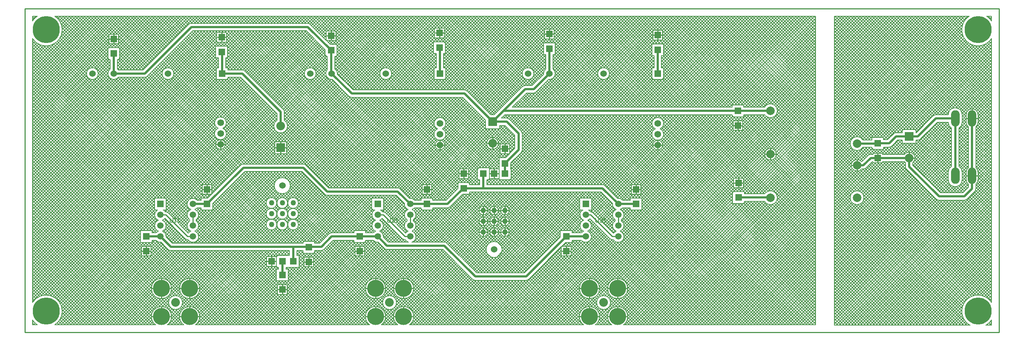
<source format=gbl>
G04*
G04 #@! TF.GenerationSoftware,Altium Limited,Altium Designer,18.0.9 (584)*
G04*
G04 Layer_Physical_Order=2*
G04 Layer_Color=16711680*
%FSLAX43Y43*%
%MOMM*%
G71*
G01*
G75*
%ADD10C,0.254*%
%ADD16C,0.178*%
%ADD17C,2.032*%
%ADD19R,1.524X1.524*%
%ADD20R,1.524X1.524*%
%ADD42C,0.203*%
%ADD43C,0.508*%
%ADD44C,6.350*%
%ADD45R,1.575X1.575*%
%ADD46C,1.524*%
%ADD47R,2.032X2.032*%
%ADD48C,1.575*%
%ADD49C,4.000*%
%ADD50R,1.500X1.500*%
%ADD51C,1.500*%
%ADD52C,2.000*%
%ADD53O,2.032X3.810*%
%ADD54C,1.270*%
D10*
X148463Y69850D02*
Y70866D01*
Y69850D02*
X149479D01*
X148463Y68834D02*
Y69850D01*
X147447D02*
X148463D01*
X167259Y48641D02*
X168275D01*
X167259D02*
Y49657D01*
Y47625D02*
Y48641D01*
X166243D02*
X167259D01*
X174879Y41910D02*
Y43164D01*
Y41910D02*
X176133D01*
X174879Y40656D02*
Y41910D01*
X173625D02*
X174879D01*
X148463Y44069D02*
Y45110D01*
X167386Y35179D02*
X168402D01*
X167386D02*
Y36195D01*
Y34163D02*
Y35179D01*
X166370D02*
X167386D01*
X148463Y43028D02*
Y44069D01*
X149504D01*
X147422D02*
X148463D01*
X143383Y33655D02*
X144399D01*
X143383D02*
Y34671D01*
X142367Y33655D02*
X143383D01*
X123063Y70104D02*
X124079D01*
X123063D02*
Y71120D01*
X122047Y70104D02*
X123063D01*
Y69088D02*
Y70104D01*
X97282Y70358D02*
Y71374D01*
X96266Y70358D02*
X97282D01*
Y69342D02*
Y70358D01*
X98298D01*
X112649Y43180D02*
X113665D01*
X112649D02*
Y44196D01*
X111633Y43180D02*
X112649D01*
Y42164D02*
Y43180D01*
X110109Y37338D02*
X111150D01*
X110109D02*
Y38379D01*
Y36297D02*
Y37338D01*
X109728Y44450D02*
X110998D01*
X108458D02*
X109728D01*
Y45720D01*
Y43180D02*
Y44450D01*
X109068Y37338D02*
X110109D01*
X101981D02*
X102997D01*
X97409Y44069D02*
Y45110D01*
Y44069D02*
X98450D01*
X96368D02*
X97409D01*
Y43028D02*
Y44069D01*
X102997Y37338D02*
X104013D01*
X102997D02*
Y38354D01*
Y36322D02*
Y37338D01*
X93345Y33655D02*
X94361D01*
X95377D01*
X94361D02*
Y34671D01*
X143383Y32639D02*
Y33655D01*
X139063Y10414D02*
X141317D01*
X139063Y3814D02*
X141317D01*
X139063Y10414D02*
Y12668D01*
X136809Y10414D02*
X139063D01*
Y8160D02*
Y10414D01*
Y3814D02*
Y6068D01*
X136809Y3814D02*
X139063D01*
X132463Y10414D02*
X134717D01*
X130209D02*
X132463D01*
Y8160D02*
Y10414D01*
Y12668D01*
X130209Y3814D02*
X132463D01*
X134717D01*
X132463D02*
Y6068D01*
X112649Y28702D02*
X113538D01*
X112649D02*
Y29591D01*
Y27813D02*
Y28702D01*
Y26162D02*
X113538D01*
X112649D02*
Y27051D01*
X111760Y26162D02*
X112649D01*
X111760Y28702D02*
X112649D01*
X110109D02*
X110998D01*
X110109D02*
Y29591D01*
X109220Y28702D02*
X110109D01*
Y27813D02*
Y28702D01*
X106680D02*
X107569D01*
X108458D01*
X107569D02*
Y29591D01*
Y27813D02*
Y28702D01*
X110109Y26162D02*
X110998D01*
X110109D02*
Y27051D01*
X109220Y26162D02*
X110109D01*
X107569D02*
X108458D01*
X107569D02*
Y27051D01*
X112649Y25273D02*
Y26162D01*
X110109Y25273D02*
Y26162D01*
X107569Y25273D02*
Y26162D01*
X106680D02*
X107569D01*
X94361Y32639D02*
Y33655D01*
X112649Y23622D02*
X113538D01*
X127000Y19177D02*
X128016D01*
X127000D02*
Y20193D01*
Y18161D02*
Y19177D01*
X125984D02*
X127000D01*
X112649Y23622D02*
Y24511D01*
X111760Y23622D02*
X112649D01*
Y22733D02*
Y23622D01*
X110109D02*
Y24511D01*
Y23622D02*
X110998D01*
X107569D02*
Y24511D01*
X109220Y23622D02*
X110109D01*
Y22733D02*
Y23622D01*
X107569D02*
X108458D01*
X107569Y22733D02*
Y23622D01*
X106680D02*
X107569D01*
X88897Y10414D02*
Y12668D01*
Y10414D02*
X91151D01*
X88897Y8160D02*
Y10414D01*
Y3814D02*
Y6068D01*
Y3814D02*
X91151D01*
X71882Y69723D02*
X72898D01*
X71882D02*
Y70739D01*
X70866Y69723D02*
X71882D01*
Y68707D02*
Y69723D01*
X58801Y43434D02*
X60071D01*
X61341D01*
X60071D02*
Y44704D01*
Y42164D02*
Y43434D01*
X46228Y69342D02*
X47244D01*
X46228D02*
Y70358D01*
Y68326D02*
Y69342D01*
X45212D02*
X46228D01*
X20955Y68961D02*
X21971D01*
X20955D02*
Y69977D01*
Y67945D02*
Y68961D01*
X19939D02*
X20955D01*
X45974Y44196D02*
X47015D01*
X45974D02*
Y45237D01*
Y43155D02*
Y44196D01*
X44933D02*
X45974D01*
X42799Y33655D02*
X43815D01*
X42799D02*
Y34671D01*
Y32639D02*
Y33655D01*
X41783D02*
X42799D01*
X78613Y19177D02*
Y20193D01*
X82297Y10414D02*
X84551D01*
X86643D02*
X88897D01*
X77597Y19177D02*
X78613D01*
X79629D01*
X78613Y18161D02*
Y19177D01*
X82297Y8160D02*
Y10414D01*
Y12668D01*
X80043Y10414D02*
X82297D01*
X65659Y16637D02*
X66675D01*
X67691D01*
X66675D02*
Y17653D01*
Y15621D02*
Y16637D01*
X86643Y3814D02*
X88897D01*
X82297D02*
X84551D01*
X82297D02*
Y6068D01*
X80043Y3814D02*
X82297D01*
X60452Y10160D02*
X61468D01*
X60452D02*
Y11176D01*
X59436Y10160D02*
X60452D01*
Y9144D02*
Y10160D01*
X57912Y16764D02*
Y17805D01*
Y16764D02*
X58953D01*
X56871D02*
X57912D01*
Y15723D02*
Y16764D01*
X38731Y10414D02*
Y12668D01*
Y8160D02*
Y10414D01*
X40985D01*
X36477D02*
X38731D01*
Y3814D02*
Y6068D01*
X36477Y3814D02*
X38731D01*
X40985D01*
X32131Y10414D02*
X34385D01*
X29877D02*
X32131D01*
Y3814D02*
Y6068D01*
Y3814D02*
X34385D01*
X28575Y19177D02*
Y20193D01*
Y18161D02*
Y19177D01*
X29591D01*
X27559D02*
X28575D01*
X32131Y10414D02*
Y12668D01*
Y8160D02*
Y10414D01*
X29877Y3814D02*
X32131D01*
X222148Y50292D02*
Y52451D01*
Y50292D02*
X223418D01*
X220878D02*
X222148D01*
X207391Y41021D02*
X208661D01*
X207391D02*
Y42291D01*
X222148Y36830D02*
X223418D01*
X220878D02*
X222148D01*
X200025Y41021D02*
Y42037D01*
Y40005D02*
Y41021D01*
X195179Y39310D02*
Y40564D01*
X193925Y39310D02*
X195179D01*
Y38056D02*
Y39310D01*
X137795Y22606D02*
X139192D01*
X132715Y27686D02*
X137795Y22606D01*
X131572Y27686D02*
X132715D01*
X89154Y22606D02*
X90424D01*
X84074Y27686D02*
X89154Y22606D01*
X82804Y27686D02*
X84074D01*
X139192Y25146D02*
Y27686D01*
X90424Y25146D02*
Y27686D01*
X39497Y25146D02*
Y27686D01*
X31877D02*
X33147D01*
X38227Y22606D01*
X39497D01*
X127Y76073D02*
X127Y127D01*
X228473D01*
X228473Y76073D02*
X228473Y127D01*
X127Y76073D02*
X228473D01*
D16*
X34163Y26924D02*
Y26077D01*
X34332Y25908D01*
X34671D01*
X34840Y26077D01*
Y26924D01*
X35179Y25908D02*
X35517D01*
X35348D01*
Y26924D01*
X35179Y26754D01*
X36025Y25908D02*
X36364D01*
X36194D01*
Y26924D01*
X36025Y26754D01*
X85090Y26924D02*
Y26077D01*
X85259Y25908D01*
X85598D01*
X85767Y26077D01*
Y26924D01*
X86783Y25908D02*
X86106D01*
X86783Y26585D01*
Y26754D01*
X86614Y26924D01*
X86275D01*
X86106Y26754D01*
X87121Y25908D02*
X87460D01*
X87291D01*
Y26924D01*
X87121Y26754D01*
X133858Y26924D02*
Y26077D01*
X134027Y25908D01*
X134366D01*
X134535Y26077D01*
Y26924D01*
X134874Y26754D02*
X135043Y26924D01*
X135382D01*
X135551Y26754D01*
Y26585D01*
X135382Y26416D01*
X135212D01*
X135382D01*
X135551Y26247D01*
Y26077D01*
X135382Y25908D01*
X135043D01*
X134874Y26077D01*
X135889Y25908D02*
X136228D01*
X136059D01*
Y26924D01*
X135889Y26754D01*
D17*
X60071Y48514D02*
D03*
X109728Y44450D02*
D03*
X207391Y41021D02*
D03*
X35431Y7114D02*
D03*
X85597D02*
D03*
X135763D02*
D03*
D19*
X66675Y16637D02*
D03*
Y20066D02*
D03*
X123063Y70104D02*
D03*
Y66675D02*
D03*
X148463Y69850D02*
D03*
Y66421D02*
D03*
X127000Y19177D02*
D03*
Y22606D02*
D03*
X143383Y33655D02*
D03*
Y30226D02*
D03*
X71882Y69723D02*
D03*
Y66294D02*
D03*
X97282Y70358D02*
D03*
Y66929D02*
D03*
X78613Y19177D02*
D03*
Y22606D02*
D03*
X94361Y33655D02*
D03*
Y30226D02*
D03*
X20955Y68961D02*
D03*
Y65532D02*
D03*
X46228Y69342D02*
D03*
Y65913D02*
D03*
X28575Y19177D02*
D03*
Y22606D02*
D03*
X42799Y33655D02*
D03*
Y30226D02*
D03*
X60452Y10160D02*
D03*
Y13589D02*
D03*
X102997Y37338D02*
D03*
Y33909D02*
D03*
X112649Y43180D02*
D03*
Y39751D02*
D03*
X167386Y31750D02*
D03*
Y35179D02*
D03*
X167259Y48641D02*
D03*
Y52070D02*
D03*
X200025Y41021D02*
D03*
Y44450D02*
D03*
D20*
X148463Y60833D02*
D03*
X97409D02*
D03*
X46355D02*
D03*
D42*
X137135D02*
G03*
X137135Y60833I-1372J0D01*
G01*
X176489Y52110D02*
G03*
X173496Y52934I-1610J0D01*
G01*
X173547Y51206D02*
G03*
X176489Y52110I1332J904D01*
G01*
X149860Y46609D02*
G03*
X149045Y47879I-1397J0D01*
G01*
D02*
G03*
X149860Y49149I-582J1270D01*
G01*
X148463Y45212D02*
G03*
X149860Y46609I0J1397D01*
G01*
X176235Y41910D02*
G03*
X176235Y41910I-1356J0D01*
G01*
X149606Y44069D02*
G03*
X148463Y45212I-1143J0D01*
G01*
X149860Y49149D02*
G03*
X147881Y47879I-1397J0D01*
G01*
X148463Y45212D02*
G03*
X149606Y44069I0J-1143D01*
G01*
X147881Y47879D02*
G03*
X148463Y45212I582J-1270D01*
G01*
X136120Y34520D02*
G03*
X135509Y34773I-611J-611D01*
G01*
X136121Y34519D02*
G03*
X135509Y34773I-612J-610D01*
G01*
X124435Y60833D02*
G03*
X123927Y61899I-1372J0D01*
G01*
X122920Y59469D02*
G03*
X124435Y60833I143J1364D01*
G01*
X122199Y61899D02*
G03*
X121699Y60690I864J-1066D01*
G01*
X119415Y60833D02*
G03*
X119415Y60833I-1372J0D01*
G01*
X119380Y56286D02*
G03*
X119992Y56540I0J864D01*
G01*
X119380Y56286D02*
G03*
X119991Y56539I0J864D01*
G01*
X117348Y58014D02*
G03*
X116737Y57761I0J-864D01*
G01*
X117348Y58014D02*
G03*
X116736Y57760I0J-864D01*
G01*
X103735Y56745D02*
G03*
X103124Y56998I-611J-611D01*
G01*
X103736Y56744D02*
G03*
X103124Y56998I-612J-610D01*
G01*
X116688Y46736D02*
G03*
X116435Y47347I-864J0D01*
G01*
X116688Y46736D02*
G03*
X116434Y47348I-864J0D01*
G01*
X113642Y50140D02*
G03*
X113030Y50394I-612J-610D01*
G01*
X113641Y50141D02*
G03*
X113030Y50394I-611J-611D01*
G01*
X116435Y42315D02*
G03*
X116688Y42926I-611J611D01*
G01*
X116434Y42314D02*
G03*
X116688Y42926I-610J612D01*
G01*
X111100Y44450D02*
G03*
X111100Y44450I-1372J0D01*
G01*
X97991Y47879D02*
G03*
X98806Y49149I-582J1270D01*
G01*
D02*
G03*
X96827Y47879I-1397J0D01*
G01*
X98806Y46609D02*
G03*
X97991Y47879I-1397J0D01*
G01*
X96827D02*
G03*
X97409Y45212I582J-1270D01*
G01*
D02*
G03*
X98806Y46609I0J1397D01*
G01*
X98552Y44069D02*
G03*
X97409Y45212I-1143J0D01*
G01*
D02*
G03*
X98552Y44069I0J-1143D01*
G01*
X88114Y33758D02*
G03*
X87503Y34011I-611J-611D01*
G01*
X88115Y33757D02*
G03*
X87503Y34011I-612J-610D01*
G01*
X176489Y31710D02*
G03*
X173547Y32614I-1610J0D01*
G01*
X173496Y30886D02*
G03*
X176489Y31710I1383J824D01*
G01*
X140242Y31090D02*
G03*
X139060Y31579I-1050J-864D01*
G01*
X139677Y28956D02*
G03*
X140242Y29362I-485J1270D01*
G01*
X137839Y30358D02*
G03*
X138707Y28956I1353J-132D01*
G01*
X140552Y27686D02*
G03*
X139677Y28956I-1360J0D01*
G01*
X139929Y26543D02*
G03*
X140552Y27686I-737J1143D01*
G01*
Y25146D02*
G03*
X139929Y26289I-1360J0D01*
G01*
X139677Y23876D02*
G03*
X140552Y25146I-485J1270D01*
G01*
X138049Y21869D02*
G03*
X140552Y22606I1143J737D01*
G01*
D02*
G03*
X139677Y23876I-1360J0D01*
G01*
X141419Y10414D02*
G03*
X141419Y10414I-2356J0D01*
G01*
X138707Y28956D02*
G03*
X138455Y26543I485J-1270D01*
G01*
Y26289D02*
G03*
X138707Y23876I737J-1143D01*
G01*
D02*
G03*
X138070Y23373I485J-1270D01*
G01*
X137274Y22085D02*
G03*
X137795Y21869I521J521D01*
G01*
X137274Y22085D02*
G03*
X137795Y21869I521J521D01*
G01*
X140443Y1905D02*
G03*
X141419Y3814I-1380J1909D01*
G01*
D02*
G03*
X137683Y1905I-2356J0D01*
G01*
X133236Y28207D02*
G03*
X132715Y28423I-521J-521D01*
G01*
X133236Y28207D02*
G03*
X132715Y28423I-521J-521D01*
G01*
X134819Y10414D02*
G03*
X134819Y10414I-2356J0D01*
G01*
X132715Y28423D02*
G03*
X132247Y28866I-1143J-737D01*
G01*
X132057Y26416D02*
G03*
X132583Y26777I-485J1270D01*
G01*
X132057Y23876D02*
G03*
X132932Y25146I-485J1270D01*
G01*
Y22606D02*
G03*
X132057Y23876I-1360J0D01*
G01*
X132932Y25146D02*
G03*
X132057Y26416I-1360J0D01*
G01*
X130897Y28866D02*
G03*
X131087Y26416I675J-1180D01*
G01*
D02*
G03*
X131087Y23876I485J-1270D01*
G01*
D02*
G03*
X130522Y23470I485J-1270D01*
G01*
Y21742D02*
G03*
X132932Y22606I1050J864D01*
G01*
X137389Y7114D02*
G03*
X137389Y7114I-1626J0D01*
G01*
X133843Y1905D02*
G03*
X134819Y3814I-1380J1909D01*
G01*
D02*
G03*
X131083Y1905I-2356J0D01*
G01*
X113640Y28702D02*
G03*
X113640Y28702I-991J0D01*
G01*
D02*
G03*
X113640Y28702I-991J0D01*
G01*
X111100D02*
G03*
X111100Y28702I-991J0D01*
G01*
D02*
G03*
X111100Y28702I-991J0D01*
G01*
X113640Y26162D02*
G03*
X113640Y26162I-991J0D01*
G01*
D02*
G03*
X113640Y26162I-991J0D01*
G01*
X108560D02*
G03*
X108560Y26162I-991J0D01*
G01*
X111100D02*
G03*
X111100Y26162I-991J0D01*
G01*
X108560D02*
G03*
X108560Y26162I-991J0D01*
G01*
X111100D02*
G03*
X111100Y26162I-991J0D01*
G01*
X99187Y29362D02*
G03*
X99799Y29616I0J864D01*
G01*
X99187Y29362D02*
G03*
X99798Y29615I0J864D01*
G01*
X91474Y31090D02*
G03*
X90292Y31579I-1050J-864D01*
G01*
X89071Y30358D02*
G03*
X89939Y28956I1353J-132D01*
G01*
X90909D02*
G03*
X91474Y29362I-485J1270D01*
G01*
X108560Y28702D02*
G03*
X108560Y28702I-991J0D01*
G01*
D02*
G03*
X108560Y28702I-991J0D01*
G01*
X89939Y28956D02*
G03*
X89687Y26543I485J-1270D01*
G01*
X91784Y27686D02*
G03*
X90909Y28956I-1360J0D01*
G01*
X91161Y26543D02*
G03*
X91784Y27686I-737J1143D01*
G01*
Y25146D02*
G03*
X91161Y26289I-1360J0D01*
G01*
X89687D02*
G03*
X89939Y23876I737J-1143D01*
G01*
X113640Y23622D02*
G03*
X113640Y23622I-991J0D01*
G01*
D02*
G03*
X113640Y23622I-991J0D01*
G01*
X111100D02*
G03*
X111100Y23622I-991J0D01*
G01*
X108560D02*
G03*
X108560Y23622I-991J0D01*
G01*
D02*
G03*
X108560Y23622I-991J0D01*
G01*
X111989Y19558D02*
G03*
X111989Y19558I-1880J0D01*
G01*
X117602Y12344D02*
G03*
X118214Y12598I0J864D01*
G01*
X117602Y12344D02*
G03*
X118213Y12597I0J864D01*
G01*
X99037Y21057D02*
G03*
X98425Y21311I-612J-610D01*
G01*
X99036Y21058D02*
G03*
X98425Y21311I-611J-611D01*
G01*
X105052Y12598D02*
G03*
X105664Y12344I612J610D01*
G01*
X105053Y12597D02*
G03*
X105664Y12344I611J611D01*
G01*
X90909Y23876D02*
G03*
X91784Y25146I-485J1270D01*
G01*
Y22606D02*
G03*
X90909Y23876I-1360J0D01*
G01*
X89939D02*
G03*
X89355Y23446I485J-1270D01*
G01*
X90837Y21311D02*
G03*
X91784Y22606I-413J1295D01*
G01*
X88633Y22085D02*
G03*
X89154Y21869I521J521D01*
G01*
X88633Y22085D02*
G03*
X89154Y21869I521J521D01*
G01*
X89281D02*
G03*
X90011Y21311I1143J737D01*
G01*
X90277Y1905D02*
G03*
X91253Y3814I-1380J1909D01*
G01*
X86081Y60833D02*
G03*
X86081Y60833I-1372J0D01*
G01*
X73373Y60690D02*
G03*
X73381Y60833I-1364J143D01*
G01*
D02*
G03*
X72746Y61990I-1372J0D01*
G01*
X71018Y61782D02*
G03*
X72152Y59469I991J-949D01*
G01*
X67033Y72365D02*
G03*
X66421Y72619I-612J-610D01*
G01*
X67032Y72366D02*
G03*
X66421Y72619I-611J-611D01*
G01*
X68361Y60833D02*
G03*
X68361Y60833I-1372J0D01*
G01*
X76097Y55523D02*
G03*
X76708Y55270I611J611D01*
G01*
X76096Y55524D02*
G03*
X76708Y55270I612J610D01*
G01*
X66016Y39346D02*
G03*
X65405Y39599I-611J-611D01*
G01*
X66017Y39345D02*
G03*
X65405Y39599I-612J-610D01*
G01*
X70382Y32536D02*
G03*
X70993Y32283I611J611D01*
G01*
X70381Y32537D02*
G03*
X70993Y32283I612J610D01*
G01*
X61697Y48514D02*
G03*
X60935Y49891I-1626J0D01*
G01*
X59207D02*
G03*
X61697Y48514I864J-1377D01*
G01*
X60935Y51816D02*
G03*
X60681Y52428I-864J0D01*
G01*
X60935Y51816D02*
G03*
X60682Y52427I-864J0D01*
G01*
X64237Y30480D02*
G03*
X64237Y30480I-1245J0D01*
G01*
X62332Y34544D02*
G03*
X62332Y34544I-1880J0D01*
G01*
X61697Y30480D02*
G03*
X61697Y30480I-1245J0D01*
G01*
X59157D02*
G03*
X59157Y30480I-1245J0D01*
G01*
X39116Y72619D02*
G03*
X38505Y72366I0J-864D01*
G01*
X39116Y72619D02*
G03*
X38504Y72365I0J-864D01*
G01*
X8865Y71120D02*
G03*
X7140Y74295I-3785J0D01*
G01*
X3020D02*
G03*
X1905Y73180I2060J-3175D01*
G01*
Y69060D02*
G03*
X8865Y71120I3175J2060D01*
G01*
X51665Y61444D02*
G03*
X51054Y61697I-611J-611D01*
G01*
X51666Y61443D02*
G03*
X51054Y61697I-612J-610D01*
G01*
X46556Y48006D02*
G03*
X47371Y49276I-582J1270D01*
G01*
Y46736D02*
G03*
X46556Y48006I-1397J0D01*
G01*
X45974Y45339D02*
G03*
X47371Y46736I0J1397D01*
G01*
X47117Y44196D02*
G03*
X45974Y45339I-1143J0D01*
G01*
X47371Y49276D02*
G03*
X45392Y48006I-1397J0D01*
G01*
D02*
G03*
X45974Y45339I582J-1270D01*
G01*
D02*
G03*
X47117Y44196I0J-1143D01*
G01*
X51308Y39599D02*
G03*
X50697Y39346I0J-864D01*
G01*
X51308Y39599D02*
G03*
X50696Y39345I0J-864D01*
G01*
X40547Y31090D02*
G03*
X39012Y28956I-1050J-864D01*
G01*
X39982D02*
G03*
X40547Y29362I-485J1270D01*
G01*
X35027Y60833D02*
G03*
X35027Y60833I-1372J0D01*
G01*
X28194Y59969D02*
G03*
X28806Y60223I0J864D01*
G01*
X28194Y59969D02*
G03*
X28805Y60222I0J864D01*
G01*
X20091Y61899D02*
G03*
X22021Y59969I864J-1066D01*
G01*
Y61697D02*
G03*
X21819Y61899I-1066J-864D01*
G01*
X17307Y60833D02*
G03*
X17307Y60833I-1372J0D01*
G01*
X33020Y28423D02*
G03*
X32552Y28866I-1143J-737D01*
G01*
X82129D02*
G03*
X82319Y26416I675J-1180D01*
G01*
X84595Y28207D02*
G03*
X84074Y28423I-521J-521D01*
G01*
X84595Y28207D02*
G03*
X84074Y28423I-521J-521D01*
G01*
X83947D02*
G03*
X83479Y28866I-1143J-737D01*
G01*
X83289Y26416D02*
G03*
X83873Y26846I-485J1270D01*
G01*
X84164Y25146D02*
G03*
X83289Y26416I-1360J0D01*
G01*
X82319D02*
G03*
X82319Y23876I485J-1270D01*
G01*
X83289D02*
G03*
X84164Y25146I-485J1270D01*
G01*
X82319Y23876D02*
G03*
X81754Y23470I485J-1270D01*
G01*
X84351Y19837D02*
G03*
X84963Y19583I612J610D01*
G01*
X84352Y19836D02*
G03*
X84963Y19583I611J611D01*
G01*
X84164Y22606D02*
G03*
X83289Y23876I-1360J0D01*
G01*
X84157Y22474D02*
G03*
X84164Y22606I-1353J132D01*
G01*
X81754Y21742D02*
G03*
X82936Y21253I1050J864D01*
G01*
X72009Y23470D02*
G03*
X71398Y23217I0J-864D01*
G01*
X72009Y23470D02*
G03*
X71397Y23216I0J-864D01*
G01*
X64237Y27940D02*
G03*
X64237Y27940I-1245J0D01*
G01*
X61697D02*
G03*
X61697Y27940I-1245J0D01*
G01*
X59157D02*
G03*
X59157Y27940I-1245J0D01*
G01*
X64237Y25400D02*
G03*
X64237Y25400I-1245J0D01*
G01*
X61697D02*
G03*
X61697Y25400I-1245J0D01*
G01*
X59157D02*
G03*
X59157Y25400I-1245J0D01*
G01*
X91253Y10414D02*
G03*
X91253Y10414I-2356J0D01*
G01*
X84653D02*
G03*
X84653Y10414I-2356J0D01*
G01*
X69596Y19329D02*
G03*
X70208Y19583I0J864D01*
G01*
X69596Y19329D02*
G03*
X70207Y19582I0J864D01*
G01*
X91253Y3814D02*
G03*
X87517Y1905I-2356J0D01*
G01*
X87223Y7114D02*
G03*
X87223Y7114I-1626J0D01*
G01*
X84653Y3814D02*
G03*
X80917Y1905I-2356J0D01*
G01*
X83677D02*
G03*
X84653Y3814I-1380J1909D01*
G01*
X40234Y26543D02*
G03*
X40857Y27686I-737J1143D01*
G01*
Y25146D02*
G03*
X40234Y26289I-1360J0D01*
G01*
X40857Y27686D02*
G03*
X39982Y28956I-1360J0D01*
G01*
Y23876D02*
G03*
X40857Y25146I-485J1270D01*
G01*
X39012Y28956D02*
G03*
X38760Y26543I485J-1270D01*
G01*
Y26289D02*
G03*
X39012Y23876I737J-1143D01*
G01*
X40857Y22606D02*
G03*
X39982Y23876I-1360J0D01*
G01*
X39012D02*
G03*
X38428Y23446I485J-1270D01*
G01*
X33668Y28207D02*
G03*
X33147Y28423I-521J-521D01*
G01*
X33668Y28207D02*
G03*
X33147Y28423I-521J-521D01*
G01*
X37706Y22085D02*
G03*
X38227Y21869I521J521D01*
G01*
X33237Y22606D02*
G03*
X32362Y23876I-1360J0D01*
G01*
X33230Y22474D02*
G03*
X33237Y22606I-1353J132D01*
G01*
X38354Y21869D02*
G03*
X40857Y22606I1143J737D01*
G01*
X37706Y22085D02*
G03*
X38227Y21869I521J521D01*
G01*
X32362Y26416D02*
G03*
X32946Y26846I-485J1270D01*
G01*
X33237Y25146D02*
G03*
X32362Y26416I-1360J0D01*
G01*
X31202Y28866D02*
G03*
X31392Y26416I675J-1180D01*
G01*
D02*
G03*
X31392Y23876I485J-1270D01*
G01*
X32362D02*
G03*
X33237Y25146I-485J1270D01*
G01*
X30827Y21742D02*
G03*
X32009Y21253I1050J864D01*
G01*
X31392Y23876D02*
G03*
X30827Y23470I485J-1270D01*
G01*
X41087Y10414D02*
G03*
X41087Y10414I-2356J0D01*
G01*
Y3814D02*
G03*
X37351Y1905I-2356J0D01*
G01*
X37057Y7114D02*
G03*
X37057Y7114I-1626J0D01*
G01*
X40111Y1905D02*
G03*
X41087Y3814I-1380J1909D01*
G01*
X33678Y19583D02*
G03*
X34290Y19329I612J610D01*
G01*
X33679Y19582D02*
G03*
X34290Y19329I611J611D01*
G01*
X34487Y10414D02*
G03*
X34487Y10414I-2356J0D01*
G01*
X33511Y1905D02*
G03*
X34487Y3814I-1380J1909D01*
G01*
X8865Y5080D02*
G03*
X1905Y7140I-3785J0D01*
G01*
X34487Y3814D02*
G03*
X30751Y1905I-2356J0D01*
G01*
X7140D02*
G03*
X8865Y5080I-2060J3175D01*
G01*
X1905Y3020D02*
G03*
X3020Y1905I3175J2060D01*
G01*
X226695Y73180D02*
G03*
X225580Y74295I-3175J-2060D01*
G01*
X221460D02*
G03*
X226695Y69060I2060J-3175D01*
G01*
X223012Y48337D02*
G03*
X223520Y49403I-864J1066D01*
G01*
Y51181D02*
G03*
X220777Y51181I-1372J0D01*
G01*
Y49403D02*
G03*
X221285Y48337I1372J0D01*
G01*
X219812Y51181D02*
G03*
X216560Y51181I-1626J0D01*
G01*
X219050Y48026D02*
G03*
X219812Y49403I-864J1377D01*
G01*
X216560D02*
G03*
X217322Y48026I1626J0D01*
G01*
X213614Y51156D02*
G03*
X213003Y50903I0J-864D01*
G01*
X213614Y51156D02*
G03*
X213002Y50902I0J-864D01*
G01*
X209423Y45237D02*
G03*
X210035Y45491I0J864D01*
G01*
X209423Y45237D02*
G03*
X210034Y45490I0J864D01*
G01*
X208255Y39955D02*
G03*
X208763Y41021I-864J1066D01*
G01*
D02*
G03*
X206325Y41885I-1372J0D01*
G01*
Y40157D02*
G03*
X206527Y39955I1066J864D01*
G01*
X223520Y37719D02*
G03*
X223012Y38785I-1372J0D01*
G01*
Y34875D02*
G03*
X223520Y35941I-864J1066D01*
G01*
X222759Y33197D02*
G03*
X223012Y33807I-611J611D01*
G01*
X222758Y33196D02*
G03*
X223012Y33807I-610J612D01*
G01*
X225369Y1778D02*
G03*
X226695Y3020I-1849J3302D01*
G01*
Y7140D02*
G03*
X221671Y1778I-3175J-2060D01*
G01*
X219812Y37719D02*
G03*
X219050Y39096I-1626J0D01*
G01*
X221285Y38785D02*
G03*
X220777Y37719I864J-1066D01*
G01*
X217322Y39096D02*
G03*
X216560Y37719I864J-1377D01*
G01*
X206527Y38989D02*
G03*
X206780Y38378I864J0D01*
G01*
X206527Y38989D02*
G03*
X206781Y38377I864J0D01*
G01*
X220777Y35941D02*
G03*
X221285Y34875I1372J0D01*
G01*
X220345Y31140D02*
G03*
X220956Y31393I0J864D01*
G01*
X220345Y31140D02*
G03*
X220957Y31394I0J864D01*
G01*
X216560Y35941D02*
G03*
X219812Y35941I1626J0D01*
G01*
X213764Y31394D02*
G03*
X214376Y31140I612J610D01*
G01*
X213765Y31393D02*
G03*
X214376Y31140I611J611D01*
G01*
X204343Y46965D02*
G03*
X203732Y46712I0J-864D01*
G01*
X204343Y46965D02*
G03*
X203731Y46711I0J-864D01*
G01*
X196537Y45274D02*
G03*
X196537Y43546I-1358J-864D01*
G01*
X202692Y43586D02*
G03*
X203304Y43840I0J864D01*
G01*
X202692Y43586D02*
G03*
X203303Y43839I0J864D01*
G01*
X198374Y41885D02*
G03*
X197763Y41632I0J-864D01*
G01*
X198374Y41885D02*
G03*
X197762Y41631I0J-864D01*
G01*
X196663Y38446D02*
G03*
X197275Y38700I0J864D01*
G01*
X196224Y40174D02*
G03*
X196224Y38446I-1045J-864D01*
G01*
X196663D02*
G03*
X197274Y38699I0J864D01*
G01*
X196789Y31710D02*
G03*
X196789Y31710I-1610J0D01*
G01*
X183581Y74295D02*
X185420Y72456D01*
X182862Y74295D02*
X185420Y71737D01*
X185017Y74295D02*
X185420Y73892D01*
X184299Y74295D02*
X185420Y73174D01*
X177833Y74295D02*
X185420Y66708D01*
X177115Y74295D02*
X185420Y65990D01*
X182144Y74295D02*
X185420Y71019D01*
X179270Y74295D02*
X185420Y68145D01*
X174959Y74295D02*
X185420Y63834D01*
X174241Y74295D02*
X185420Y63116D01*
X176396Y74295D02*
X185420Y65271D01*
X175678Y74295D02*
X185420Y64553D01*
X172086Y74295D02*
X185420Y60961D01*
X171367Y74295D02*
X185420Y60242D01*
X173523Y74295D02*
X185420Y62398D01*
X172804Y74295D02*
X185420Y61679D01*
X179988Y74295D02*
X185420Y68863D01*
X178552Y74295D02*
X185420Y67427D01*
X181425Y74295D02*
X185420Y70300D01*
X180707Y74295D02*
X185420Y69582D01*
X174642Y53702D02*
X185420Y64480D01*
X175317Y53659D02*
X185420Y63761D01*
X170649Y74295D02*
X185420Y59524D01*
X168494Y74295D02*
X185420Y57369D01*
X166338Y74295D02*
X185420Y55213D01*
X165620Y74295D02*
X185420Y54495D01*
X167775Y74295D02*
X185420Y56650D01*
X167057Y74295D02*
X185420Y55932D01*
X166479Y53442D02*
X185420Y72383D01*
X167197Y53442D02*
X185420Y71664D01*
X164902Y74295D02*
X185420Y53777D01*
X167916Y53442D02*
X185420Y70946D01*
X149835Y61223D02*
X162906Y74295D01*
X169931D02*
X185420Y58806D01*
X149835Y65534D02*
X158596Y74295D01*
X149835Y61942D02*
X162188Y74295D01*
X154844D02*
X175580Y53559D01*
X169212Y74295D02*
X185420Y58087D01*
X153407Y74295D02*
X174155Y53547D01*
X154125Y74295D02*
X174710Y53711D01*
X149327Y64308D02*
X159314Y74295D01*
X149327Y63589D02*
X160032Y74295D01*
X149581Y70309D02*
X153567Y74295D01*
X149835Y66252D02*
X157877Y74295D01*
X149835Y60505D02*
X163625Y74295D01*
X149835Y59787D02*
X164343Y74295D01*
X149327Y62871D02*
X160751Y74295D01*
X149379Y62205D02*
X161469Y74295D01*
X149581Y68872D02*
X155004Y74295D01*
X149835Y67689D02*
X156440Y74295D01*
X149581Y69590D02*
X154285Y74295D01*
X149581Y68732D02*
Y70968D01*
Y70937D02*
X167076Y53442D01*
X149581Y70219D02*
X166358Y53442D01*
X149835Y66971D02*
X157159Y74295D01*
X149835Y65049D02*
Y67793D01*
X149521Y70968D02*
X152848Y74295D01*
X149220Y67793D02*
X155722Y74295D01*
X148802Y70968D02*
X152130Y74295D01*
X149441Y68732D02*
X149581Y68872D01*
X149327Y65049D02*
X149835D01*
X149327Y62570D02*
X149692Y62205D01*
X149327D02*
Y65049D01*
X162379Y52934D02*
X183740Y74295D01*
X164183D02*
X185420Y53058D01*
X160942Y52934D02*
X182304Y74295D01*
X161661Y52934D02*
X183022Y74295D01*
X162746D02*
X185420Y51621D01*
X161309Y74295D02*
X185420Y50184D01*
X160224Y52934D02*
X181585Y74295D01*
X163465D02*
X185420Y52340D01*
X159154Y74295D02*
X185420Y48029D01*
X158436Y74295D02*
X185420Y47311D01*
X159505Y52934D02*
X180867Y74295D01*
X159873D02*
X185420Y48748D01*
X156281Y74295D02*
X185420Y45156D01*
X155562Y74295D02*
X185420Y44437D01*
X157717Y74295D02*
X185420Y46592D01*
X156999Y74295D02*
X185420Y45874D01*
X172437Y52934D02*
X185420Y65917D01*
X173155Y52934D02*
X185420Y65198D01*
X175804Y53427D02*
X185420Y63043D01*
X176169Y53073D02*
X185420Y62325D01*
X171000Y52934D02*
X185420Y67354D01*
X171718Y52934D02*
X185420Y66635D01*
X169563Y52934D02*
X185420Y68790D01*
X170282Y52934D02*
X185420Y68072D01*
X165253Y52934D02*
X185420Y73101D01*
X168845Y52934D02*
X185420Y69509D01*
X164534Y52934D02*
X185420Y73819D01*
X168631Y53438D02*
X185420Y70227D01*
X162028Y74295D02*
X185420Y50903D01*
X160591Y74295D02*
X185420Y49466D01*
X163097Y52934D02*
X184459Y74295D01*
X163816Y52934D02*
X185177Y74295D01*
X155195Y52934D02*
X176556Y74295D01*
X155913Y52934D02*
X177275Y74295D01*
X153758Y52934D02*
X175119Y74295D01*
X154476Y52934D02*
X175838Y74295D01*
X158068Y52934D02*
X179430Y74295D01*
X158787Y52934D02*
X180148Y74295D01*
X156632Y52934D02*
X177993Y74295D01*
X157350Y52934D02*
X178711Y74295D01*
X152688D02*
X173738Y53245D01*
X153040Y52934D02*
X174401Y74295D01*
X151970D02*
X173331Y52934D01*
X152321D02*
X173682Y74295D01*
X151252D02*
X172613Y52934D01*
X151603D02*
X172964Y74295D01*
X150533D02*
X171895Y52934D01*
X150884D02*
X172246Y74295D01*
X149815D02*
X171176Y52934D01*
X149581Y69500D02*
X165887Y53193D01*
X149581Y68782D02*
X165429Y52934D01*
X149721Y65049D02*
X161837Y52934D01*
X150166D02*
X171527Y74295D01*
X149835Y67091D02*
X163992Y52934D01*
X149835Y66372D02*
X163273Y52934D01*
X149835Y65654D02*
X162555Y52934D01*
X148729D02*
X170090Y74295D01*
X149096D02*
X170458Y52934D01*
X148912Y68732D02*
X164710Y52934D01*
X149327Y64007D02*
X160400Y52934D01*
X149447D02*
X170809Y74295D01*
X149327Y64725D02*
X161118Y52934D01*
X149327Y63288D02*
X159681Y52934D01*
X147366Y70968D02*
X150693Y74295D01*
X148084Y70968D02*
X151411Y74295D01*
X145504D02*
X148832Y70968D01*
X146223Y74295D02*
X149550Y70968D01*
X141194Y74295D02*
X147696Y67793D01*
X144786Y74295D02*
X148113Y70968D01*
X143349Y74295D02*
X147345Y70299D01*
X144067Y74295D02*
X147395Y70968D01*
X137602Y74295D02*
X147599Y64297D01*
X136883Y74295D02*
X147599Y63579D01*
X135446Y74295D02*
X147537Y62205D01*
X136165Y74295D02*
X147599Y62860D01*
X136748Y61787D02*
X149256Y74295D01*
X137032Y61353D02*
X149975Y74295D01*
X135728Y62204D02*
X147819Y74295D01*
X136326Y62084D02*
X148538Y74295D01*
X147475Y68732D02*
X148415Y67793D01*
X148193Y68732D02*
X149133Y67793D01*
X148501D02*
X149441Y68732D01*
X147783Y67793D02*
X148723Y68732D01*
X147599Y62205D02*
Y65049D01*
X147345Y70968D02*
X149581D01*
X147345Y68732D02*
X149581D01*
X147345D02*
Y70968D01*
X147091Y67793D02*
X149835D01*
X147224Y62205D02*
X147599Y62580D01*
X147345Y68862D02*
X147475Y68732D01*
X147091Y65049D02*
X147599D01*
X142631Y74295D02*
X147345Y69580D01*
X141912Y74295D02*
X147345Y68862D01*
X140475Y74295D02*
X147091Y67679D01*
X139757Y74295D02*
X147091Y66960D01*
X134728Y74295D02*
X147091Y61931D01*
X134009Y74295D02*
X147091Y61213D01*
X139038Y74295D02*
X147091Y66242D01*
X138320Y74295D02*
X147091Y65524D01*
X123927Y62615D02*
X135606Y74295D01*
X123952D02*
X136079Y62168D01*
X124181Y70054D02*
X128422Y74295D01*
X123927Y63334D02*
X134888Y74295D01*
X123927Y61898D02*
X136325Y74295D01*
X124257Y61509D02*
X137043Y74295D01*
X122515D02*
X134906Y61904D01*
X123233Y74295D02*
X135379Y62150D01*
X124329Y68047D02*
X130577Y74295D01*
X124435Y67434D02*
X131296Y74295D01*
X124181Y70772D02*
X127704Y74295D01*
X124181Y69335D02*
X129140Y74295D01*
X124181Y71192D02*
X134399Y60974D01*
X147091Y65049D02*
Y67793D01*
X124435Y66716D02*
X132014Y74295D01*
X124435Y65997D02*
X132732Y74295D01*
X123912Y71222D02*
X126985Y74295D01*
X123610Y68047D02*
X129859Y74295D01*
X122475Y71222D02*
X125548Y74295D01*
X123193Y71222D02*
X126267Y74295D01*
X123927Y64052D02*
X134169Y74295D01*
X121796D02*
X134574Y61517D01*
X123927Y64771D02*
X133451Y74295D01*
X148011Y52934D02*
X169372Y74295D01*
X148378D02*
X169739Y52934D01*
X146941Y74295D02*
X167794Y53442D01*
X147659Y74295D02*
X168513Y53442D01*
X146574Y52934D02*
X167935Y74295D01*
X147292Y52934D02*
X168654Y74295D01*
X145137Y52934D02*
X166498Y74295D01*
X145855Y52934D02*
X167217Y74295D01*
X129699D02*
X151060Y52934D01*
X130417Y74295D02*
X151779Y52934D01*
X128262Y74295D02*
X149624Y52934D01*
X128981Y74295D02*
X150342Y52934D01*
X143700D02*
X165061Y74295D01*
X144418Y52934D02*
X165780Y74295D01*
X131136D02*
X152497Y52934D01*
X131854Y74295D02*
X153216Y52934D01*
X136516D02*
X147599Y64017D01*
X137234Y52934D02*
X147599Y63299D01*
X137131Y60733D02*
X147345Y70947D01*
X135797Y52934D02*
X147599Y64736D01*
X132205Y52934D02*
X148004Y68732D01*
X135079Y52934D02*
X147195Y65049D01*
X133642Y52934D02*
X147091Y66383D01*
X134361Y52934D02*
X147091Y65664D01*
X126825Y74295D02*
X148187Y52934D01*
X127544Y74295D02*
X148905Y52934D01*
X125739D02*
X147101Y74295D01*
X126107D02*
X147468Y52934D01*
X130768D02*
X147345Y69511D01*
X131487Y52934D02*
X147345Y68792D01*
X130050Y52934D02*
X147345Y70229D01*
X133291Y74295D02*
X147091Y60495D01*
X132573Y74295D02*
X147091Y59776D01*
X125021Y52934D02*
X146382Y74295D01*
X125388D02*
X146750Y52934D01*
X124303D02*
X145664Y74295D01*
X124670D02*
X146031Y52934D01*
X122866D02*
X144227Y74295D01*
X123584Y52934D02*
X144946Y74295D01*
X118555Y52934D02*
X139917Y74295D01*
X119274Y52934D02*
X140635Y74295D01*
X117118Y52934D02*
X138480Y74295D01*
X117837Y52934D02*
X139198Y74295D01*
X121429Y52934D02*
X142790Y74295D01*
X122147Y52934D02*
X143509Y74295D01*
X119992Y52934D02*
X141354Y74295D01*
X120711Y52934D02*
X142072Y74295D01*
X124429Y60962D02*
X137761Y74295D01*
X132924Y52934D02*
X147091Y67101D01*
X124435Y65909D02*
X137410Y52934D01*
X124181Y69037D02*
X140284Y52934D01*
X124435Y67346D02*
X138847Y52934D01*
X124435Y66628D02*
X138129Y52934D01*
X124322Y65303D02*
X136692Y52934D01*
X123513Y68986D02*
X139566Y52934D01*
X123927Y64980D02*
X135973Y52934D01*
X123927Y63544D02*
X134537Y52934D01*
X123927Y62825D02*
X133818Y52934D01*
X124181Y70474D02*
X141721Y52934D01*
X124181Y69755D02*
X141002Y52934D01*
X123927Y64262D02*
X135255Y52934D01*
X176413Y52599D02*
X185420Y61606D01*
X168631Y52934D02*
X173496D01*
X168631D02*
Y53442D01*
Y53324D02*
X169021Y52934D01*
X176480Y51948D02*
X185420Y60888D01*
X168631Y50698D02*
Y51206D01*
X167825Y49759D02*
X169273Y51206D01*
X168377Y49592D02*
X169991Y51206D01*
X165887Y53442D02*
X168631D01*
X168513D02*
X168631Y53324D01*
X168377Y48873D02*
X170710Y51206D01*
X168377Y48155D02*
X171428Y51206D01*
X162845D02*
X166141Y47910D01*
X163564Y51206D02*
X166141Y48629D01*
X168631Y51206D02*
X173547D01*
X167107Y49759D02*
X168046Y50698D01*
X166388Y49759D02*
X167328Y50698D01*
X166946D02*
X167885Y49759D01*
X168377Y47523D02*
Y49759D01*
X165887Y50698D02*
X168631D01*
X166141Y49759D02*
X168377D01*
X165887Y51038D02*
X166227Y50698D01*
X167167Y49759D01*
X166141Y47523D02*
X168377D01*
X165001Y51206D02*
X166449Y49759D01*
X166141Y47523D02*
Y49759D01*
X149835Y62062D02*
X158963Y52934D01*
X165887D02*
Y53442D01*
X149835Y60625D02*
X157526Y52934D01*
X149835Y59907D02*
X156808Y52934D01*
X165887Y50698D02*
Y51206D01*
X164282D02*
X166141Y49347D01*
X149835Y61344D02*
X158245Y52934D01*
X149838Y46858D02*
X154186Y51206D01*
X149835Y59461D02*
Y62205D01*
X149509Y59461D02*
X149835Y59787D01*
X149327Y62205D02*
X149835D01*
X149692D02*
X149835Y62062D01*
X148843Y59461D02*
X155371Y52934D01*
X149561Y59461D02*
X156089Y52934D01*
X148125Y59461D02*
X154652Y52934D01*
X149740Y46042D02*
X154904Y51206D01*
X149764Y49658D02*
X151312Y51206D01*
X165719D02*
X165887Y51038D01*
X149074Y50405D02*
X149875Y51206D01*
X149487Y50099D02*
X150594Y51206D01*
X149283Y47740D02*
X152749Y51206D01*
X149633Y47372D02*
X153468Y51206D01*
X149855Y49031D02*
X152031Y51206D01*
X147759D02*
X148420Y50545D01*
X148496Y50546D02*
X149157Y51206D01*
X148844Y45146D02*
X149030Y45332D01*
X148703Y45233D02*
X148765Y45172D01*
X148147Y45167D02*
X148214Y45234D01*
X175533Y43098D02*
X185420Y52985D01*
X176480Y51941D02*
X185420Y43000D01*
X174978Y43262D02*
X185420Y53704D01*
X176328Y52811D02*
X185420Y43719D01*
X176316Y51386D02*
X185420Y42282D01*
X172903Y51206D02*
X185420Y38690D01*
X175925Y42772D02*
X185420Y52267D01*
X176176Y42304D02*
X185420Y51548D01*
X166576Y36297D02*
X185420Y55140D01*
X170748Y51206D02*
X185420Y36534D01*
X172185Y51206D02*
X185420Y37971D01*
X171466Y51206D02*
X185420Y37253D01*
X167295Y36297D02*
X185420Y54422D01*
X170030Y51206D02*
X185420Y35816D01*
X157098Y51206D02*
X174989Y33316D01*
X169311Y51206D02*
X185420Y35098D01*
X176014Y50969D02*
X185420Y41563D01*
X176201Y41611D02*
X185420Y50830D01*
X175596Y50669D02*
X185420Y40845D01*
X175038Y50508D02*
X185420Y40127D01*
X175081Y33307D02*
X185420Y43646D01*
X167664Y50698D02*
X175118Y43244D01*
X168377Y49267D02*
X174449Y43195D01*
X168631Y51169D02*
X185420Y34379D01*
X174156Y50672D02*
X185420Y39408D01*
X168382Y50698D02*
X185420Y33661D01*
X168504Y34632D02*
X174485Y40613D01*
X168377Y48549D02*
X173991Y42934D01*
X168377Y47831D02*
X173675Y42532D01*
X153506Y51206D02*
X168416Y36297D01*
X167965Y47523D02*
X173524Y41964D01*
X152069Y51206D02*
X166979Y36297D01*
X152788Y51206D02*
X167697Y36297D01*
X151351Y51206D02*
X166268Y36289D01*
X150632Y51206D02*
X166268Y35570D01*
X149282Y44866D02*
X155623Y51206D01*
X149552Y44417D02*
X156341Y51206D01*
X147877Y45341D02*
X148074Y45144D01*
X149914Y51206D02*
X166268Y34852D01*
X149195Y51206D02*
X166268Y34133D01*
X149540Y43687D02*
X157060Y51206D01*
X168504Y36069D02*
X173691Y41256D01*
X168504Y35350D02*
X174017Y40864D01*
X168013Y36297D02*
X173527Y41811D01*
X168416Y36297D02*
X168504Y36209D01*
Y34061D02*
Y36297D01*
X166268D02*
X168504D01*
X166268Y34133D02*
X166340Y34061D01*
X166268D02*
X168504D01*
X166268D02*
Y36297D01*
X147091Y62205D02*
X147599D01*
X147091Y59776D02*
X147406Y59461D01*
X147091D02*
Y62205D01*
Y62072D02*
X147224Y62205D01*
X147091Y59461D02*
X149835D01*
X147406D02*
X153934Y52934D01*
X142263D02*
X148791Y59461D01*
X142982Y52934D02*
X149509Y59461D01*
X140826Y52934D02*
X147354Y59461D01*
X141545Y52934D02*
X148073Y59461D01*
X139389Y52934D02*
X147091Y60636D01*
X140108Y52934D02*
X147091Y59917D01*
X114353Y52934D02*
X165887D01*
X112626Y51206D02*
X165887D01*
X137953Y52934D02*
X147091Y62072D01*
X138671Y52934D02*
X147091Y61354D01*
X146322Y51206D02*
X147434Y50094D01*
X147040Y51206D02*
X147845Y50402D01*
X144885Y51206D02*
X147072Y49019D01*
X145603Y51206D02*
X147159Y49651D01*
X143448Y51206D02*
X147289Y47366D01*
X144166Y51206D02*
X147637Y47736D01*
X142730Y51206D02*
X147087Y46849D01*
X142011Y51206D02*
X147195Y46023D01*
X139856Y51206D02*
X147392Y43671D01*
X141293Y51206D02*
X147639Y44861D01*
X140574Y51206D02*
X147372Y44409D01*
X134878Y34773D02*
X147129Y47023D01*
X135904Y59469D02*
X142439Y52934D01*
X129332D02*
X135863Y59465D01*
X127895Y52934D02*
X134809Y59848D01*
X128613Y52934D02*
X135243Y59564D01*
X137098Y61149D02*
X145313Y52934D01*
X137080Y60449D02*
X144595Y52934D01*
X136834Y59976D02*
X143876Y52934D01*
X136447Y59644D02*
X143158Y52934D01*
X123927Y62107D02*
X133100Y52934D01*
X124024Y59854D02*
X130945Y52934D01*
X123592Y59568D02*
X130226Y52934D01*
X122977Y59464D02*
X129508Y52934D01*
X126458D02*
X134392Y60868D01*
X127176Y52934D02*
X134512Y60270D01*
X124434Y60881D02*
X132382Y52934D01*
X124318Y60279D02*
X131663Y52934D01*
X122587Y59136D02*
X128789Y52934D01*
X122228Y58777D02*
X128071Y52934D01*
X121869Y58417D02*
X127353Y52934D01*
X121510Y58058D02*
X126634Y52934D01*
X116148Y51206D02*
X132582Y34773D01*
X116200D02*
X132633Y51206D01*
X121150Y57699D02*
X125916Y52934D01*
X115481Y34773D02*
X131915Y51206D01*
X114046Y38366D02*
X126886Y51206D01*
X114046Y37648D02*
X127604Y51206D01*
X114021Y39778D02*
X125449Y51206D01*
X114021Y39059D02*
X126168Y51206D01*
X114046Y36211D02*
X129041Y51206D01*
X115430D02*
X131864Y34773D01*
X114046Y36930D02*
X128323Y51206D01*
X132005Y34773D02*
X148439Y51206D01*
X142781Y34773D02*
X159215Y51206D01*
X130568Y34773D02*
X147002Y51206D01*
X131286Y34773D02*
X147720Y51206D01*
X144501Y34337D02*
X161370Y51206D01*
X144501Y33618D02*
X162089Y51206D01*
X143500Y34773D02*
X159933Y51206D01*
X144218Y34773D02*
X160652Y51206D01*
X129131Y34773D02*
X145565Y51206D01*
X129850Y34773D02*
X146283Y51206D01*
X126976Y34773D02*
X143410Y51206D01*
X128413Y34773D02*
X144847Y51206D01*
X126257Y34773D02*
X142691Y51206D01*
X126925D02*
X143358Y34773D01*
X125488Y51206D02*
X142265Y34429D01*
X126206Y51206D02*
X142640Y34773D01*
X136450Y34189D02*
X147700Y45439D01*
X136809Y33830D02*
X147365Y44385D01*
X136090Y34548D02*
X147332Y45789D01*
X142265Y34773D02*
X144501D01*
X137169Y33471D02*
X147386Y43688D01*
X133442Y34773D02*
X147207Y48538D01*
X134160Y34773D02*
X147513Y48125D01*
X127643Y51206D02*
X144077Y34773D01*
X132723D02*
X147066Y49116D01*
X127694Y34773D02*
X144128Y51206D01*
X135593Y34769D02*
X147105Y46281D01*
X124769Y51206D02*
X142265Y33710D01*
X121947Y34773D02*
X138381Y51206D01*
X122665Y34773D02*
X139099Y51206D01*
X120510Y34773D02*
X136944Y51206D01*
X121229Y34773D02*
X137662Y51206D01*
X124821Y34773D02*
X141254Y51206D01*
X125539Y34773D02*
X141973Y51206D01*
X123384Y34773D02*
X139818Y51206D01*
X124102Y34773D02*
X140536Y51206D01*
X117636Y34773D02*
X134070Y51206D01*
X118304D02*
X134737Y34773D01*
X113993Y51206D02*
X130427Y34773D01*
X114044D02*
X130478Y51206D01*
X119073Y34773D02*
X135507Y51206D01*
X119792Y34773D02*
X136225Y51206D01*
X118355Y34773D02*
X134789Y51206D01*
X119022D02*
X135456Y34773D01*
X116918D02*
X133352Y51206D01*
X117585D02*
X134019Y34773D01*
X116867Y51206D02*
X133300Y34773D01*
X116688Y44920D02*
X126835Y34773D01*
X116688Y46357D02*
X128272Y34773D01*
X116688Y44201D02*
X126116Y34773D01*
X114711Y51206D02*
X131145Y34773D01*
X108433D02*
X135509D01*
X113275Y51206D02*
X129708Y34773D01*
X113326D02*
X129760Y51206D01*
X114763Y34773D02*
X131197Y51206D01*
X116532Y47231D02*
X128990Y34773D01*
X116688Y45638D02*
X127553Y34773D01*
X121945Y71222D02*
X124181D01*
Y68986D02*
Y71222D01*
X122892Y68047D02*
X123832Y68986D01*
X122794D02*
X123734Y68047D01*
X120359Y74295D02*
X123433Y71222D01*
X121078Y74295D02*
X124151Y71222D01*
X116049Y74295D02*
X122297Y68047D01*
X119641Y74295D02*
X122714Y71222D01*
X111020Y74295D02*
X122199Y63116D01*
X110302Y74295D02*
X122199Y62397D01*
X112457Y74295D02*
X122199Y64553D01*
X111739Y74295D02*
X122199Y63834D01*
X124435Y65303D02*
Y68047D01*
X123927Y65303D02*
X124435D01*
X122076Y68986D02*
X123016Y68047D01*
X122174D02*
X123113Y68986D01*
X122199Y61899D02*
Y65303D01*
X123927Y61899D02*
Y65303D01*
X121945Y68986D02*
X124181D01*
X121691Y68047D02*
X124435D01*
X121691Y65303D02*
X122199D01*
X118903Y61902D02*
X122199Y65199D01*
X117888Y58014D02*
X122199Y62325D01*
X119233Y61514D02*
X122199Y64480D01*
X119408Y60970D02*
X122199Y63762D01*
X118204Y74295D02*
X121945Y70554D01*
X117486Y74295D02*
X121945Y69835D01*
X115331Y74295D02*
X121691Y67934D01*
X116767Y74295D02*
X121945Y69117D01*
X113175Y74295D02*
X121691Y65779D01*
X108865Y74295D02*
X121798Y61362D01*
X114612Y74295D02*
X121691Y67216D01*
X113894Y74295D02*
X121691Y66497D01*
X105273Y74295D02*
X117483Y62085D01*
X105991Y74295D02*
X118082Y62204D01*
X103836Y74295D02*
X116775Y61356D01*
X104554Y74295D02*
X117060Y61789D01*
X107428Y74295D02*
X121366Y60357D01*
X108146Y74295D02*
X121694Y60747D01*
X103118Y74295D02*
X116675Y60738D01*
X106710Y74295D02*
X121007Y59998D01*
X118923Y74295D02*
X121996Y71222D01*
X121945Y69117D02*
X122076Y68986D01*
X121945D02*
Y71222D01*
X121691Y65303D02*
Y68047D01*
X119414Y60872D02*
X120647Y59639D01*
X119022Y58014D02*
X121699Y60690D01*
X119295Y60273D02*
X120288Y59280D01*
X118999Y59850D02*
X119929Y58920D01*
X109583Y74295D02*
X122084Y61794D01*
X117733Y62169D02*
X121691Y66128D01*
X118431Y62149D02*
X121691Y65409D01*
X118606Y58014D02*
X121724Y61132D01*
X118566Y59565D02*
X119570Y58561D01*
X117948Y59465D02*
X119211Y58202D01*
X105507Y54972D02*
X124830Y74295D01*
X117145Y57989D02*
X122199Y63044D01*
X105866Y54613D02*
X121945Y70692D01*
X106225Y54254D02*
X121945Y69974D01*
X106585Y53895D02*
X121945Y69255D01*
X106944Y53535D02*
X122395Y68986D01*
X107303Y53176D02*
X121691Y67564D01*
X107662Y52817D02*
X121691Y66846D01*
X103217Y56993D02*
X120519Y74295D01*
X103711Y56768D02*
X121238Y74295D01*
X101785Y56998D02*
X119082Y74295D01*
X102503Y56998D02*
X119801Y74295D01*
X104789Y55691D02*
X123393Y74295D01*
X105148Y55331D02*
X124111Y74295D01*
X104070Y56409D02*
X121956Y74295D01*
X104429Y56050D02*
X122675Y74295D01*
X119992Y56540D02*
X122920Y59469D01*
X120432Y56981D02*
X124479Y52934D01*
X120791Y57340D02*
X125197Y52934D01*
X120073Y56621D02*
X123761Y52934D01*
X119647Y56329D02*
X123042Y52934D01*
X118971Y56286D02*
X122324Y52934D01*
X118252Y56286D02*
X121605Y52934D01*
X117620Y56201D02*
X120887Y52934D01*
X117348Y58014D02*
X119022D01*
X117706Y56286D02*
X119380D01*
X116400Y52934D02*
X122934Y59467D01*
X117261Y55841D02*
X120168Y52934D01*
X115682D02*
X119034Y56286D01*
X116901Y55482D02*
X119450Y52934D01*
X102399Y74295D02*
X118681Y58014D01*
X108022Y52458D02*
X116707Y61143D01*
X109099Y51380D02*
X117362Y59643D01*
X109593Y51156D02*
X117906Y59468D01*
X108381Y52099D02*
X116727Y60445D01*
X108740Y51739D02*
X116974Y59973D01*
X100962Y74295D02*
X117249Y58008D01*
X101681Y74295D02*
X117962Y58014D01*
X99525Y74295D02*
X116399Y57422D01*
X100244Y74295D02*
X116758Y57781D01*
X100348Y56998D02*
X117646Y74295D01*
X101067Y56998D02*
X118364Y74295D01*
X98911Y56998D02*
X116209Y74295D01*
X99630Y56998D02*
X116927Y74295D01*
X114963Y52934D02*
X118316Y56286D01*
X116183Y54764D02*
X118013Y52934D01*
X114353D02*
X117706Y56286D01*
X116542Y55123D02*
X118732Y52934D01*
X111658Y52682D02*
X116736Y57760D01*
X103736Y56744D02*
X109324Y51156D01*
X102026Y55270D02*
X108102Y49194D01*
X101308Y55270D02*
X108102Y48476D01*
X102766Y55270D02*
X108102Y49934D01*
X102745Y55270D02*
X108102Y49913D01*
X99871Y55270D02*
X109368Y45774D01*
X100590Y55270D02*
X110086Y45774D01*
X99153Y55270D02*
X108888Y45535D01*
X98654Y66798D02*
X106151Y74295D01*
X98654Y66079D02*
X106869Y74295D01*
X98654Y68235D02*
X104714Y74295D01*
X98654Y67516D02*
X105432Y74295D01*
X98781Y60459D02*
X112617Y74295D01*
X98781Y59741D02*
X113335Y74295D01*
X98781Y61896D02*
X111180Y74295D01*
X98781Y61177D02*
X111898Y74295D01*
X98001Y68301D02*
X103996Y74295D01*
X98273Y64980D02*
X107588Y74295D01*
X98400Y70136D02*
X102559Y74295D01*
X98400Y69417D02*
X103277Y74295D01*
X98273Y62825D02*
X109743Y74295D01*
X98371Y62205D02*
X110461Y74295D01*
X98273Y64261D02*
X108306Y74295D01*
X98273Y63543D02*
X109025Y74295D01*
X98303Y71476D02*
X101122Y74295D01*
X98400Y70854D02*
X101840Y74295D01*
X98400Y69240D02*
Y71476D01*
X98336Y68301D02*
X98654Y67983D01*
X98781Y59461D02*
Y62205D01*
X98501Y59461D02*
X98781Y59741D01*
X98654Y65557D02*
Y68301D01*
X98684Y62205D02*
X98781Y62108D01*
X96866Y71476D02*
X99685Y74295D01*
X97584Y71476D02*
X100404Y74295D01*
X96164Y69240D02*
X98400D01*
X95910Y68301D02*
X98654D01*
X98273Y62205D02*
X98781D01*
X96037Y59461D02*
X98781D01*
X98273Y65557D02*
X98654D01*
X98273Y62616D02*
X98684Y62205D01*
X95215Y74295D02*
X98034Y71476D01*
X96164D02*
X98400D01*
X93778Y74295D02*
X96597Y71476D01*
X94496Y74295D02*
X97316Y71476D01*
X96164Y69240D02*
Y71476D01*
X91623Y74295D02*
X96164Y69753D01*
X90904Y74295D02*
X96899Y68301D01*
X93060Y74295D02*
X96164Y71190D01*
X92341Y74295D02*
X96164Y70472D01*
X89468Y74295D02*
X95910Y67852D01*
X90186Y74295D02*
X96180Y68301D01*
X88749Y74295D02*
X95910Y67134D01*
X88031Y74295D02*
X95910Y66415D01*
X98223Y69240D02*
X98400Y69417D01*
X97396Y69240D02*
X98336Y68301D01*
X97283D02*
X98223Y69240D01*
X96677D02*
X97617Y68301D01*
X98273Y62205D02*
Y65557D01*
X96564Y68301D02*
X97504Y69240D01*
X96545Y62205D02*
Y65557D01*
X96050D02*
X96545Y65062D01*
X95910Y65557D02*
X96545D01*
X95910D02*
Y68301D01*
Y65697D02*
X96050Y65557D01*
X96216Y62205D02*
X96545Y62534D01*
X96037Y62205D02*
X96545D01*
X96037Y62026D02*
X96216Y62205D01*
X98807Y74295D02*
X116039Y57063D01*
X98400Y71110D02*
X114243Y55267D01*
X98400Y70392D02*
X113884Y54907D01*
X98400Y69673D02*
X113525Y54548D01*
X98654Y67983D02*
X112806Y53830D01*
X98654Y67264D02*
X112447Y53471D01*
X98654Y66546D02*
X112088Y53111D01*
X98654Y65827D02*
X111729Y52752D01*
X98193Y56998D02*
X115490Y74295D01*
X98089D02*
X115680Y56703D01*
X96756Y56998D02*
X114054Y74295D01*
X97475Y56998D02*
X114772Y74295D01*
X96652D02*
X114962Y55985D01*
X97370Y74295D02*
X115321Y56344D01*
X95933Y74295D02*
X114603Y55626D01*
X98114Y69240D02*
X113166Y54189D01*
X98273Y65490D02*
X111370Y52393D01*
X98273Y64772D02*
X111010Y52034D01*
X98273Y64053D02*
X110651Y51675D01*
X98273Y63335D02*
X110292Y51315D01*
X98781Y62108D02*
X109733Y51156D01*
X98434Y55270D02*
X108551Y45154D01*
X98455Y50075D02*
X103208Y54829D01*
X98723Y49625D02*
X103567Y54469D01*
X96279Y55270D02*
X111277Y40272D01*
X95561Y55270D02*
X111277Y39554D01*
X97716Y55270D02*
X108367Y44619D01*
X96997Y55270D02*
X108604Y43664D01*
X94124Y55270D02*
X110913Y38481D01*
X94842Y55270D02*
X111277Y38835D01*
X93405Y55270D02*
X110195Y38481D01*
X98781Y60671D02*
X102454Y56998D01*
X98781Y59953D02*
X101736Y56998D01*
X96037Y59461D02*
Y62205D01*
X96399Y59461D02*
X98862Y56998D01*
X98781Y61390D02*
X103174Y56996D01*
X96038Y56998D02*
X98501Y59461D01*
X93164Y56998D02*
X96037Y59871D01*
X94601Y56998D02*
X97065Y59461D01*
X88853Y56998D02*
X96545Y64690D01*
X89572Y56998D02*
X96545Y63971D01*
X87417Y56998D02*
X95976Y65557D01*
X88135Y56998D02*
X96545Y65408D01*
X90290Y56998D02*
X96545Y63253D01*
X91009Y56998D02*
X96037Y62026D01*
X91727Y56998D02*
X96037Y61308D01*
X92446Y56998D02*
X96037Y60589D01*
X97835Y59461D02*
X100299Y56998D01*
X98554Y59461D02*
X101018Y56998D01*
X93882D02*
X96346Y59461D01*
X97117D02*
X99581Y56998D01*
X97487Y50544D02*
X102213Y55270D01*
X98051Y50390D02*
X102849Y55188D01*
X95319Y56998D02*
X97783Y59461D01*
X92687Y55270D02*
X97411Y50546D01*
X91250Y55270D02*
X96403Y50118D01*
X91968Y55270D02*
X96822Y50417D01*
X89813Y55270D02*
X96014Y49069D01*
X90532Y55270D02*
X96118Y49684D01*
X88376Y55270D02*
X96253Y47394D01*
X89095Y55270D02*
X96610Y47755D01*
X87658Y55270D02*
X96040Y46888D01*
X116494Y47281D02*
X120420Y51206D01*
X116687Y46755D02*
X121139Y51206D01*
X115824Y54405D02*
X117295Y52934D01*
X116138Y47643D02*
X119702Y51206D01*
X116688Y43882D02*
X124012Y51206D01*
X116688Y43163D02*
X124731Y51206D01*
X116688Y45319D02*
X122575Y51206D01*
X116688Y44600D02*
X123294Y51206D01*
X115465Y54045D02*
X116576Y52934D01*
X114342Y49439D02*
X116110Y51206D01*
X115105Y53686D02*
X115858Y52934D01*
X114746Y53327D02*
X115139Y52934D01*
X115420Y48361D02*
X118265Y51206D01*
X115779Y48002D02*
X118983Y51206D01*
X114701Y49080D02*
X116828Y51206D01*
X115061Y48721D02*
X117547Y51206D01*
X116688Y46037D02*
X121857Y51206D01*
X113983Y49798D02*
X115391Y51206D01*
X116688Y42926D02*
Y46736D01*
X113767Y43116D02*
X114960Y44310D01*
Y43284D02*
Y46378D01*
X113767Y43834D02*
X114960Y45028D01*
X113642Y50140D02*
X116434Y47348D01*
X112672Y48666D02*
X114960Y46378D01*
X112222Y48666D02*
X114960Y45928D01*
X111504Y48666D02*
X114960Y45210D01*
X111354Y48098D02*
X114960Y44492D01*
X113511Y44298D02*
X114960Y45747D01*
X110829Y47904D02*
X114960Y43773D01*
X112793Y44298D02*
X114917Y46422D01*
X112423Y50394D02*
X113236Y51206D01*
X113135Y50387D02*
X113954Y51206D01*
X112232Y50812D02*
X112651Y50394D01*
X111873Y50453D02*
X111932Y50394D01*
X113624Y50157D02*
X114673Y51206D01*
X112591Y51172D02*
X113525Y50238D01*
X111813Y50394D02*
X113030D01*
X111354Y48666D02*
X112672D01*
X110132Y51156D02*
X111656Y52680D01*
X111813Y50394D02*
X112626Y51206D01*
X109983Y45798D02*
X112762Y48577D01*
X110492Y45589D02*
X113121Y48218D01*
X111354Y47904D02*
Y48666D01*
Y48606D02*
X111414Y48666D01*
X112075Y44298D02*
X114558Y46781D01*
X113767Y44249D02*
X114846Y43169D01*
X111531Y44298D02*
X113767D01*
Y43530D02*
X114487Y42810D01*
X113767Y42812D02*
X114128Y42451D01*
X110111Y47904D02*
X113718Y44298D01*
X111071Y44731D02*
X113839Y47499D01*
X110854Y45233D02*
X113480Y47859D01*
X111052Y44808D02*
X111562Y44298D01*
X111003Y43945D02*
X114199Y47140D01*
X111052Y44090D02*
X111531Y43610D01*
X110813Y43610D02*
X111531Y42892D01*
X116675Y42777D02*
X124679Y34773D01*
X115349Y41230D02*
X121806Y34773D01*
X116688Y43483D02*
X125398Y34773D01*
X116426Y42307D02*
X123961Y34773D01*
X116067Y41948D02*
X123243Y34773D01*
X115708Y41589D02*
X122524Y34773D01*
X113767Y42398D02*
X114960Y43591D01*
X113767Y42090D02*
X114960Y43284D01*
X113767Y42090D02*
Y44298D01*
X111531Y42062D02*
X113739D01*
X114990Y40870D02*
X121087Y34773D01*
X114630Y40511D02*
X120369Y34773D01*
X114021Y39901D02*
X116434Y42314D01*
X112799Y41123D02*
X113739Y42062D01*
X114046Y37503D02*
X116777Y34773D01*
X114046Y36785D02*
X116058Y34773D01*
X114021Y38379D02*
Y38735D01*
X114046Y35941D02*
Y38735D01*
X114271Y40152D02*
X119650Y34773D01*
X114021Y38966D02*
X118214Y34773D01*
X114046Y38222D02*
X117495Y34773D01*
X114046Y36067D02*
X115340Y34773D01*
X114021Y39684D02*
X118932Y34773D01*
X111252Y35941D02*
X114046D01*
X114021Y38735D02*
Y39901D01*
X113776Y35941D02*
X114046Y36211D01*
X112735Y35941D02*
X113903Y34773D01*
X113453Y35941D02*
X114622Y34773D01*
X112607D02*
X113776Y35941D01*
X113079Y42062D02*
X113409Y41732D01*
X111531Y42062D02*
Y44298D01*
Y42173D02*
X111642Y42062D01*
X112361D02*
X113050Y41373D01*
X112492Y41123D02*
X113431Y42062D01*
X111642D02*
X112582Y41123D01*
X111773D02*
X112713Y42062D01*
X109897Y43089D02*
X111864Y41123D01*
X111277D02*
X112799D01*
X110432Y43273D02*
X111531Y42173D01*
X111277Y38735D02*
Y41123D01*
X110568Y38481D02*
X111277Y39190D01*
Y38379D02*
Y38735D01*
X109850Y38481D02*
X111277Y39908D01*
X111252Y38481D02*
Y38735D01*
X111156Y36195D02*
X111252Y36291D01*
Y35941D02*
Y36195D01*
Y38481D01*
Y36195D02*
Y38481D01*
X111889Y34773D02*
X113057Y35941D01*
X112016D02*
X113185Y34773D01*
X111171D02*
X112339Y35941D01*
X111298D02*
X112466Y34773D01*
X111044Y36195D02*
X111252Y35987D01*
X110325Y36195D02*
X111748Y34773D01*
X110452D02*
X111621Y35941D01*
X109734Y34773D02*
X111156Y36195D01*
X109169Y45702D02*
X112133Y48666D01*
X109324Y51156D02*
X110132D01*
X108674Y47904D02*
X112281Y44298D01*
X109392Y47904D02*
X112999Y44298D01*
X108102Y47904D02*
X111354D01*
X108102D02*
Y49934D01*
X98378Y48143D02*
X107785Y38735D01*
X98806Y49151D02*
X109476Y38481D01*
X98677Y48562D02*
X108504Y38735D01*
X98725Y47077D02*
X107067Y38735D01*
X101922Y38456D02*
X108476Y45009D01*
X107949Y38735D02*
X111531Y42318D01*
X108667Y38735D02*
X111995Y42062D01*
X108942Y43326D02*
X111277Y40990D01*
X108966Y38481D02*
Y38735D01*
X109132Y38481D02*
X111277Y40627D01*
X108966Y38481D02*
X111252D01*
X108966Y38315D02*
X109132Y38481D01*
X106512Y38735D02*
X111531Y43754D01*
X107230Y38735D02*
X111531Y43036D01*
X102640Y38456D02*
X108380Y44195D01*
X106172Y38735D02*
X108966D01*
X104077Y38456D02*
X108945Y43324D01*
X104115Y37775D02*
X109447Y43107D01*
X103359Y38456D02*
X108589Y43686D01*
X106172Y38395D02*
X106512Y38735D01*
X98790Y46819D02*
X105004Y53033D01*
X98642Y45952D02*
X105363Y52673D01*
X98796Y48979D02*
X103927Y54110D01*
X98597Y47344D02*
X104645Y53392D01*
X98456Y43611D02*
X106441Y51596D01*
X98774Y46310D02*
X106349Y38735D01*
X98508Y44382D02*
X106082Y51955D01*
X98555Y45810D02*
X106172Y38193D01*
X98255Y47720D02*
X104286Y53751D01*
X98251Y44842D02*
X105723Y52314D01*
X98194Y45453D02*
X106172Y37475D01*
X98496Y43714D02*
X103754Y38456D01*
X97824Y45134D02*
X98066Y45376D01*
X97688Y45240D02*
X97777Y45151D01*
X98224Y43268D02*
X103036Y38456D01*
X101879D02*
X104115D01*
X97784Y42989D02*
X102317Y38456D01*
X96903Y45307D02*
X97054Y45156D01*
X97080Y42974D02*
X101879Y38175D01*
X104115Y37056D02*
X110233Y43175D01*
X108966Y36195D02*
Y38481D01*
Y36195D02*
Y38481D01*
X104115Y36338D02*
X106172Y38395D01*
X109015Y34773D02*
X110438Y36195D01*
X109607D02*
X111029Y34773D01*
X108966Y35941D02*
Y36195D01*
X108433Y34908D02*
X109719Y36195D01*
X93928Y34773D02*
X108102Y48947D01*
X104115Y37377D02*
X106705Y34786D01*
X104115Y38095D02*
X106172Y36038D01*
X103776Y35281D02*
X106172Y37677D01*
X95479Y34167D02*
X109216Y47904D01*
X95479Y33449D02*
X109934Y47904D01*
X94647Y34773D02*
X108102Y48228D01*
X95365Y34773D02*
X108497Y47904D01*
X108966Y36195D02*
X111252D01*
X108433Y35941D02*
X108966D01*
X108747D02*
X108966Y36160D01*
X108433Y35627D02*
X108747Y35941D01*
X108966Y36118D02*
X110311Y34773D01*
X108433Y35933D02*
X109593Y34773D01*
X108433D02*
Y35941D01*
Y35214D02*
X108874Y34773D01*
X106269Y35941D02*
X106705Y35505D01*
X106172Y35941D02*
X106705D01*
X106172Y36038D02*
X106269Y35941D01*
X106705Y34773D02*
Y35941D01*
X106142Y34773D02*
X106705Y35336D01*
X104369Y34773D02*
X106705D01*
X105423D02*
X106592Y35941D01*
X106172D02*
Y38735D01*
X103997Y36220D02*
X104115Y36338D01*
Y36220D02*
Y38456D01*
X103116Y36220D02*
X104056Y35281D01*
X104369Y35155D02*
X106172Y36958D01*
X104705Y34773D02*
X106172Y36240D01*
X104115Y36658D02*
X106000Y34773D01*
X103834Y36220D02*
X105282Y34773D01*
X98491Y44437D02*
X106172Y36756D01*
X88358Y33513D02*
X97867Y43022D01*
X101879Y36220D02*
Y38456D01*
X87419Y34011D02*
X96636Y43227D01*
X87988Y33861D02*
X97096Y42970D01*
X103058Y35281D02*
X103997Y36220D01*
X101879D02*
X104115D01*
X102339Y35281D02*
X103279Y36220D01*
X102397D02*
X103337Y35281D01*
X104056D02*
X104369Y34968D01*
X104564Y34773D01*
X101625Y33886D02*
Y35281D01*
X104369Y34773D02*
Y35281D01*
X101625D02*
X104369D01*
X93243Y34773D02*
X95479D01*
X172951Y32614D02*
X185420Y45083D01*
X176038Y32827D02*
X185420Y42209D01*
X174246Y33190D02*
X185420Y44364D01*
X175628Y33135D02*
X185420Y42927D01*
X171514Y32614D02*
X185420Y46519D01*
X172233Y32614D02*
X185420Y45801D01*
X170077Y32614D02*
X185420Y47956D01*
X170796Y32614D02*
X185420Y47238D01*
X168430Y33122D02*
X185420Y50111D01*
X168758Y32731D02*
X185420Y49393D01*
X155661Y51206D02*
X173889Y32979D01*
X156380Y51206D02*
X174354Y33232D01*
X169359Y32614D02*
X185420Y48675D01*
X167247Y47523D02*
X185420Y29350D01*
X154224Y51206D02*
X172817Y32614D01*
X154943Y51206D02*
X173536Y32614D01*
X176164Y41480D02*
X185420Y32224D01*
X176484Y31836D02*
X185420Y40772D01*
X176213Y42149D02*
X185420Y32942D01*
X176332Y32402D02*
X185420Y41490D01*
X175501Y40706D02*
X185420Y30787D01*
X174933Y40555D02*
X185420Y30069D01*
X175903Y41022D02*
X185420Y31506D01*
X176275Y30908D02*
X185420Y40054D01*
X167712Y33122D02*
X175178Y40588D01*
X168758Y32614D02*
X173547D01*
X168504Y36209D02*
X172099Y32614D01*
X168504Y34772D02*
X170662Y32614D01*
X168504Y35490D02*
X171380Y32614D01*
X168758Y30886D02*
X173496D01*
X166993Y33122D02*
X167933Y34061D01*
X167777D02*
X168717Y33122D01*
X166275D02*
X167215Y34061D01*
X166340D02*
X167280Y33122D01*
X149408Y48120D02*
X166014Y31514D01*
X149802Y47008D02*
X166014Y30795D01*
X149859Y49106D02*
X166014Y32951D01*
X149716Y48531D02*
X166014Y32232D01*
X144635Y31598D02*
X164244Y51206D01*
X148477D02*
X166562Y33122D01*
X144501Y32900D02*
X162807Y51206D01*
X144501Y32537D02*
Y34773D01*
X144755Y30280D02*
X165681Y51206D01*
X144755Y29562D02*
X165891Y50698D01*
X143917Y31598D02*
X163525Y51206D01*
X144755Y30999D02*
X164962Y51206D01*
X166014Y33122D02*
X168758D01*
Y33081D02*
X169225Y32614D01*
X167059Y34061D02*
X167999Y33122D01*
X168758Y32614D02*
Y33122D01*
X168496Y34061D02*
X169943Y32614D01*
X168758Y30575D02*
X169069Y30886D01*
X168758Y30378D02*
Y30886D01*
X168561Y30378D02*
X168758Y30575D01*
X166014Y32861D02*
X166275Y33122D01*
X143438Y32537D02*
X144378Y31598D01*
X143198D02*
X144138Y32537D01*
X166014Y30378D02*
Y33122D01*
Y30378D02*
X168758D01*
X144755Y28854D02*
Y31598D01*
X161409Y51206D02*
X185420Y27195D01*
X160690Y51206D02*
X185420Y26477D01*
X162127Y51206D02*
X185420Y27913D01*
X166528Y47523D02*
X185420Y28632D01*
X158535Y51206D02*
X185420Y24321D01*
X176485Y31820D02*
X185420Y22884D01*
X159972Y51206D02*
X185420Y25758D01*
X159253Y51206D02*
X185420Y25040D01*
X149590Y45783D02*
X185420Y9953D01*
X149220Y45435D02*
X185420Y9234D01*
X157816Y51206D02*
X185420Y23603D01*
X149819Y46272D02*
X185420Y10671D01*
X149255Y43245D02*
X185420Y7079D01*
X148803Y42978D02*
X185420Y6361D01*
X149566Y44371D02*
X185420Y8516D01*
X149538Y43680D02*
X185420Y7798D01*
X175776Y30373D02*
X185420Y20729D01*
X175280Y30151D02*
X185420Y20011D01*
X176401Y31185D02*
X185420Y22166D01*
X176148Y30720D02*
X185420Y21448D01*
X172389Y30886D02*
X185420Y17856D01*
X171671Y30886D02*
X185420Y17137D01*
X173108Y30886D02*
X185420Y18574D01*
X174585Y30128D02*
X185420Y19292D01*
X169515Y30886D02*
X185420Y14982D01*
X168797Y30886D02*
X185420Y14263D01*
X170952Y30886D02*
X185420Y16419D01*
X170234Y30886D02*
X185420Y15700D01*
X167150Y30378D02*
X185420Y12108D01*
X166431Y30378D02*
X185420Y11390D01*
X168587Y30378D02*
X185420Y13545D01*
X167868Y30378D02*
X185420Y12827D01*
X151582Y1905D02*
X185420Y35743D01*
X152300Y1905D02*
X185420Y35025D01*
X150145Y1905D02*
X185420Y37180D01*
X150864Y1905D02*
X185420Y36461D01*
Y1905D02*
Y74295D01*
X154456Y1905D02*
X185420Y32869D01*
X153019Y1905D02*
X185420Y34306D01*
X153737Y1905D02*
X185420Y33588D01*
X148708Y1905D02*
X185420Y38617D01*
X149427Y1905D02*
X185420Y37898D01*
X148065Y42998D02*
X185420Y5642D01*
X147990Y1905D02*
X185420Y39335D01*
X144501Y34349D02*
X176944Y1905D01*
X144501Y33630D02*
X176226Y1905D01*
X144501Y32912D02*
X175508Y1905D01*
X144157Y32537D02*
X174789Y1905D01*
X155174D02*
X185420Y32151D01*
X147271Y1905D02*
X175681Y30314D01*
X145835Y1905D02*
X174187Y30257D01*
X146553Y1905D02*
X174753Y30105D01*
X157329Y1905D02*
X185420Y29996D01*
X158048Y1905D02*
X185420Y29277D01*
X155892Y1905D02*
X185420Y31433D01*
X156611Y1905D02*
X185420Y30714D01*
X144398Y1905D02*
X173379Y30886D01*
X144755Y30503D02*
X173352Y1905D01*
X143679D02*
X172661Y30886D01*
X144755Y29066D02*
X171915Y1905D01*
X144755Y31221D02*
X174071Y1905D01*
X145116D02*
X173762Y30551D01*
X144755Y29784D02*
X172634Y1905D01*
X138246Y32393D02*
X148845Y42992D01*
X137887Y32752D02*
X148115Y42980D01*
X137528Y33111D02*
X147666Y43250D01*
X142265Y32537D02*
Y34773D01*
X138605Y32034D02*
X157778Y51206D01*
X138965Y31675D02*
X158497Y51206D01*
X139547Y31538D02*
X142265Y34257D01*
X140026Y31299D02*
X142265Y33538D01*
X124051Y51206D02*
X142265Y32992D01*
X123332Y51206D02*
X142941Y31598D01*
X122614Y51206D02*
X142223Y31598D01*
X136121Y34519D02*
X139060Y31579D01*
X121177Y51206D02*
X141294Y31090D01*
X121896Y51206D02*
X142011Y31091D01*
X119740Y51206D02*
X139373Y31573D01*
X120459Y51206D02*
X140576Y31090D01*
X142265Y32537D02*
X144501D01*
X142011Y31598D02*
X144755D01*
X142480D02*
X143420Y32537D01*
X142720D02*
X143660Y31598D01*
X141253Y31090D02*
X142701Y32537D01*
X142011Y31090D02*
Y31598D01*
X141584Y29362D02*
X142011Y28935D01*
Y28854D02*
Y29362D01*
X140535Y31090D02*
X142265Y32820D01*
X140242Y31090D02*
X142011D01*
X140242Y29362D02*
X142011D01*
X140200Y28599D02*
X140963Y29362D01*
X140470Y28151D02*
X141681Y29362D01*
X139789Y28907D02*
X140071Y29189D01*
X135028Y33045D02*
X137832Y30241D01*
X135151Y33045D02*
X137839Y30358D01*
X132410Y31586D02*
X133870Y33045D01*
X132932Y31389D02*
X134588Y33045D01*
X133591D02*
X138117Y28519D01*
X134309Y33045D02*
X138499Y28856D01*
X132872Y33045D02*
X137879Y28039D01*
X132154Y33045D02*
X137884Y27316D01*
X131691Y31586D02*
X133151Y33045D01*
X107569D02*
X135151D01*
X130255Y31586D02*
X131714Y33045D01*
X131436D02*
X132895Y31586D01*
X124251Y33045D02*
X130945Y26352D01*
X129999Y33045D02*
X131459Y31586D01*
X125688Y33045D02*
X130385Y28349D01*
X129280Y33045D02*
X130740Y31586D01*
X133648Y27795D02*
X137025Y31172D01*
X132932Y29234D02*
X135947Y32249D01*
X133289Y28154D02*
X136666Y31531D01*
X134726Y26717D02*
X137880Y29871D01*
X135085Y26358D02*
X138119Y29392D01*
X134007Y27436D02*
X137384Y30812D01*
X134366Y27076D02*
X137743Y30453D01*
X132932Y30670D02*
X135229Y32968D01*
X130212Y31586D02*
X132932D01*
X130717Y33045D02*
X132177Y31586D01*
X130973D02*
X132433Y33045D01*
X132932Y29952D02*
X135588Y32609D01*
X132830Y28414D02*
X136307Y31890D01*
X132932Y28866D02*
Y31586D01*
X139987Y12581D02*
X185420Y58014D01*
X140446Y12321D02*
X185420Y57296D01*
X138712Y12743D02*
X185420Y59451D01*
X139429Y12741D02*
X185420Y58733D01*
X139138Y51206D02*
X185420Y4924D01*
X138419Y51206D02*
X185420Y4206D01*
X140823Y11980D02*
X185420Y56577D01*
X141121Y11560D02*
X185420Y55859D01*
X136982Y51206D02*
X185420Y2769D01*
X136264Y51206D02*
X185420Y2050D01*
X134524Y9273D02*
X185420Y60169D01*
X137701Y51206D02*
X185420Y3487D01*
X134827Y51206D02*
X184129Y1905D01*
X135546Y51206D02*
X184847Y1905D01*
X133390Y51206D02*
X182692Y1905D01*
X134109Y51206D02*
X183410Y1905D01*
X134285Y11908D02*
X173562Y51185D01*
X134568Y11472D02*
X173916Y50820D01*
X133479Y12539D02*
X172147Y51206D01*
X133922Y12263D02*
X172865Y51206D01*
X134758Y10944D02*
X174390Y50576D01*
X134815Y10283D02*
X175041Y50509D01*
X142242Y1905D02*
X171224Y30886D01*
X142961Y1905D02*
X171942Y30886D01*
X129798Y51206D02*
X179100Y1905D01*
X130517Y51206D02*
X179818Y1905D01*
X128361Y51206D02*
X177663Y1905D01*
X129080Y51206D02*
X178381Y1905D01*
X131954Y51206D02*
X181255Y1905D01*
X132672Y51206D02*
X181973Y1905D01*
X131235Y51206D02*
X180536Y1905D01*
X140358Y24447D02*
X166610Y50698D01*
X140175Y23545D02*
X166141Y49512D01*
X140456Y23108D02*
X166141Y48793D01*
X140546Y22479D02*
X166141Y48075D01*
X141331Y11051D02*
X166268Y35989D01*
X141419Y10421D02*
X166268Y35270D01*
X141246Y9530D02*
X166268Y34552D01*
X139891Y6019D02*
X166014Y32143D01*
X132264Y12761D02*
X167027Y47523D01*
X112022Y14072D02*
X130996Y33045D01*
X123533D02*
X130543Y26035D01*
X121378Y33045D02*
X130741Y23682D01*
X132942Y12720D02*
X167745Y47523D01*
X138547Y6112D02*
X166496Y34061D01*
X131164Y12379D02*
X166308Y47523D01*
X139310Y6157D02*
X166014Y32861D01*
X141299Y4554D02*
X167124Y30378D01*
X141415Y3951D02*
X167842Y30378D01*
X140758Y5450D02*
X166014Y30706D01*
X141072Y5045D02*
X166405Y30378D01*
X140806Y1905D02*
X169787Y30886D01*
X141524Y1905D02*
X170505Y30886D01*
X141319Y3137D02*
X168561Y30378D01*
X140866Y29362D02*
X168323Y1905D01*
X132932Y31549D02*
X138305Y26176D01*
X135444Y25999D02*
X138501Y29055D01*
X132932Y30831D02*
X137987Y25776D01*
X132932Y30113D02*
X137834Y25210D01*
X140366Y5776D02*
X166014Y31424D01*
X140198Y29312D02*
X167605Y1905D01*
X132932Y29394D02*
X138531Y23794D01*
X140537Y25344D02*
X144047Y28854D01*
X142011D02*
X144755D01*
X140539Y27502D02*
X142011Y28974D01*
Y28935D02*
X142092Y28854D01*
X158766Y1905D02*
X185420Y28559D01*
X160203Y1905D02*
X185420Y27122D01*
X160921Y1905D02*
X185420Y26404D01*
X161640Y1905D02*
X185420Y25685D01*
X139788Y29004D02*
X140054Y28737D01*
X139929Y26289D02*
Y26543D01*
X139997Y26241D02*
X142610Y28854D01*
X140343Y25869D02*
X143329Y28854D01*
X166669Y1905D02*
X185420Y20656D01*
X167387Y1905D02*
X185420Y19938D01*
X163795Y1905D02*
X185420Y23530D01*
X165950Y1905D02*
X185420Y21375D01*
X169542Y1905D02*
X185420Y17783D01*
X170261Y1905D02*
X185420Y17064D01*
X168106Y1905D02*
X185420Y19219D01*
X168824Y1905D02*
X185420Y18501D01*
X139755Y23844D02*
X139891Y23980D01*
X162358Y1905D02*
X185420Y24967D01*
X163077Y1905D02*
X185420Y24248D01*
X138455Y26289D02*
Y26543D01*
X137599Y23843D02*
X138097Y24341D01*
X137959Y23484D02*
X138469Y23995D01*
X137795Y21869D02*
X138049D01*
X136162Y25280D02*
X137971Y27089D01*
X136522Y24921D02*
X138279Y26678D01*
X135803Y25639D02*
X137833Y27669D01*
X136881Y24562D02*
X137906Y25587D01*
X137240Y24203D02*
X137869Y24832D01*
X137389Y7109D02*
X138426Y8146D01*
X137005Y8163D02*
X137497Y8654D01*
X137274Y7713D02*
X137917Y8356D01*
X137189Y7895D02*
X138918Y6165D01*
X137383Y6982D02*
X138317Y6048D01*
X137231Y6416D02*
X137827Y5819D01*
X136620Y8495D02*
X137156Y9031D01*
X136938Y5990D02*
X137423Y5505D01*
X135382Y8694D02*
X136736Y10048D01*
X136108Y8702D02*
X136896Y9490D01*
X136529Y5680D02*
X137098Y5112D01*
X135988Y5504D02*
X136855Y4636D01*
X171698Y1905D02*
X185420Y15627D01*
X172416Y1905D02*
X185420Y14909D01*
X165232Y1905D02*
X185420Y22093D01*
X170979Y1905D02*
X185420Y16346D01*
X174571Y1905D02*
X185420Y12754D01*
X175290Y1905D02*
X185420Y12035D01*
X173135Y1905D02*
X185420Y14190D01*
X173853Y1905D02*
X185420Y13472D01*
X142092Y28854D02*
X169042Y1905D01*
X142811Y28854D02*
X169760Y1905D01*
X140243Y28548D02*
X166886Y1905D01*
X140543Y27530D02*
X166168Y1905D01*
X159485D02*
X185420Y27840D01*
X164514Y1905D02*
X185420Y22811D01*
X143529Y28854D02*
X170479Y1905D01*
X144248Y28854D02*
X171197Y1905D01*
X181756D02*
X185420Y5569D01*
X182474Y1905D02*
X185420Y4851D01*
X180319Y1905D02*
X185420Y7006D01*
X181037Y1905D02*
X185420Y6288D01*
X184629Y1905D02*
X185420Y2696D01*
X185348Y1905D02*
X185420Y1977D01*
X183193Y1905D02*
X185420Y4133D01*
X183911Y1905D02*
X185420Y3414D01*
X176727Y1905D02*
X185420Y10598D01*
X177445Y1905D02*
X185420Y9880D01*
X176008Y1905D02*
X185420Y11317D01*
X140443Y1905D02*
X185420D01*
X178882D02*
X185420Y8443D01*
X179600Y1905D02*
X185420Y7725D01*
X178164Y1905D02*
X185420Y9161D01*
X140530Y25388D02*
X164013Y1905D01*
X140482Y24717D02*
X163294Y1905D01*
X140547Y22497D02*
X161139Y1905D01*
X140380Y21945D02*
X160421Y1905D01*
X141368Y10900D02*
X150363Y1905D01*
X141403Y10146D02*
X149644Y1905D01*
X141262Y9569D02*
X148926Y1905D01*
X141016Y9097D02*
X148208Y1905D01*
X139822Y23941D02*
X161858Y1905D01*
X139585Y21304D02*
X158984Y1905D01*
X137535Y21917D02*
X157547Y1905D01*
X138890Y21280D02*
X158265Y1905D01*
X140362Y26993D02*
X165450Y1905D01*
X140025Y26611D02*
X164731Y1905D01*
X140222Y24259D02*
X162576Y1905D01*
X140053Y21554D02*
X159702Y1905D01*
X140687Y8707D02*
X147489Y1905D01*
X140279Y8397D02*
X146771Y1905D01*
X140754Y2174D02*
X141023Y1905D01*
X141323Y4479D02*
X143897Y1905D01*
X141414Y3669D02*
X143179Y1905D01*
X141297Y3068D02*
X142460Y1905D01*
X141068Y2578D02*
X141742Y1905D01*
X137214D02*
X137427Y2119D01*
X135777Y1905D02*
X136858Y2986D01*
X136495Y1905D02*
X137101Y2511D01*
X139785Y8172D02*
X146052Y1905D01*
X139178Y8061D02*
X145334Y1905D01*
X138352Y8168D02*
X144615Y1905D01*
X132863Y25573D02*
X133325Y26035D01*
X132909Y24901D02*
X133684Y25675D01*
X132741Y28866D02*
X138140Y23467D01*
X133236Y28207D02*
X138070Y23373D01*
X132743Y23297D02*
X134402Y24957D01*
X132923Y22759D02*
X134762Y24598D01*
X132583Y26777D02*
X137274Y22085D01*
X132609Y21727D02*
X135121Y24239D01*
X132603Y26032D02*
X132965Y26394D01*
X132406Y23679D02*
X134043Y25316D01*
X129807Y21742D02*
X138795Y12754D01*
X130727Y21541D02*
X139549Y12719D01*
X129089Y21742D02*
X138218Y12613D01*
X128372Y21741D02*
X137746Y12367D01*
X134814Y10269D02*
X136544Y8540D01*
X134697Y9668D02*
X135631Y8734D01*
X134468Y9178D02*
X135065Y8582D01*
X134154Y8774D02*
X134639Y8289D01*
X133761Y8449D02*
X134329Y7880D01*
X133285Y8206D02*
X134153Y7339D01*
X132702Y8071D02*
X134248Y6525D01*
X127441Y21234D02*
X137046Y11630D01*
X128160Y21234D02*
X137356Y12038D01*
X128118Y19840D02*
X136821Y11136D01*
X127743Y18059D02*
X133128Y12674D01*
X128118Y18403D02*
X136817Y9703D01*
X132112Y6143D02*
X136734Y10765D01*
X128118Y19121D02*
X136710Y10529D01*
X132247Y28866D02*
X132932D01*
X132435Y28737D02*
X132564Y28866D01*
X132203Y26350D02*
X132606Y26753D01*
X130212Y28866D02*
X130897D01*
X130586D02*
X130713Y28739D01*
X127676Y23978D02*
X130521Y26823D01*
X128372Y23955D02*
X130913Y26497D01*
X115614Y14072D02*
X130409Y28866D01*
X130041Y23470D02*
X130686Y24115D01*
X128372Y23470D02*
X130522D01*
X128372Y21742D02*
X130522D01*
X128118Y18672D02*
X130881Y21435D01*
X126306Y18059D02*
X131717Y12648D01*
X127024Y18059D02*
X132318Y12765D01*
X128118Y19391D02*
X130469Y21742D01*
X124631Y19016D02*
X131227Y12419D01*
X124272Y18657D02*
X130823Y12105D01*
X122117Y16501D02*
X132448Y6170D01*
X123913Y18297D02*
X130498Y11712D01*
X132235Y26499D02*
X156829Y1905D01*
X132461Y24117D02*
X154673Y1905D01*
X132648Y21775D02*
X152518Y1905D01*
X132267Y21438D02*
X151800Y1905D01*
X132930Y25085D02*
X156110Y1905D01*
X132778Y24519D02*
X155392Y1905D01*
X132879Y22981D02*
X153955Y1905D01*
X132886Y22256D02*
X153236Y1905D01*
X115661D02*
X136558Y22802D01*
X116379Y1905D02*
X136917Y22442D01*
X114224Y1905D02*
X135839Y23520D01*
X114942Y1905D02*
X136198Y23161D01*
X118535Y1905D02*
X138253Y21623D01*
X119253Y1905D02*
X138690Y21342D01*
X117098Y1905D02*
X137276Y22083D01*
X117816Y1905D02*
X137781Y21870D01*
X134723Y11079D02*
X139728Y6074D01*
X134819Y3821D02*
X139056Y8058D01*
X135174Y5599D02*
X136720Y4053D01*
X134731Y4451D02*
X135768Y5488D01*
X134652Y4684D02*
X137431Y1905D01*
X135058D02*
X136720Y3567D01*
X134819Y3799D02*
X136713Y1905D01*
X134729Y3170D02*
X135994Y1905D01*
X134646Y2930D02*
X139947Y8231D01*
X131937Y8118D02*
X136767Y3288D01*
X134340Y1905D02*
X136765Y4330D01*
X131731Y21256D02*
X151081Y1905D01*
X119971D02*
X139319Y21252D01*
X133843Y1905D02*
X137683D01*
X122476Y16860D02*
X133333Y6003D01*
X121757Y16142D02*
X131819Y6080D01*
X123564Y1905D02*
X130614Y8955D01*
X124282Y1905D02*
X130969Y8592D01*
X127156Y1905D02*
X133604Y8353D01*
X126437Y1905D02*
X132594Y8062D01*
X125000Y1905D02*
X131405Y8309D01*
X125719Y1905D02*
X131933Y8119D01*
X112787Y1905D02*
X132451Y21569D01*
X121398Y15783D02*
X131312Y5869D01*
X121039Y15424D02*
X130893Y5570D01*
X120680Y15064D02*
X130552Y5192D01*
X113506Y1905D02*
X135480Y23879D01*
X112069Y1905D02*
X131419Y21255D01*
X119243Y13628D02*
X130965Y1905D01*
X120690D02*
X130498Y11713D01*
X133846Y5721D02*
X134382Y6257D01*
X134223Y5380D02*
X134714Y5872D01*
X132829Y6141D02*
X134183Y7495D01*
X133387Y5981D02*
X134175Y6769D01*
X134521Y4960D02*
X135164Y5603D01*
X134518Y2663D02*
X135276Y1905D01*
X134219Y2244D02*
X134558Y1905D01*
X130029D02*
X130556Y2431D01*
X90277Y1905D02*
X131083D01*
X130748D02*
X130897Y2054D01*
X127125Y33045D02*
X130212Y29958D01*
X126407Y33045D02*
X130212Y29240D01*
X128562Y33045D02*
X130212Y31395D01*
X127843Y33045D02*
X130212Y30676D01*
X113603Y26429D02*
X120220Y33045D01*
X124970D02*
X130217Y27798D01*
X113504Y29203D02*
X117346Y33045D01*
X113636Y28617D02*
X118064Y33045D01*
X112552Y29688D02*
X115909Y33045D01*
X113143Y29561D02*
X116628Y33045D01*
X110367Y29658D02*
X113754Y33045D01*
X110819Y29392D02*
X114472Y33045D01*
X112866Y27129D02*
X118783Y33045D01*
X113334Y26878D02*
X119501Y33045D01*
X108549Y28559D02*
X113035Y33045D01*
X111073Y28928D02*
X115191Y33045D01*
X130212Y28866D02*
Y31586D01*
X112266Y27788D02*
X112948Y27106D01*
X109164Y33045D02*
X112525Y29685D01*
X108446Y33045D02*
X112022Y29469D01*
X108442Y29170D02*
X112317Y33045D01*
X111021Y28315D02*
X112262Y27074D01*
X110964Y26663D02*
X112148Y27847D01*
X111053Y29001D02*
X111735Y28319D01*
X110012Y27148D02*
X111663Y28799D01*
X108095Y29542D02*
X111599Y33045D01*
X107728D02*
X111722Y29051D01*
X107009Y33045D02*
X110408Y29646D01*
X107527Y29692D02*
X110880Y33045D01*
X110603Y27021D02*
X111790Y28208D01*
X110706Y27912D02*
X111859Y26759D01*
X108557Y28624D02*
X110031Y27150D01*
X108533Y26388D02*
X109883Y27738D01*
X110185Y27714D02*
X111661Y26238D01*
X108359Y28104D02*
X109511Y26952D01*
X108279Y26852D02*
X109419Y27992D01*
X107827Y27118D02*
X109153Y28444D01*
X107267Y27758D02*
X107949Y27077D01*
X107955Y27790D02*
X109197Y26548D01*
X122096Y33045D02*
X130233Y24908D01*
X122815Y33045D02*
X130283Y25577D01*
X117786Y33045D02*
X126853Y23978D01*
X119222Y33045D02*
X128290Y23978D01*
X119941Y33045D02*
X129517Y23470D01*
X120659Y33045D02*
X130235Y23470D01*
X113475Y33045D02*
X124847Y21674D01*
X118504Y33045D02*
X127572Y23978D01*
X110585Y14072D02*
X129559Y33045D01*
X111304Y14072D02*
X130278Y33045D01*
X111320D02*
X123769Y20596D01*
X111820Y20335D02*
X124530Y33045D01*
X109149Y14072D02*
X128122Y33045D01*
X109867Y14072D02*
X128841Y33045D01*
X107712Y14072D02*
X126686Y33045D01*
X108430Y14072D02*
X127404Y33045D01*
X126239Y23978D02*
X130246Y27984D01*
X126957Y23978D02*
X130271Y27291D01*
X116349Y33045D02*
X125628Y23766D01*
X117067Y33045D02*
X126135Y23978D01*
X115630Y33045D02*
X125628Y23047D01*
X114896Y14072D02*
X130212Y29388D01*
X114193Y33045D02*
X125206Y22033D01*
X114912Y33045D02*
X125565Y22392D01*
X112757Y33045D02*
X124487Y21315D01*
X111976Y19773D02*
X125249Y33045D01*
X111541Y20775D02*
X123812Y33045D01*
X112038D02*
X124128Y20955D01*
X112741Y14072D02*
X130212Y31543D01*
X113459Y14072D02*
X130212Y30825D01*
X111896Y18974D02*
X125967Y33045D01*
X114177Y14072D02*
X130212Y30107D01*
X113110Y24499D02*
X121657Y33045D01*
X113484Y24155D02*
X122375Y33045D01*
X112493Y24600D02*
X120938Y33045D01*
X113639Y23591D02*
X123093Y33045D01*
X113632Y28578D02*
X122691Y19519D01*
X113416Y28075D02*
X122332Y19159D01*
X112998Y27775D02*
X121973Y18800D01*
X111096Y26077D02*
X112734Y27715D01*
X109883Y33045D02*
X123051Y19878D01*
X110601Y33045D02*
X123410Y20237D01*
X111097Y26084D02*
X112571Y24610D01*
X110326Y24589D02*
X111682Y25945D01*
X113593Y26461D02*
X121614Y18441D01*
X113561Y25775D02*
X121254Y18082D01*
X110899Y25564D02*
X112051Y24412D01*
X110794Y24338D02*
X111933Y25477D01*
X108484Y26542D02*
X109165Y25860D01*
X107472Y24608D02*
X109123Y26259D01*
X108496Y25812D02*
X109759Y24549D01*
X108195Y25394D02*
X109341Y24248D01*
X108063Y24481D02*
X109250Y25668D01*
X95479Y32731D02*
X110652Y47904D01*
X97430Y31090D02*
X102561Y36220D01*
X95733Y31548D02*
X101879Y37695D01*
X98148Y31090D02*
X101625Y34567D01*
X95993Y31090D02*
X101879Y36976D01*
X96711Y31090D02*
X101879Y36258D01*
X98829Y31090D02*
X101625Y33886D01*
X95479Y33081D02*
X97470Y31090D01*
X89436Y32435D02*
X107519Y50518D01*
X89795Y32076D02*
X107878Y50159D01*
X88718Y33154D02*
X106800Y51236D01*
X89077Y32795D02*
X107159Y50877D01*
X90154Y31717D02*
X108102Y49665D01*
X95064Y31598D02*
X101879Y38413D01*
X95479Y34518D02*
X98868Y31129D01*
X95479Y33800D02*
X98189Y31090D01*
X104369Y33045D02*
X107569D01*
X106291D02*
X109722Y29614D01*
X104369Y32537D02*
Y33045D01*
Y32812D02*
X107491Y29690D01*
X104854Y33045D02*
X109121Y28778D01*
X105572Y33045D02*
X109319Y29299D01*
X103207Y32537D02*
X106657Y29088D01*
X103925Y32537D02*
X106971Y29492D01*
X102720Y32537D02*
X104369D01*
X95733Y31090D02*
X98829D01*
X95304Y32537D02*
X96752Y31090D01*
X95733Y31390D02*
X96033Y31090D01*
X99799Y29616D02*
X102720Y32537D01*
X95733Y29362D02*
X99187D01*
X95285Y32537D02*
X95479Y32731D01*
X94586Y32537D02*
X95525Y31598D01*
X95479Y32537D02*
Y34773D01*
X94346Y31598D02*
X95285Y32537D01*
X95733Y31090D02*
Y31598D01*
X93627D02*
X94567Y32537D01*
X93867D02*
X94807Y31598D01*
X93243Y32537D02*
Y34773D01*
Y32537D02*
X95479D01*
X90711Y31555D02*
X93243Y34088D01*
X88115Y33757D02*
X90292Y31579D01*
X91210Y31336D02*
X93243Y33369D01*
X92401Y31090D02*
X93849Y32537D01*
X91682Y31090D02*
X93243Y32651D01*
X92989Y31090D02*
Y31598D01*
X95733D01*
X95525D02*
X95733Y31390D01*
X91474Y29362D02*
X92989D01*
X92732D02*
X92989Y29105D01*
X95733Y28854D02*
Y29362D01*
X92989Y28854D02*
X95733D01*
X92989D02*
Y29362D01*
Y29105D02*
X93240Y28854D01*
X91474Y31090D02*
X92989D01*
X91390Y28642D02*
X92110Y29362D01*
X90964Y28934D02*
X91047Y29018D01*
X90962Y28977D02*
X91042Y28897D01*
X102604Y32422D02*
X106625Y28400D01*
X102245Y32062D02*
X107219Y27089D01*
X101167Y30985D02*
X107540Y24612D01*
X100808Y30626D02*
X107000Y24433D01*
X101886Y31703D02*
X106801Y26788D01*
X100449Y30266D02*
X106672Y24043D01*
X96990Y21311D02*
X108725Y33045D01*
X97709Y21311D02*
X109443Y33045D01*
X95553Y21311D02*
X107288Y33045D01*
X100090Y29907D02*
X106606Y23391D01*
X98427Y21311D02*
X110162Y33045D01*
X99727Y29552D02*
X108600Y20678D01*
X96272Y21311D02*
X108007Y33045D01*
X99197Y29362D02*
X108347Y20213D01*
X99683Y20411D02*
X107101Y27829D01*
X100042Y20052D02*
X107712Y27722D01*
X99323Y20770D02*
X106729Y28176D01*
X100401Y19692D02*
X106613Y25904D01*
X97761Y29362D02*
X108452Y18671D01*
X97042Y29362D02*
X112333Y14072D01*
X98479Y29362D02*
X108230Y19611D01*
X100760Y19333D02*
X106879Y25452D01*
X93958Y28854D02*
X108741Y14072D01*
X94677Y28854D02*
X109459Y14072D01*
X92013Y29362D02*
X107304Y14072D01*
X93240Y28854D02*
X108023Y14072D01*
X96324Y29362D02*
X111615Y14072D01*
X95733Y29235D02*
X110896Y14072D01*
X95395Y28854D02*
X110178Y14072D01*
X94116Y21311D02*
X105851Y33045D01*
X101526Y31344D02*
X106586Y26284D01*
X91678Y28212D02*
X92829Y29362D01*
X91783Y22569D02*
X98576Y29362D01*
X93398Y21311D02*
X105133Y33045D01*
X94835Y21311D02*
X106570Y33045D01*
X91961Y21311D02*
X103188Y32537D01*
X92680Y21311D02*
X103906Y32537D01*
X91677Y24619D02*
X96421Y29362D01*
X91180Y26276D02*
X93758Y28854D01*
X91243Y21311D02*
X99302Y29370D01*
X91389Y29268D02*
X106586Y14072D01*
X91365Y23588D02*
X97139Y29362D01*
X91662Y23167D02*
X97858Y29362D01*
X91756Y25416D02*
X95195Y28854D01*
X91764Y27456D02*
X97910Y21311D01*
X91781Y27596D02*
X93039Y28854D01*
X91542Y25920D02*
X94476Y28854D01*
X98960Y21125D02*
X106579Y28744D01*
X91635Y28304D02*
X98661Y21278D01*
X91561Y26941D02*
X97191Y21311D01*
X91208Y26575D02*
X96473Y21311D01*
X89687Y26289D02*
Y26543D01*
X91161Y26289D02*
Y26543D01*
X87775Y25027D02*
X89468Y26720D01*
X88134Y24668D02*
X89196Y25730D01*
X128604Y23470D02*
X130214Y25079D01*
X129323Y23470D02*
X130368Y24515D01*
X128290Y23978D02*
X128372Y23896D01*
X128798Y23470D01*
X127585Y20295D02*
X129033Y21742D01*
X128118Y20109D02*
X129751Y21742D01*
X128372Y23470D02*
Y23978D01*
Y21234D02*
Y21742D01*
X125628Y23978D02*
X128372D01*
X125910Y20295D02*
X126850Y21234D01*
X126866Y20295D02*
X127806Y21234D01*
X113246Y25372D02*
X120895Y17723D01*
X125628Y22456D02*
Y23978D01*
X126850Y21234D02*
X128372D01*
X126786Y21171D02*
X127663Y20295D01*
X126148D02*
X127088Y21234D01*
X126427Y20812D02*
X126944Y20295D01*
X128118Y18059D02*
Y20295D01*
X126068Y20453D02*
X126226Y20295D01*
X125910D02*
X128118D01*
X125709Y20093D02*
X125882Y19920D01*
X125349Y19734D02*
X125882Y19201D01*
Y18059D02*
X128118D01*
X125882D02*
Y20267D01*
X124990Y19375D02*
X125882Y18483D01*
X110495Y25250D02*
X111737Y24008D01*
X111063Y23889D02*
X112382Y25208D01*
X111024Y24002D02*
X111705Y23320D01*
X108424Y24123D02*
X109608Y25307D01*
X109807Y25218D02*
X110489Y24537D01*
X107691Y25179D02*
X109126Y23744D01*
X108556Y23537D02*
X110194Y25175D01*
X110048Y21437D02*
X111772Y23161D01*
X110679Y21349D02*
X112116Y22787D01*
X111163Y21115D02*
X112680Y22632D01*
X110693Y17771D02*
X111896Y18974D01*
X108559Y23593D02*
X110880Y21272D01*
X111823Y20329D01*
X108380Y23053D02*
X109999Y21434D01*
X107990Y22725D02*
X109412Y21303D01*
X108452Y18671D02*
X109222Y17901D01*
X107338Y22659D02*
X108955Y21042D01*
X123553Y17938D02*
X130255Y11236D01*
X123194Y17579D02*
X130120Y10653D01*
X117244Y14072D02*
X125628Y22456D01*
X118214Y12598D02*
X125882Y20267D01*
X122835Y17220D02*
X130167Y9888D01*
X120321Y14705D02*
X130294Y4732D01*
X119961Y14346D02*
X130135Y4172D01*
X119602Y13987D02*
X130135Y3454D01*
X110632Y1905D02*
X126786Y18059D01*
X111350Y1905D02*
X127505Y18059D01*
X116333Y14072D02*
X125628Y23367D01*
X117051Y14072D02*
X125628Y22649D01*
X108477Y1905D02*
X125882Y19311D01*
X109914Y1905D02*
X126068Y18059D01*
X107758Y1905D02*
X125882Y20029D01*
X109195Y1905D02*
X125882Y18592D01*
X118884Y13268D02*
X130247Y1905D01*
X122127D02*
X130157Y9935D01*
X118524Y12909D02*
X129529Y1905D01*
X121408D02*
X130116Y10613D01*
X122845Y1905D02*
X130338Y9398D01*
X129311Y1905D02*
X130296Y2890D01*
X127874Y1905D02*
X130134Y4165D01*
X128592Y1905D02*
X130136Y3448D01*
X115497Y12344D02*
X125936Y1905D01*
X116215Y12344D02*
X126655Y1905D01*
X114060Y12344D02*
X124500Y1905D01*
X114779Y12344D02*
X125218Y1905D01*
X118163Y12552D02*
X128810Y1905D01*
X117651Y12346D02*
X128092Y1905D01*
X116934Y12344D02*
X127373Y1905D01*
X112725Y25174D02*
X120536Y17363D01*
X113637Y23544D02*
X120177Y17004D01*
X113439Y23024D02*
X119818Y16645D01*
X113035Y22710D02*
X119458Y16286D01*
X112347Y22678D02*
X119099Y15927D01*
X111823Y20329D02*
X117662Y14490D01*
X111985Y19448D02*
X117303Y14130D01*
X111854Y18861D02*
X116644Y14072D01*
X111036Y23272D02*
X118740Y15567D01*
X110735Y22854D02*
X118381Y15208D01*
X110231Y22639D02*
X118022Y14849D01*
X111593Y18404D02*
X115925Y14072D01*
X111229Y18049D02*
X115207Y14072D01*
X109222Y17901D02*
X113051Y14072D01*
X110764Y17796D02*
X114488Y14072D01*
X113342Y12344D02*
X123781Y1905D01*
X110162Y17679D02*
X113770Y14072D01*
X111905Y12344D02*
X122344Y1905D01*
X112623Y12344D02*
X123063Y1905D01*
X110468Y12344D02*
X120908Y1905D01*
X111187Y12344D02*
X121626Y1905D01*
X109031Y12344D02*
X119471Y1905D01*
X109750Y12344D02*
X120189Y1905D01*
X106993Y14072D02*
X110693Y17771D01*
X108313Y12344D02*
X118752Y1905D01*
X107040D02*
X117479Y12344D01*
X107594D02*
X118034Y1905D01*
X106876Y12344D02*
X117315Y1905D01*
X102915Y17178D02*
X109142Y23405D01*
X102556Y17537D02*
X107654Y22635D01*
X101838Y18256D02*
X106710Y23128D01*
X102197Y17896D02*
X107068Y22767D01*
X103993Y16100D02*
X111671Y23778D01*
X103634Y16459D02*
X109842Y22668D01*
X103275Y16819D02*
X109393Y22937D01*
X104352Y15741D02*
X108230Y19619D01*
X101119Y18974D02*
X107343Y25198D01*
X90837Y21311D02*
X98425D01*
X101479Y18615D02*
X106583Y23719D01*
X99037Y21057D02*
X106022Y14072D01*
X98067Y19583D02*
X105052Y12598D01*
X90910Y11638D02*
X98461Y19190D01*
X105789Y14304D02*
X109332Y17847D01*
X106022Y14072D02*
X117244D01*
X105071Y15023D02*
X108552Y18504D01*
X105430Y14663D02*
X108892Y18126D01*
X106275Y14072D02*
X109894Y17691D01*
X105664Y12344D02*
X117602D01*
X104711Y15382D02*
X108318Y18988D01*
X91149Y9722D02*
X99539Y18112D01*
X91136Y11146D02*
X98820Y18830D01*
X91249Y10541D02*
X99180Y18471D01*
X89634Y6051D02*
X100616Y17034D01*
X90125Y5824D02*
X100976Y16675D01*
X88214Y6068D02*
X99898Y17753D01*
X89030Y6166D02*
X100257Y17393D01*
X91771Y22421D02*
X92881Y21311D01*
X90997Y23913D02*
X91162Y23748D01*
X91776Y25289D02*
X95755Y21311D01*
X91692Y24655D02*
X95036Y21311D01*
X91414Y24214D02*
X94318Y21311D01*
X91566Y23344D02*
X93599Y21311D01*
X89212Y23590D02*
X89650Y24028D01*
X88493Y24308D02*
X89087Y24902D01*
X88852Y23949D02*
X89294Y24390D01*
X87651Y21311D02*
X88529Y22189D01*
X91581Y21892D02*
X92162Y21311D01*
X91238Y21517D02*
X91444Y21311D01*
X89154Y21869D02*
X89281D01*
X89806Y21311D02*
X89863Y21368D01*
X90207Y12372D02*
X97418Y19583D01*
X90597Y12044D02*
X98102Y19549D01*
X89733Y12616D02*
X96700Y19583D01*
X88395Y12716D02*
X95263Y19583D01*
X89154Y12756D02*
X95981Y19583D01*
X88369Y21311D02*
X88955Y21897D01*
X89088Y21311D02*
X89442Y21665D01*
X96045Y19583D02*
X113723Y1905D01*
X96763Y19583D02*
X114442Y1905D01*
X94608Y19583D02*
X112286Y1905D01*
X95326Y19583D02*
X113005Y1905D01*
X105397Y12387D02*
X115879Y1905D01*
X106158Y12344D02*
X116597Y1905D01*
X97482Y19583D02*
X115160Y1905D01*
X103448D02*
X113887Y12344D01*
X90298Y19583D02*
X107976Y1905D01*
X91016Y19583D02*
X108694Y1905D01*
X88861Y19583D02*
X106539Y1905D01*
X89579Y19583D02*
X107258Y1905D01*
X93171Y19583D02*
X110850Y1905D01*
X93890Y19583D02*
X111568Y1905D01*
X91734Y19583D02*
X109413Y1905D01*
X92453Y19583D02*
X110131Y1905D01*
X102011D02*
X112450Y12344D01*
X102729Y1905D02*
X113169Y12344D01*
X100574Y1905D02*
X111013Y12344D01*
X101292Y1905D02*
X111732Y12344D01*
X105603Y1905D02*
X116042Y12344D01*
X106321Y1905D02*
X116761Y12344D01*
X104166Y1905D02*
X114606Y12344D01*
X104885Y1905D02*
X115324Y12344D01*
X96982Y1905D02*
X107421Y12344D01*
X97700Y1905D02*
X108140Y12344D01*
X95545Y1905D02*
X105985Y12344D01*
X96264Y1905D02*
X106703Y12344D01*
X99137Y1905D02*
X109577Y12344D01*
X99856Y1905D02*
X110295Y12344D01*
X98419Y1905D02*
X108858Y12344D01*
X94108Y1905D02*
X104927Y12724D01*
X94827Y1905D02*
X105332Y12411D01*
X91239Y4065D02*
X102412Y15238D01*
X93390Y1905D02*
X104568Y13083D01*
X91953Y1905D02*
X103849Y13801D01*
X92671Y1905D02*
X104209Y13442D01*
X91235Y1905D02*
X103490Y14161D01*
X91229Y10750D02*
X100073Y1905D01*
X91101Y4645D02*
X102053Y15597D01*
X91197Y3304D02*
X102772Y14879D01*
X90530Y5511D02*
X101335Y16316D01*
X90857Y5120D02*
X101694Y15957D01*
X87424Y19583D02*
X105102Y1905D01*
X88142Y19583D02*
X105821Y1905D01*
X90516D02*
X103131Y14520D01*
X91222Y10038D02*
X99355Y1905D01*
X90799Y9024D02*
X97918Y1905D01*
X90456Y8648D02*
X97200Y1905D01*
X90854Y2503D02*
X91452Y1905D01*
X90526Y2113D02*
X90734Y1905D01*
X91060Y9481D02*
X98636Y1905D01*
X91199Y4313D02*
X93608Y1905D01*
X91238Y3556D02*
X92889Y1905D01*
X91099Y2977D02*
X92171Y1905D01*
X90035Y8351D02*
X96481Y1905D01*
X89524Y8143D02*
X95763Y1905D01*
X88891Y8058D02*
X95044Y1905D01*
X87992Y8239D02*
X94326Y1905D01*
X85875Y74295D02*
X96545Y63625D01*
X85157Y74295D02*
X96545Y62907D01*
X87312Y74295D02*
X95910Y65697D01*
X86594Y74295D02*
X96545Y64343D01*
X84721Y62205D02*
X96811Y74295D01*
X85304Y62069D02*
X97530Y74295D01*
X83720D02*
X96037Y61978D01*
X84439Y74295D02*
X96529Y62205D01*
X72746Y63161D02*
X83880Y74295D01*
X72746Y62442D02*
X84598Y74295D01*
X73254Y65106D02*
X82443Y74295D01*
X72746Y63879D02*
X83161Y74295D01*
X72944D02*
X85088Y62151D01*
X72899Y61877D02*
X85317Y74295D01*
X71507D02*
X83878Y61924D01*
X72225Y74295D02*
X84361Y62160D01*
X73000Y69162D02*
X78132Y74295D01*
X73254Y67261D02*
X80288Y74295D01*
X73000Y70599D02*
X76696Y74295D01*
X73000Y69881D02*
X77414Y74295D01*
X73254Y66542D02*
X81006Y74295D01*
X73254Y65824D02*
X81725Y74295D01*
X73254Y64922D02*
Y67666D01*
X73070Y64922D02*
X73254Y65106D01*
X71804Y70841D02*
X75259Y74295D01*
X72523Y70841D02*
X75977Y74295D01*
X71086Y70841D02*
X74540Y74295D01*
X71086Y70841D02*
X74540Y74295D01*
X72221Y67666D02*
X78851Y74295D01*
X72940Y67666D02*
X79569Y74295D01*
X69462Y69935D02*
X73822Y74295D01*
X71732Y67666D02*
X73254D01*
X72806Y70841D02*
X73000Y70647D01*
Y68605D02*
Y70841D01*
X70764Y68633D02*
Y70841D01*
X70899Y68498D02*
X71006Y68605D01*
X69103Y70294D02*
X73104Y74295D01*
X70764Y70841D02*
X73000D01*
X68744Y70654D02*
X72385Y74295D01*
X69352D02*
X72806Y70841D01*
X70181Y69217D02*
X70764Y69801D01*
X70540Y68858D02*
X70764Y69082D01*
X69821Y69576D02*
X70764Y70519D01*
X69821Y69576D02*
X70764Y70519D01*
X71617Y67780D02*
X72443Y68605D01*
X72168D02*
X73107Y67666D01*
X71258Y68139D02*
X71724Y68605D01*
X71449D02*
X72389Y67666D01*
X73107D02*
X73254Y67519D01*
X72746Y64922D02*
X73254D01*
X72746Y61990D02*
Y64922D01*
Y64598D02*
X73070Y64922D01*
X70792Y68605D02*
X71732Y67666D01*
X70792Y68605D02*
X73000D01*
X70510Y64922D02*
Y66444D01*
Y65234D02*
X70822Y64922D01*
X71018Y64726D01*
Y61782D02*
Y64922D01*
X70510D02*
X71018D01*
X85717Y61763D02*
X98248Y74295D01*
X85991Y61320D02*
X98967Y74295D01*
X83002D02*
X96037Y61259D01*
X82283Y74295D02*
X96037Y60541D01*
X80128Y74295D02*
X97425Y56998D01*
X80846Y74295D02*
X98144Y56998D01*
X81565Y74295D02*
X96037Y59823D01*
X79410Y74295D02*
X96707Y56998D01*
X78691Y74295D02*
X95989Y56998D01*
X78796D02*
X96093Y74295D01*
X75775Y58288D02*
X91782Y74295D01*
X78077Y56998D02*
X95375Y74295D01*
X77359Y56998D02*
X94656Y74295D01*
X77973D02*
X95270Y56998D01*
X74381Y74295D02*
X91678Y56998D01*
X75099Y74295D02*
X92397Y56998D01*
X86072Y60682D02*
X96164Y70774D01*
X85261Y56998D02*
X95910Y67647D01*
X85980Y56998D02*
X95910Y66928D01*
X86698Y56998D02*
X95910Y66210D01*
X83106Y56998D02*
X96164Y70056D01*
X84543Y56998D02*
X96786Y69240D01*
X77254Y74295D02*
X94552Y56998D01*
X83825D02*
X96164Y69337D01*
X76135Y57929D02*
X92501Y74295D01*
X76494Y57570D02*
X93219Y74295D01*
X75057Y59006D02*
X90346Y74295D01*
X75416Y58647D02*
X91064Y74295D01*
X76536D02*
X93833Y56998D01*
X76853Y57210D02*
X93938Y74295D01*
X73662D02*
X90960Y56998D01*
X75818Y74295D02*
X93115Y56998D01*
X73979Y60084D02*
X88190Y74295D01*
X74339Y59725D02*
X88909Y74295D01*
X73378Y60919D02*
X86754Y74295D01*
X73620Y60443D02*
X87472Y74295D01*
X74698Y59366D02*
X89627Y74295D01*
X73254Y67519D02*
X83775Y56998D01*
X73254Y66083D02*
X82339Y56998D01*
X73254Y65364D02*
X81620Y56998D01*
X73219Y61479D02*
X86035Y74295D01*
X73000Y70647D02*
X83555Y60092D01*
X70070Y74295D02*
X83350Y61016D01*
X70789Y74295D02*
X83537Y61546D01*
X73000Y69929D02*
X85931Y56998D01*
X73000Y69210D02*
X85212Y56998D01*
X72886Y68605D02*
X84494Y56998D01*
X73254Y66801D02*
X83057Y56998D01*
X86027Y61212D02*
X90241Y56998D01*
X86036Y60485D02*
X89523Y56998D01*
X79514D02*
X83337Y60821D01*
X80232Y56998D02*
X83473Y60238D01*
X73377Y60930D02*
X77310Y56998D01*
X73373Y60690D02*
X77066Y56998D01*
X72977Y64922D02*
X80902Y56998D01*
X72746Y63717D02*
X79465Y56998D01*
X72746Y64435D02*
X80183Y56998D01*
X72746Y62999D02*
X78747Y56998D01*
X72746Y62280D02*
X78028Y56998D01*
X67666Y71731D02*
X70230Y74295D01*
X68025Y71372D02*
X70948Y74295D01*
X66942Y72444D02*
X68793Y74295D01*
X67307Y72090D02*
X69511Y74295D01*
X68384Y71013D02*
X71667Y74295D01*
X68633D02*
X72088Y70841D01*
X67196Y74295D02*
X70764Y70727D01*
X67915Y74295D02*
X71369Y70841D01*
X66398Y72619D02*
X68075Y74295D01*
X7140D02*
X185420D01*
X64961Y72619D02*
X66638Y74295D01*
X65680Y72619D02*
X67356Y74295D01*
X66478D02*
X70764Y70009D01*
X65760Y74295D02*
X70764Y69290D01*
X65041Y74295D02*
X66810Y72526D01*
X67033Y72365D02*
X70764Y68633D01*
X65571Y70891D02*
X70510Y65952D01*
X66063Y70891D02*
X70510Y66444D01*
X67874Y61881D02*
X70915Y64922D01*
X68196Y61485D02*
X71018Y64307D01*
X66737Y62181D02*
X70510Y65955D01*
X67412Y62138D02*
X70510Y65236D01*
X63416Y70891D02*
X71018Y63289D01*
X62697Y70891D02*
X71018Y62570D01*
X64853Y70891D02*
X70510Y65234D01*
X64134Y70891D02*
X71018Y64007D01*
X61261Y70891D02*
X70758Y61394D01*
X61979Y70891D02*
X71018Y61852D01*
X57668Y70891D02*
X66461Y62099D01*
X58387Y70891D02*
X67077Y62202D01*
X62806Y72619D02*
X64482Y74295D01*
X62886D02*
X64562Y72619D01*
X62088D02*
X63764Y74295D01*
X62168D02*
X63844Y72619D01*
X64243D02*
X65919Y74295D01*
X64323D02*
X65999Y72619D01*
X63524D02*
X65201Y74295D01*
X63604D02*
X65281Y72619D01*
X59932D02*
X61609Y74295D01*
X60012D02*
X61689Y72619D01*
X57857Y74295D02*
X59533Y72619D01*
X58496D02*
X60172Y74295D01*
X61369Y72619D02*
X63046Y74295D01*
X61449D02*
X63126Y72619D01*
X60651D02*
X62327Y74295D01*
X60731D02*
X62407Y72619D01*
X59214D02*
X60890Y74295D01*
X59294D02*
X60970Y72619D01*
X57777D02*
X59453Y74295D01*
X58575D02*
X60252Y72619D01*
X56232Y70891D02*
X65735Y61388D01*
X56950Y70891D02*
X66029Y61813D01*
X57059Y72619D02*
X58735Y74295D01*
X57139D02*
X58815Y72619D01*
X39116D02*
X66421D01*
X39474Y70891D02*
X66063D01*
X49010Y61697D02*
X58205Y70891D01*
X49729Y61697D02*
X58924Y70891D01*
X51159Y61690D02*
X60360Y70891D01*
X51648Y61460D02*
X61079Y70891D01*
X50447Y61697D02*
X59642Y70891D01*
X54795D02*
X94089Y31598D01*
X59105Y70891D02*
X95224Y34773D01*
X60542Y70891D02*
X70638Y60796D01*
X54076Y70891D02*
X93370Y31598D01*
X53358Y70891D02*
X92989Y31260D01*
X59824Y70891D02*
X99227Y31488D01*
X51921Y70891D02*
X91723Y31090D01*
X52640Y70891D02*
X92441Y31090D01*
X47611Y70891D02*
X84491Y34011D01*
X48329Y70891D02*
X85210Y34011D01*
X47346Y70438D02*
X83773Y34011D01*
X47346Y69720D02*
X83055Y34011D01*
X50484Y70891D02*
X87365Y34011D01*
X51203Y70891D02*
X90511Y31583D01*
X49047Y70891D02*
X85928Y34011D01*
X49766Y70891D02*
X86647Y34011D01*
X68357Y60928D02*
X71018Y63589D01*
X60628Y52480D02*
X71018Y62870D01*
X58473Y54635D02*
X70396Y66559D01*
X60905Y52039D02*
X71018Y62152D01*
X68358Y60921D02*
X94506Y34773D01*
X68255Y60305D02*
X93787Y34773D01*
X60935Y51350D02*
X70659Y61074D01*
X60935Y50631D02*
X70706Y60403D01*
X47600Y66592D02*
X80181Y34011D01*
X47600Y65873D02*
X79462Y34011D01*
X57754Y55354D02*
X69678Y67277D01*
X58114Y54995D02*
X70037Y66918D01*
X47346Y69001D02*
X82336Y34011D01*
X47346Y68283D02*
X81618Y34011D01*
X46686Y68224D02*
X80899Y34011D01*
X55240Y57868D02*
X67163Y69792D01*
X55599Y57509D02*
X67522Y69432D01*
X55513Y70891D02*
X65618Y60786D01*
X54881Y58228D02*
X66804Y70151D01*
X56677Y56431D02*
X68600Y68355D01*
X56677Y56431D02*
X68600Y68355D01*
X55958Y57150D02*
X67882Y69073D01*
X56318Y56791D02*
X68241Y68714D01*
X52726Y60383D02*
X63234Y70891D01*
X53085Y60024D02*
X63953Y70891D01*
X52007Y61101D02*
X61797Y70891D01*
X52366Y60742D02*
X62516Y70891D01*
X54162Y58946D02*
X66086Y70869D01*
X54522Y58587D02*
X66445Y70510D01*
X53444Y59664D02*
X64671Y70891D01*
X53803Y59305D02*
X65389Y70891D01*
X57036Y56072D02*
X68959Y67995D01*
X57395Y55713D02*
X69318Y67636D01*
X58832Y54276D02*
X65641Y61085D01*
X51666Y61443D02*
X60681Y52428D01*
X59191Y53917D02*
X65684Y60410D01*
X36358Y67776D02*
X59328Y44806D01*
X35999Y67416D02*
X58699Y44716D01*
X34921Y66339D02*
X58699Y42560D01*
X34562Y65980D02*
X60943Y39599D01*
X35640Y67057D02*
X58699Y43997D01*
X35280Y66698D02*
X58699Y43279D01*
X34203Y65620D02*
X60224Y39599D01*
X33843Y65261D02*
X59506Y39599D01*
X33484Y64902D02*
X58788Y39599D01*
X83347Y55270D02*
X101879Y36738D01*
X82629Y55270D02*
X102619Y35281D01*
X86221Y55270D02*
X96608Y44884D01*
X84066Y55270D02*
X101879Y37457D01*
X81192Y55270D02*
X101625Y34837D01*
X81911Y55270D02*
X101900Y35281D01*
X80235Y34011D02*
X101495Y55270D01*
X80474D02*
X101625Y34119D01*
X77066Y56998D02*
X103124D01*
X76708Y55270D02*
X102766D01*
X67969Y59873D02*
X93243Y34598D01*
X70764Y34597D02*
X91437Y55270D01*
X78798Y34011D02*
X100058Y55270D01*
X79516Y34011D02*
X100776Y55270D01*
X77361Y34011D02*
X98621Y55270D01*
X78080Y34011D02*
X99339Y55270D01*
X85503D02*
X96329Y44444D01*
X86701Y34011D02*
X96344Y43654D01*
X86939Y55270D02*
X96107Y46103D01*
X84784Y55270D02*
X96314Y43740D01*
X82390Y34011D02*
X96483Y48103D01*
X85264Y34011D02*
X96674Y45421D01*
X81672Y34011D02*
X96168Y48507D01*
X85982Y34011D02*
X96295Y44323D01*
X70405Y34957D02*
X90718Y55270D01*
X71123Y34238D02*
X92155Y55270D01*
X69686Y35675D02*
X89282Y55270D01*
X70045Y35316D02*
X90000Y55270D01*
X73769Y34011D02*
X95029Y55270D01*
X80953Y34011D02*
X96014Y49071D01*
X72332Y34011D02*
X93592Y55270D01*
X73051Y34011D02*
X94310Y55270D01*
X85800Y60002D02*
X88804Y56998D01*
X85422Y59661D02*
X88086Y56998D01*
X83968Y59679D02*
X86649Y56998D01*
X84892Y59474D02*
X87368Y56998D01*
X81669D02*
X84222Y59551D01*
X82388Y56998D02*
X84860Y59470D01*
X80951Y56998D02*
X83779Y59825D01*
X67172Y38190D02*
X84253Y55270D01*
X67531Y37830D02*
X84971Y55270D01*
X72152Y59469D02*
X76096Y55524D01*
X68968Y36394D02*
X87845Y55270D01*
X69327Y36034D02*
X88563Y55270D01*
X67890Y37471D02*
X85689Y55270D01*
X68609Y36753D02*
X87126Y55270D01*
X64989Y39599D02*
X80660Y55270D01*
X65667Y39558D02*
X81379Y55270D01*
X66813Y38549D02*
X83534Y55270D01*
X68249Y37112D02*
X86408Y55270D01*
X66094Y39267D02*
X82097Y55270D01*
X66453Y38908D02*
X82816Y55270D01*
X63552Y39599D02*
X79224Y55270D01*
X64270Y39599D02*
X79942Y55270D01*
X62115Y39599D02*
X77787Y55270D01*
X62833Y39599D02*
X78505Y55270D01*
X62159Y35332D02*
X64698Y37871D01*
X62318Y34772D02*
X65232Y37687D01*
X61878Y35769D02*
X63980Y37871D01*
X79755Y55270D02*
X101383Y33643D01*
X84545Y34011D02*
X96298Y45763D01*
X83109Y34011D02*
X96056Y46958D01*
X83827Y34011D02*
X96061Y46244D01*
X78318Y55270D02*
X100664Y32925D01*
X79037Y55270D02*
X101023Y33284D01*
X76882Y55270D02*
X99946Y32206D01*
X77600Y55270D02*
X100305Y32565D01*
X75924Y34011D02*
X97184Y55270D01*
X76643Y34011D02*
X97903Y55270D01*
X74488Y34011D02*
X95747Y55270D01*
X75206Y34011D02*
X96466Y55270D01*
X66942Y59462D02*
X93243Y33161D01*
X71972Y59462D02*
X99587Y31847D01*
X67544Y59579D02*
X93243Y33880D01*
X71614Y34011D02*
X92874Y55270D01*
X86937Y32283D02*
X89066Y30154D01*
X87145Y32283D02*
X89071Y30358D01*
X84164Y31473D02*
X84974Y32283D01*
X84164Y30755D02*
X85692Y32283D01*
X85500D02*
X89313Y28470D01*
X86219Y32283D02*
X89679Y28823D01*
X84164Y30037D02*
X86410Y32283D01*
X84164Y29318D02*
X87129Y32283D01*
X71351Y34011D02*
X87503D01*
X70993Y32283D02*
X87145D01*
X83557Y31586D02*
X84255Y32283D01*
X81444Y31586D02*
X84164D01*
X84043D02*
X84164Y31465D01*
Y28866D02*
Y31586D01*
X83479Y28866D02*
X84164D01*
X83947Y28423D02*
X84074D01*
X66017Y39345D02*
X71351Y34011D01*
X65047Y37871D02*
X70381Y32537D01*
X81908Y32283D02*
X82606Y31586D01*
X82120D02*
X82818Y32283D01*
X79753D02*
X81444Y30592D01*
X81190Y32283D02*
X81887Y31586D01*
X63481Y31625D02*
X67387Y35531D01*
X63903Y31328D02*
X67746Y35172D01*
X62246Y33982D02*
X65591Y37327D01*
X62854Y31717D02*
X67028Y35891D01*
X63696Y28966D02*
X68824Y34095D01*
X64048Y28600D02*
X69183Y33735D01*
X64171Y30878D02*
X68106Y34813D01*
X64203Y30192D02*
X68465Y34454D01*
X82839Y31586D02*
X83537Y32283D01*
X83345D02*
X84043Y31586D01*
X82627Y32283D02*
X83324Y31586D01*
X81444Y29155D02*
X81733Y28866D01*
X81444D02*
X82129D01*
X83619Y28774D02*
X83712Y28866D01*
X81444D02*
Y31586D01*
X81733Y28866D02*
X81899Y28701D01*
X80471Y32283D02*
X81444Y31310D01*
X79034Y32283D02*
X81444Y29873D01*
X62632Y29289D02*
X62758Y29162D01*
X63181Y29170D02*
X63280Y29269D01*
X78316Y32283D02*
X81444Y29155D01*
X63351Y29288D02*
X63631Y29008D01*
X62140Y28847D02*
X62594Y29301D01*
X61579Y49121D02*
X71923Y59464D01*
X61697Y48520D02*
X72399Y59222D01*
X60935Y49913D02*
X70965Y59943D01*
X61308Y49568D02*
X71363Y59623D01*
X61443Y43237D02*
X74913Y56707D01*
X61443Y42518D02*
X75272Y56348D01*
X61443Y44674D02*
X74195Y57426D01*
X61443Y43955D02*
X74554Y57067D01*
X60269Y52839D02*
X66894Y59465D01*
X60138Y44806D02*
X73476Y58144D01*
X59551Y53558D02*
X65941Y59948D01*
X59910Y53199D02*
X66337Y59626D01*
X60856Y44806D02*
X73836Y57785D01*
X59241Y39599D02*
X75632Y55989D01*
X58701Y44806D02*
X72758Y58863D01*
X59419Y44806D02*
X73117Y58503D01*
X61443Y43409D02*
X65253Y39599D01*
X61443Y42691D02*
X64535Y39599D01*
X61443Y42062D02*
Y44806D01*
X60678Y39599D02*
X76405Y55325D01*
X61397Y39599D02*
X77068Y55270D01*
X60634Y42062D02*
X63098Y39599D01*
X61353Y42062D02*
X63817Y39599D01*
X59916Y42062D02*
X62380Y39599D01*
X58699Y44806D02*
X61443D01*
X58699Y42062D02*
X61443D01*
X59960Y39599D02*
X75991Y55630D01*
X51308Y39599D02*
X65405D01*
X59197Y42062D02*
X61661Y39599D01*
X51666Y37871D02*
X65047D01*
X50696Y59969D02*
X59207Y51458D01*
X50630Y59969D02*
X59207Y51392D01*
X60935Y49891D02*
Y51816D01*
X52057Y39599D02*
X59464Y47006D01*
X59207Y49891D02*
Y51458D01*
X51339Y39599D02*
X59017Y47277D01*
X49912Y59969D02*
X59207Y50674D01*
X49193Y59969D02*
X59207Y49955D01*
X47756Y59969D02*
X58575Y49151D01*
X48475Y59969D02*
X58853Y49591D01*
X45391Y59461D02*
X60046Y44806D01*
X46109Y59461D02*
X60765Y44806D01*
X47546Y59461D02*
X58446Y48561D01*
X46827Y59461D02*
X58866Y47423D01*
X58523Y39599D02*
X60987Y42062D01*
X59078Y37871D02*
X60527Y36422D01*
X58699Y42062D02*
Y44806D01*
X57804Y39599D02*
X60268Y42062D01*
X52776Y39599D02*
X60065Y46888D01*
X53494Y39599D02*
X58699Y44804D01*
X54212Y39599D02*
X58699Y44086D01*
X54931Y39599D02*
X58699Y43367D01*
X56368Y39599D02*
X58831Y42062D01*
X57086Y39599D02*
X59550Y42062D01*
X55649Y39599D02*
X58699Y42649D01*
X61632Y48967D02*
X76589Y34011D01*
X61668Y48213D02*
X75870Y34011D01*
X61010Y36339D02*
X62543Y37871D01*
X61497Y36107D02*
X63261Y37871D01*
X61472Y47690D02*
X75152Y34011D01*
X61148Y47296D02*
X74434Y34011D01*
X61443Y44128D02*
X71560Y34011D01*
X61186Y31485D02*
X66310Y36609D01*
X60935Y51820D02*
X78744Y34011D01*
X60935Y51102D02*
X78026Y34011D01*
X60935Y50383D02*
X77307Y34011D01*
X60375Y36422D02*
X61825Y37871D01*
X60708Y47018D02*
X73715Y34011D01*
X60118Y46889D02*
X72997Y34011D01*
X58980Y47309D02*
X72278Y34011D01*
X60685Y31703D02*
X65950Y36968D01*
X61527Y31108D02*
X66669Y36250D01*
X61676Y33118D02*
X63072Y31722D01*
X61520Y31118D02*
X61800Y30839D01*
X61694Y30557D02*
X61755Y30618D01*
X61457Y29745D02*
X62257Y28945D01*
X61674Y30246D02*
X61801Y30120D01*
X61363Y28788D02*
X62144Y29569D01*
X61239Y32837D02*
X62467Y31609D01*
X59888Y32751D02*
X61090Y31548D01*
X60679Y32678D02*
X62056Y31301D01*
X60941Y29085D02*
X61847Y29991D01*
X61079Y29405D02*
X61917Y28567D01*
X57641Y37871D02*
X59407Y36106D01*
X58360Y37871D02*
X59893Y36338D01*
X56204Y37871D02*
X58745Y35331D01*
X56923Y37871D02*
X59026Y35768D01*
X54049Y37871D02*
X60218Y31702D01*
X57830Y31722D02*
X59227Y33118D01*
X55486Y37871D02*
X58586Y34771D01*
X54767Y37871D02*
X58659Y33980D01*
X42921Y34773D02*
X59207Y51059D01*
X43639Y34773D02*
X59207Y50341D01*
X42202Y34773D02*
X59048Y51618D01*
X43917Y34332D02*
X58494Y48909D01*
X52612Y37871D02*
X59377Y31107D01*
X53331Y37871D02*
X59717Y31485D01*
X43917Y33613D02*
X58481Y48177D01*
X43917Y32895D02*
X58685Y47664D01*
X59810Y31546D02*
X61014Y32750D01*
X59103Y30840D02*
X59386Y31122D01*
X59149Y30616D02*
X59210Y30555D01*
X59104Y30122D02*
X59229Y30247D01*
X60314Y29177D02*
X60375Y29238D01*
X60527Y29238D02*
X60588Y29177D01*
X59056Y29990D02*
X59962Y29084D01*
X58987Y28568D02*
X59824Y29405D01*
X58436Y31609D02*
X59664Y32837D01*
X58847Y31302D02*
X60224Y32678D01*
X58145Y29163D02*
X58270Y29288D01*
X58646Y28945D02*
X59447Y29746D01*
X58760Y29569D02*
X59541Y28788D01*
X58309Y29301D02*
X58747Y28863D01*
X49156Y72619D02*
X50832Y74295D01*
X49236D02*
X50912Y72619D01*
X48438D02*
X50114Y74295D01*
X48518D02*
X50194Y72619D01*
X50593D02*
X52269Y74295D01*
X50673D02*
X52349Y72619D01*
X49874D02*
X51551Y74295D01*
X49954D02*
X51631Y72619D01*
X46282D02*
X47959Y74295D01*
X46362D02*
X48039Y72619D01*
X45564D02*
X47240Y74295D01*
X45644D02*
X47320Y72619D01*
X47719D02*
X49396Y74295D01*
X47799D02*
X49476Y72619D01*
X47001D02*
X48677Y74295D01*
X47081D02*
X48757Y72619D01*
X54903D02*
X56580Y74295D01*
X54983D02*
X56660Y72619D01*
X54185D02*
X55861Y74295D01*
X54265D02*
X55941Y72619D01*
X56340D02*
X58017Y74295D01*
X56420D02*
X58097Y72619D01*
X55622D02*
X57298Y74295D01*
X55702D02*
X57378Y72619D01*
X52030D02*
X53706Y74295D01*
X52110D02*
X53786Y72619D01*
X51311D02*
X52988Y74295D01*
X51391D02*
X53068Y72619D01*
X53467D02*
X55143Y74295D01*
X53546D02*
X55223Y72619D01*
X52748D02*
X54425Y74295D01*
X52828D02*
X54504Y72619D01*
X43409D02*
X45085Y74295D01*
X43489D02*
X45165Y72619D01*
X42690D02*
X44367Y74295D01*
X42770D02*
X44447Y72619D01*
X44846D02*
X46522Y74295D01*
X44925D02*
X46602Y72619D01*
X44127D02*
X45804Y74295D01*
X44207D02*
X45883Y72619D01*
X41972D02*
X43648Y74295D01*
X42052D02*
X43728Y72619D01*
X41253D02*
X42930Y74295D01*
X41333D02*
X43010Y72619D01*
X40535D02*
X42211Y74295D01*
X40615D02*
X42291Y72619D01*
X35586Y74295D02*
X38010Y71871D01*
X36304Y74295D02*
X38370Y72230D01*
X39817Y72619D02*
X41493Y74295D01*
X39896D02*
X41573Y72619D01*
X39098Y72618D02*
X40775Y74295D01*
X39178D02*
X40854Y72619D01*
X45560Y70460D02*
X45992Y70891D01*
X46174D02*
X46606Y70460D01*
X45455Y70891D02*
X45887Y70460D01*
X37741Y74295D02*
X39418Y72619D01*
X38460Y74295D02*
X40136Y72619D01*
X37023Y74295D02*
X38771Y72547D01*
X34149Y74295D02*
X37292Y71152D01*
X34868Y74295D02*
X37651Y71511D01*
X33431Y74295D02*
X36933Y70793D01*
X47600Y66752D02*
X51739Y70891D01*
X47600Y66033D02*
X52458Y70891D01*
X47346Y70090D02*
X48147Y70891D01*
X47414Y67285D02*
X51021Y70891D01*
X47727Y61850D02*
X56768Y70891D01*
X48292Y61697D02*
X57487Y70891D01*
X47600Y65315D02*
X53176Y70891D01*
X47363Y62205D02*
X56050Y70891D01*
X46997Y70460D02*
X47429Y70891D01*
X47346Y69371D02*
X48866Y70891D01*
X46279Y70460D02*
X46710Y70891D01*
X46892D02*
X47324Y70460D01*
X46696Y67285D02*
X50303Y70891D01*
X47219Y62779D02*
X55331Y70891D01*
X41863D02*
X45470Y67285D01*
X47346Y68653D02*
X49584Y70891D01*
X47346Y68224D02*
Y70460D01*
X47600Y64596D02*
X53895Y70891D01*
X47219Y63497D02*
X54613Y70891D01*
X45967Y68224D02*
X46907Y67285D01*
X45977D02*
X46917Y68224D01*
X45110Y70460D02*
X47346D01*
X45110Y68224D02*
X47346D01*
X45259Y67285D02*
X46199Y68224D01*
X38872Y70290D02*
X45491Y63671D01*
X45249Y68224D02*
X46188Y67285D01*
X38513Y69931D02*
X45491Y62953D01*
X38154Y69572D02*
X45491Y62234D01*
X44019Y70891D02*
X45110Y69799D01*
X44737Y70891D02*
X45169Y70460D01*
X31994Y74295D02*
X36214Y70075D01*
X32712Y74295D02*
X36573Y70434D01*
X43300Y70891D02*
X45110Y69081D01*
X35011Y60629D02*
X45274Y70891D01*
X31275Y74295D02*
X35855Y69715D01*
X40426Y70891D02*
X44856Y66461D01*
X29839Y74295D02*
X35137Y68997D01*
X30557Y74295D02*
X35496Y69356D01*
X28402Y74295D02*
X34418Y68279D01*
X29120Y74295D02*
X34777Y68638D01*
X27458Y61697D02*
X40056Y74295D01*
X27836Y61697D02*
X38504Y72365D01*
X26965Y74295D02*
X33700Y67560D01*
X27683Y74295D02*
X34059Y67919D01*
X42582Y70891D02*
X45110Y68363D01*
X45249Y68224D01*
X41145Y70891D02*
X44856Y67180D01*
X45110Y68224D02*
Y70460D01*
X37795Y69212D02*
X44983Y62024D01*
X37436Y68853D02*
X44983Y61305D01*
X39708Y70891D02*
X44856Y65743D01*
X39232Y70649D02*
X44856Y65025D01*
X34685Y61739D02*
X43837Y70891D01*
X34950Y61286D02*
X44555Y70891D01*
X33712Y62203D02*
X42400Y70891D01*
X34281Y62054D02*
X43118Y70891D01*
X37076Y68494D02*
X44983Y60587D01*
X36717Y68135D02*
X44983Y59869D01*
X28806Y60223D02*
X39474Y70891D01*
X25528Y74295D02*
X32981Y66842D01*
X26246Y74295D02*
X33341Y67201D01*
X22327Y66623D02*
X29998Y74295D01*
X24810D02*
X32622Y66482D01*
X23373Y74295D02*
X31904Y65764D01*
X24091Y74295D02*
X32263Y66123D01*
X22327Y65905D02*
X30717Y74295D01*
X22654D02*
X31545Y65405D01*
X22073Y69961D02*
X26406Y74295D01*
X22073Y69243D02*
X27125Y74295D01*
X20753Y70079D02*
X24969Y74295D01*
X21471Y70079D02*
X25688Y74295D01*
X21888Y66904D02*
X29280Y74295D01*
X22327Y65187D02*
X31435Y74295D01*
X22073Y68525D02*
X27843Y74295D01*
X21170Y66904D02*
X28561Y74295D01*
X20034Y70079D02*
X24251Y74295D01*
X22073Y67843D02*
Y70079D01*
X21203Y67843D02*
X22143Y66904D01*
X20452D02*
X21391Y67843D01*
X20485D02*
X21425Y66904D01*
X17625Y74295D02*
X21842Y70079D01*
X19837D02*
X22073D01*
X16189Y74295D02*
X20405Y70079D01*
X16907Y74295D02*
X21123Y70079D01*
X19837Y67843D02*
X22073D01*
X13315Y74295D02*
X20706Y66904D01*
X19733D02*
X20673Y67843D01*
X8865Y71122D02*
X12038Y74295D01*
X8779Y70317D02*
X12756Y74295D01*
X8658Y72352D02*
X10601Y74295D01*
X8806Y71782D02*
X11319Y74295D01*
X15470D02*
X19837Y69928D01*
X12596Y74295D02*
X19988Y66904D01*
X11878Y74295D02*
X19583Y66590D01*
X11160Y74295D02*
X19583Y65871D01*
X7850Y73699D02*
X8446Y74295D01*
X8172Y73303D02*
X9164Y74295D01*
X1905Y73502D02*
X2698Y74295D01*
X7479Y74047D02*
X7727Y74295D01*
X8443Y72856D02*
X9882Y74295D01*
X8282Y69102D02*
X13475Y74295D01*
X1905Y73180D02*
Y74295D01*
X3020D01*
X1905Y74220D02*
X1980Y74295D01*
X2539D02*
X2739Y74094D01*
X14752Y74295D02*
X19837Y69209D01*
Y69882D02*
X20034Y70079D01*
X14033Y74295D02*
X19837Y68491D01*
Y67843D02*
Y70079D01*
X1905Y74210D02*
X2362Y73753D01*
X1905Y67754D02*
X2501Y68350D01*
X1905Y73492D02*
X2033Y73364D01*
X1905Y68473D02*
X2153Y68721D01*
X1905Y66318D02*
X3344Y67757D01*
X1905Y67036D02*
X2897Y68028D01*
X23147Y61697D02*
X35746Y74295D01*
X23866Y61697D02*
X36464Y74295D01*
X22327Y64468D02*
X32153Y74295D01*
X22429Y61697D02*
X35027Y74295D01*
X26021Y61697D02*
X38619Y74295D01*
X26739Y61697D02*
X39338Y74295D01*
X24584Y61697D02*
X37182Y74295D01*
X25302Y61697D02*
X37901Y74295D01*
X21218D02*
X30826Y64686D01*
X21936Y74295D02*
X31185Y65046D01*
X19062Y74295D02*
X29748Y63609D01*
X19781Y74295D02*
X30108Y63968D01*
X21819Y62523D02*
X33590Y74295D01*
X21869Y61855D02*
X34309Y74295D01*
X18344D02*
X29389Y63250D01*
X21819Y63242D02*
X32872Y74295D01*
X20499D02*
X30467Y64327D01*
X22073Y69848D02*
X29030Y62890D01*
X22073Y69129D02*
X28671Y62531D01*
X22073Y68411D02*
X28312Y62172D01*
X8855Y70852D02*
X45529Y34178D01*
X8759Y70230D02*
X45170Y33819D01*
X21922Y67843D02*
X27952Y61813D01*
X6885Y67793D02*
X41681Y32997D01*
X1905Y32552D02*
X40245Y70891D01*
X1905Y31833D02*
X40963Y70891D01*
X1905Y33270D02*
X39526Y70891D01*
X3313Y67773D02*
X39501Y31586D01*
X1905Y31115D02*
X41681Y70891D01*
X1905Y68463D02*
X38914Y31454D01*
X1905Y67744D02*
X38500Y31150D01*
X9004Y74295D02*
X20091Y63208D01*
X8286Y74295D02*
X20091Y62490D01*
X10441Y74295D02*
X19583Y65153D01*
X9723Y74295D02*
X19583Y64434D01*
X7568Y74295D02*
X20023Y61839D01*
X1905Y54104D02*
X22096Y74295D01*
X1905Y56978D02*
X19222Y74295D01*
X1905Y56260D02*
X19940Y74295D01*
X1905Y60570D02*
X15630Y74295D01*
X1905Y57697D02*
X18503Y74295D01*
X1905Y62007D02*
X14193Y74295D01*
X1905Y61289D02*
X14911Y74295D01*
X1905Y53386D02*
X22814Y74295D01*
X1905Y52668D02*
X23532Y74295D01*
X1905Y55541D02*
X20659Y74295D01*
X1905Y54823D02*
X21377Y74295D01*
X8577Y72567D02*
X19718Y61426D01*
X8583Y69687D02*
X16073Y62198D01*
X8345Y69207D02*
X15440Y62112D01*
X8054Y68779D02*
X14998Y61835D01*
X1905Y59852D02*
X16348Y74295D01*
X8835Y71590D02*
X19583Y60842D01*
X7713Y68402D02*
X14695Y61420D01*
X7324Y68073D02*
X14563Y60833D01*
X1905Y58415D02*
X17785Y74295D01*
X1905Y51949D02*
X19837Y69882D01*
X1905Y59133D02*
X17067Y74295D01*
X1905Y62725D02*
X7098Y67918D01*
X1905Y50512D02*
X19837Y68445D01*
X1905Y49794D02*
X19955Y67843D01*
X1905Y51231D02*
X19837Y69163D01*
X47727Y61697D02*
X51054D01*
X47727D02*
Y62205D01*
Y62154D02*
X48184Y61697D01*
X47727Y59969D02*
X50696D01*
X47727Y59461D02*
Y59969D01*
Y59694D02*
X48002Y59969D01*
X47219Y62662D02*
X47676Y62205D01*
X47219D02*
X47727D01*
X44856Y67285D02*
X47600D01*
X47545Y64541D02*
X47600Y64596D01*
Y65155D02*
X51058Y61697D01*
X47495Y64541D02*
X50340Y61697D01*
X47219Y64099D02*
X49621Y61697D01*
X47219Y63381D02*
X48903Y61697D01*
X47371Y49281D02*
X54378Y56288D01*
X47096Y47569D02*
X55096Y55569D01*
X47494Y59461D02*
X47727Y59694D01*
X47239Y49868D02*
X54019Y56647D01*
X47318Y46354D02*
X55815Y54851D01*
X47096Y43977D02*
X56892Y53773D01*
X47327Y47082D02*
X55456Y55210D01*
X47327Y47082D02*
X55456Y55210D01*
X46504Y50569D02*
X53300Y57365D01*
X46939Y50286D02*
X53659Y57006D01*
X44983Y59461D02*
X47727D01*
X45887Y50670D02*
X52941Y57725D01*
X46733Y45051D02*
X56174Y54492D01*
X47031Y44631D02*
X56533Y54133D01*
X46723Y47915D02*
X54737Y55929D01*
X46707Y48087D02*
X55195Y39599D01*
X47600Y64541D02*
Y67285D01*
X47219Y64541D02*
X47600D01*
X45340D02*
X45491Y64390D01*
X47219Y64215D02*
X47545Y64541D01*
X47219Y62205D02*
Y64541D01*
X44983Y62205D02*
X45491D01*
Y64541D01*
X45208Y62205D02*
X45491Y62488D01*
X44856Y64541D02*
X45491D01*
X44983Y61980D02*
X45208Y62205D01*
X44856Y64541D02*
Y67285D01*
X44983Y59461D02*
Y62205D01*
X34952Y61279D02*
X45607Y50624D01*
X34991Y60522D02*
X45126Y50386D01*
X34766Y60028D02*
X44785Y50009D01*
X34397Y59679D02*
X44592Y49483D01*
X46265Y45301D02*
X46356Y45392D01*
X33878Y59480D02*
X44744Y48613D01*
X45465Y45219D02*
X45628Y45383D01*
X45465Y45219D02*
X45628Y45383D01*
X47328Y49622D02*
X57351Y39599D01*
X47322Y48909D02*
X56632Y39599D01*
X47084Y48428D02*
X55914Y39599D01*
X47371Y46705D02*
X54477Y39599D01*
X47231Y46126D02*
X53759Y39599D01*
X47112Y44090D02*
X51603Y39599D01*
X46926Y45713D02*
X53040Y39599D01*
X46485Y45436D02*
X52322Y39599D01*
X46924Y43560D02*
X50959Y39525D01*
X46554Y43211D02*
X50558Y39207D01*
X33237Y29399D02*
X57252Y53414D01*
X45994Y43053D02*
X50199Y38848D01*
X33237Y31554D02*
X45119Y43437D01*
X33237Y30836D02*
X45539Y43139D01*
X51894Y37871D02*
X58048Y31717D01*
X51421Y37626D02*
X57422Y31624D01*
X51061Y37267D02*
X57001Y31328D01*
X50702Y36908D02*
X56733Y30877D01*
X57270Y29006D02*
X57552Y29289D01*
X57622Y29270D02*
X57722Y29170D01*
X50343Y36549D02*
X56702Y30190D01*
X49984Y36189D02*
X57207Y28966D01*
X43917Y32565D02*
X50696Y39345D01*
X44171Y30376D02*
X51666Y37871D01*
X43917Y34354D02*
X44811Y33459D01*
X43917Y33635D02*
X44452Y33100D01*
X44171Y29557D02*
X52485Y37871D01*
X49624Y35830D02*
X56856Y28599D01*
X44171Y30275D02*
X51767Y37871D01*
X43917Y32917D02*
X44093Y32741D01*
X43917Y32565D02*
Y34773D01*
X42949Y31598D02*
X43889Y32537D01*
X42859D02*
X43374Y32023D01*
X42619Y31598D02*
X43559Y32537D01*
X41681Y34773D02*
X43917D01*
X41681Y32537D02*
X43889D01*
X41681D02*
Y34773D01*
X39716Y31568D02*
X41681Y33533D01*
X42141Y32537D02*
X43015Y31663D01*
X38853Y31423D02*
X41681Y34252D01*
X40235Y31368D02*
X41681Y32815D01*
X43578Y32537D02*
X43733Y32382D01*
X41427Y31598D02*
X42949D01*
X41901D02*
X42841Y32537D01*
X41427Y31090D02*
Y31598D01*
X44171Y28854D02*
Y30376D01*
X41427Y28854D02*
X44171D01*
X41427D02*
Y29362D01*
Y28940D02*
X41513Y28854D01*
X40674Y31090D02*
X42122Y32537D01*
X40547Y31090D02*
X41427D01*
X40547Y29362D02*
X41427D01*
X40422Y28682D02*
X41102Y29362D01*
X41005D02*
X41427Y28940D01*
X32407Y63824D02*
X34101Y62130D01*
X32047Y63465D02*
X33344Y62169D01*
X22327Y64160D02*
Y66904D01*
X31688Y63106D02*
X32850Y61944D01*
X22327Y66002D02*
X26632Y61697D01*
X32766Y64184D02*
X46320Y50630D01*
X22327Y65283D02*
X25913Y61697D01*
X22327Y64565D02*
X25195Y61697D01*
X22019Y64160D02*
X22327Y64468D01*
X21819Y64160D02*
X22327D01*
X19583Y66904D02*
X22327D01*
X22143D02*
X22327Y66720D01*
X27350Y61697D01*
X22013Y64160D02*
X24476Y61697D01*
X21819Y63636D02*
X23758Y61697D01*
X21819Y62918D02*
X23040Y61697D01*
X31329Y62747D02*
X32501Y61575D01*
X30970Y62387D02*
X32302Y61056D01*
X30611Y62028D02*
X32438Y60201D01*
X29533Y60951D02*
X45338Y45146D01*
X33023Y59616D02*
X44951Y47688D01*
X30251Y61669D02*
X44674Y47247D01*
X29892Y61310D02*
X44582Y46620D01*
X21819Y62199D02*
X22321Y61697D01*
X22021D02*
X27836D01*
X29174Y60591D02*
X44989Y44776D01*
X28815Y60232D02*
X44831Y44216D01*
X22021Y59969D02*
X28194D01*
X19583Y64434D02*
X19857Y64160D01*
X19583D02*
X20091D01*
X19583D02*
Y66904D01*
Y66754D02*
X19733Y66904D01*
X19857Y64160D02*
X20091Y63926D01*
X21819Y61899D02*
Y64160D01*
X17158Y61454D02*
X19864Y64160D01*
X20091Y61899D02*
Y64160D01*
X1905Y63444D02*
X5883Y67421D01*
X1905Y64162D02*
X5078Y67335D01*
X1905Y65599D02*
X3848Y67542D01*
X1905Y64881D02*
X4418Y67394D01*
X1905Y49075D02*
X19583Y66754D01*
X16844Y61860D02*
X19583Y64599D01*
X15738Y62190D02*
X19583Y66035D01*
X16392Y62126D02*
X19583Y65317D01*
X21819Y63960D02*
X22019Y64160D01*
X17306Y60884D02*
X20091Y63670D01*
X1905Y44765D02*
X20091Y62951D01*
X1905Y44047D02*
X20091Y62233D01*
X1905Y48357D02*
X14578Y61030D01*
X1905Y43328D02*
X19596Y61019D01*
X1905Y46202D02*
X15314Y59610D01*
X1905Y45483D02*
X15884Y59462D01*
X1905Y47639D02*
X14642Y60376D01*
X1905Y46920D02*
X14908Y59923D01*
X1905Y41891D02*
X19933Y59919D01*
X1905Y41173D02*
X20339Y59607D01*
X1905Y42610D02*
X19664Y60369D01*
X33125Y64543D02*
X58069Y39599D01*
X28346Y59983D02*
X49840Y38488D01*
X24767Y59969D02*
X48044Y36692D01*
X26922Y59969D02*
X49122Y37770D01*
X23330Y59969D02*
X47326Y35974D01*
X24048Y59969D02*
X47685Y36333D01*
X17300Y60971D02*
X43498Y34773D01*
X22612Y59969D02*
X46966Y35615D01*
X6390Y67570D02*
X42362Y31598D01*
X17214Y60338D02*
X42779Y34773D01*
X5831Y67411D02*
X41644Y31598D01*
X5186Y67337D02*
X41427Y31096D01*
X4409Y67395D02*
X40715Y31090D01*
X1905Y65589D02*
X38704Y28790D01*
X1905Y67026D02*
X38225Y30706D01*
X1905Y66308D02*
X38147Y30066D01*
X26204Y59969D02*
X48762Y37411D01*
X27640Y59969D02*
X49481Y38129D01*
X31831Y31586D02*
X44951Y44705D01*
X32549Y31586D02*
X44869Y43905D01*
X33003Y28447D02*
X57611Y53055D01*
X33237Y30118D02*
X46193Y43074D01*
X31113Y31586D02*
X45141Y45614D01*
X31831Y31586D02*
X44951Y44705D01*
X25485Y59969D02*
X48403Y37051D01*
X21961Y59901D02*
X46607Y35255D01*
X16937Y59896D02*
X42061Y34773D01*
X21548Y59596D02*
X46248Y34896D01*
X16522Y59593D02*
X41681Y34434D01*
X20964Y59461D02*
X45889Y34537D01*
X15935Y59461D02*
X41681Y33715D01*
X1905Y38299D02*
X23575Y59969D01*
X1905Y37581D02*
X24294Y59969D01*
X1905Y39736D02*
X22138Y59969D01*
X1905Y39018D02*
X22857Y59969D01*
X1905Y35425D02*
X26449Y59969D01*
X1905Y59842D02*
X30517Y31229D01*
X1905Y36862D02*
X25012Y59969D01*
X1905Y36144D02*
X25731Y59969D01*
X1905Y62715D02*
X33035Y31586D01*
X1905Y60560D02*
X30880Y31586D01*
X1905Y34707D02*
X27167Y59969D01*
X1905Y33989D02*
X27886Y59969D01*
X1905Y61997D02*
X32316Y31586D01*
X1905Y29678D02*
X32434Y60207D01*
X1905Y61279D02*
X31598Y31586D01*
X1905Y30396D02*
X32285Y60776D01*
X33237Y28866D02*
Y31586D01*
X32552Y28866D02*
X33237D01*
X30517Y31586D02*
X33237D01*
X33035D02*
X33237Y31384D01*
X32645Y28808D02*
X32704Y28866D01*
X30517D02*
Y31586D01*
X30725Y28866D02*
X30930Y28662D01*
X1905Y58405D02*
X30517Y29792D01*
X1905Y57686D02*
X30517Y29074D01*
X1905Y40454D02*
X20913Y59462D01*
X1905Y59123D02*
X30517Y30511D01*
X1905Y28960D02*
X32749Y59803D01*
X30517Y28866D02*
X31202D01*
X30517Y29074D02*
X30725Y28866D01*
X84782Y32283D02*
X89095Y27971D01*
X85260Y27541D02*
X88574Y30855D01*
X84539Y28257D02*
X87855Y31573D01*
X84901Y27901D02*
X88215Y31214D01*
X86338Y26464D02*
X89314Y29440D01*
X86697Y26104D02*
X89680Y29088D01*
X85620Y27182D02*
X88933Y30496D01*
X85979Y26823D02*
X89095Y29939D01*
X84063Y32283D02*
X89159Y27188D01*
X83986Y28423D02*
X87496Y31932D01*
X83888Y28866D02*
X84417Y28338D01*
X84164Y31465D02*
X89492Y26136D01*
X84164Y29309D02*
X89710Y23763D01*
X84164Y30746D02*
X89191Y25719D01*
X84164Y30028D02*
X89065Y25127D01*
X87056Y25745D02*
X89066Y27755D01*
X84073Y25635D02*
X84578Y26140D01*
X84595Y28207D02*
X89355Y23446D01*
X87416Y25386D02*
X89176Y27146D01*
X84156Y25000D02*
X84937Y25781D01*
X83942Y23350D02*
X85656Y25063D01*
X83795Y26076D02*
X84219Y26500D01*
X83379Y26378D02*
X83550Y26549D01*
X83590Y23716D02*
X85296Y25422D01*
X75442Y32283D02*
X81737Y25989D01*
X76161Y32283D02*
X82122Y26322D01*
X76879Y32283D02*
X81445Y27718D01*
X77598Y32283D02*
X81588Y28293D01*
X74724Y32283D02*
X81495Y25513D01*
X76160Y23470D02*
X81557Y28866D01*
X74723Y23470D02*
X81444Y30191D01*
X75441Y23470D02*
X81444Y29473D01*
X73287Y32283D02*
X81926Y23644D01*
X73286Y23470D02*
X82100Y32283D01*
X74005D02*
X81489Y24800D01*
X74004Y23470D02*
X81444Y30910D01*
X72568Y23470D02*
X81381Y32283D01*
X72569D02*
X81382Y23470D01*
X71831Y23451D02*
X80663Y32283D01*
X71850D02*
X80664Y23470D01*
X79541Y23978D02*
X82092Y26528D01*
X81189Y23470D02*
X81874Y24155D01*
X78823Y23978D02*
X81716Y26871D01*
X79985Y23702D02*
X81445Y25162D01*
X79985Y23470D02*
X81754D01*
X80470D02*
X81572Y24571D01*
X79985Y23470D02*
Y23978D01*
X77386D02*
X81509Y28101D01*
X78105Y23978D02*
X81485Y27358D01*
X77241Y23833D02*
X77386Y23978D01*
X77241D02*
X79985D01*
X77241Y23470D02*
Y23978D01*
X76878Y23470D02*
X77241Y23833D01*
X72009Y23470D02*
X77241D01*
X85049Y21582D02*
X87092Y23626D01*
X86214Y21311D02*
X87811Y22908D01*
X84330Y22301D02*
X86374Y24344D01*
X84690Y21942D02*
X86733Y23985D01*
X84156Y25006D02*
X87852Y21311D01*
X86932D02*
X88170Y22548D01*
X85495Y21311D02*
X87452Y23267D01*
X84157Y22474D02*
X85321Y21311D01*
X83873Y26846D02*
X88633Y22085D01*
X83980Y24464D02*
X87134Y21311D01*
X84144Y22833D02*
X86015Y24704D01*
X84138Y22869D02*
X85697Y21311D01*
X83819Y26781D02*
X89289Y21311D01*
X80236Y21742D02*
X89233Y12746D01*
X83411Y26470D02*
X88570Y21311D01*
X83647Y24079D02*
X86415Y21311D01*
X85321D02*
X90011D01*
X83228Y12578D02*
X90234Y19583D01*
X85269D02*
X102947Y1905D01*
X86705Y19583D02*
X104384Y1905D01*
X83686Y12317D02*
X90952Y19583D01*
X84062Y11974D02*
X91671Y19583D01*
X79985Y21275D02*
X88521Y12739D01*
X82672Y12740D02*
X89516Y19583D01*
X82936Y21253D02*
X84351Y19837D01*
X79307Y21234D02*
X87964Y12577D01*
X81673Y21742D02*
X101510Y1905D01*
X82885Y21249D02*
X102229Y1905D01*
X80954Y21742D02*
X100792Y1905D01*
X79731Y20092D02*
X87507Y12316D01*
X79985Y21547D02*
X80180Y21742D01*
X79985D02*
X81754D01*
X79731Y19856D02*
X81617Y21742D01*
X79985Y21234D02*
Y21742D01*
X79450Y20295D02*
X80898Y21742D01*
X75925D02*
X77495Y20172D01*
X76644Y21742D02*
X78092Y20295D01*
X77241Y21234D02*
Y21742D01*
X72367D02*
X77241D01*
X73052D02*
X82039Y12755D01*
X73770Y21742D02*
X82796Y12716D01*
X75207Y21742D02*
X77495Y19454D01*
X74489Y21742D02*
X77495Y18736D01*
X79672Y21234D02*
X79985Y21547D01*
X79528Y20295D02*
X79731Y20092D01*
X78589Y21234D02*
X79528Y20295D01*
X78732D02*
X79672Y21234D01*
X79731Y19138D02*
X82060Y21468D01*
X79731Y18419D02*
X82577Y21266D01*
X79731Y18059D02*
Y20295D01*
X77241Y21234D02*
X79985D01*
X77495Y20295D02*
X79731D01*
X77870Y21234D02*
X78810Y20295D01*
X78014D02*
X78953Y21234D01*
X72350Y21726D02*
X81460Y12616D01*
X71991Y21366D02*
X80986Y12371D01*
X77495Y18059D02*
Y20295D01*
X63878Y26274D02*
X70261Y32658D01*
X64158Y25836D02*
X70668Y32347D01*
X64230Y28064D02*
X69543Y33376D01*
X63444Y26559D02*
X69902Y33017D01*
X64107Y37871D02*
X78001Y23978D01*
X64825Y37871D02*
X78719Y23978D01*
X63388Y37871D02*
X77282Y23978D01*
X65507Y21438D02*
X76352Y32283D01*
X61233Y37871D02*
X75635Y23470D01*
X61952Y37871D02*
X76353Y23470D01*
X59796Y37871D02*
X74198Y23470D01*
X60515Y37871D02*
X74917Y23470D01*
X62670Y37871D02*
X77072Y23470D01*
X62330Y34619D02*
X73480Y23470D01*
X62246Y33985D02*
X72761Y23470D01*
X62014Y33499D02*
X72043Y23470D01*
X71132Y32283D02*
X79438Y23978D01*
X64216Y25176D02*
X71323Y32283D01*
X64234Y30560D02*
X71494Y23300D01*
X64214Y27706D02*
X70051Y21869D01*
X64136Y24910D02*
X67609Y21438D01*
X65303D02*
X68047D01*
X64121Y29955D02*
X71129Y22947D01*
X63813Y29544D02*
X70769Y22588D01*
X64060Y28579D02*
X70410Y22229D01*
X63997Y27205D02*
X69692Y21510D01*
X63840Y24489D02*
X66891Y21438D01*
X63389Y24221D02*
X66172Y21438D01*
X62702Y24190D02*
X65454Y21438D01*
X61631Y28338D02*
X62085Y28792D01*
X61663Y27652D02*
X61762Y27751D01*
X61689Y28076D02*
X61750Y28015D01*
X61596Y27450D02*
X62502Y26544D01*
X61507Y26060D02*
X62332Y26885D01*
X61156Y26426D02*
X61966Y27236D01*
X61300Y27029D02*
X62081Y26248D01*
X58835Y28775D02*
X59273Y28337D01*
X59142Y27750D02*
X59242Y27650D01*
X59154Y28017D02*
X59215Y28078D01*
X58938Y27235D02*
X59747Y26426D01*
X58823Y26248D02*
X59604Y27029D01*
X58401Y26545D02*
X59307Y27451D01*
X58571Y26884D02*
X59396Y26059D01*
X62795Y26629D02*
X62868Y26702D01*
X63067Y26698D02*
X63128Y26637D01*
X60849Y26761D02*
X61287Y26323D01*
X60641Y26630D02*
X60740Y26729D01*
X61375Y26235D02*
X61813Y25797D01*
X61690Y25524D02*
X61763Y25597D01*
X61682Y25210D02*
X61782Y25110D01*
X59600Y26307D02*
X60054Y26761D01*
X60162Y26730D02*
X60262Y26630D01*
X59091Y25798D02*
X59545Y26252D01*
X59141Y25595D02*
X59213Y25523D01*
X59123Y25112D02*
X59222Y25211D01*
X67662Y21438D02*
X78508Y32283D01*
X68047Y21104D02*
X79226Y32283D01*
X66225Y21438D02*
X77071Y32283D01*
X66943Y21438D02*
X77789Y32283D01*
X64407Y21057D02*
X75634Y32283D01*
X68718Y21057D02*
X79945Y32283D01*
X67793Y16539D02*
X72996Y21742D01*
X67793Y15821D02*
X73714Y21742D01*
X62970Y21057D02*
X74197Y32283D01*
X63689Y21057D02*
X74916Y32283D01*
X61534Y21057D02*
X72760Y32283D01*
X62252Y21057D02*
X73479Y32283D01*
X56032Y1905D02*
X75869Y21742D01*
X56750Y1905D02*
X76588Y21742D01*
X54595Y1905D02*
X74433Y21742D01*
X55314Y1905D02*
X75151Y21742D01*
X71632Y21007D02*
X80596Y12043D01*
X71272Y20648D02*
X80284Y11637D01*
X70913Y20289D02*
X80058Y11144D01*
X70554Y19930D02*
X79945Y10539D01*
X68245Y1905D02*
X85924Y19583D01*
X69682Y1905D02*
X87360Y19583D01*
X66090Y1905D02*
X84187Y20002D01*
X66808Y1905D02*
X84577Y19674D01*
X58187Y1905D02*
X77517Y21234D01*
X58906Y1905D02*
X78235Y21234D01*
X57469Y1905D02*
X77241Y21678D01*
X59624Y1905D02*
X77495Y19776D01*
X64653Y1905D02*
X83468Y20720D01*
X65371Y1905D02*
X83828Y20361D01*
X63935Y1905D02*
X83109Y21080D01*
X63619Y26865D02*
X69333Y21151D01*
X64229Y25536D02*
X68709Y21057D01*
X61478Y24695D02*
X65116Y21057D01*
X61111Y24344D02*
X64398Y21057D01*
X60815D02*
X72042Y32283D01*
X59071Y24947D02*
X62961Y21057D01*
X58660D02*
X62118Y24514D01*
X58786Y24514D02*
X62243Y21057D01*
X43573D02*
X60388Y37871D01*
X44291Y21057D02*
X61106Y37871D01*
X42855Y21057D02*
X59669Y37871D01*
X47110Y33316D02*
X59369Y21057D01*
X47469Y33675D02*
X60088Y21057D01*
X57941D02*
X61833Y24948D01*
X55786Y21057D02*
X59426Y24696D01*
X56505Y21057D02*
X59792Y24344D01*
X69238Y21057D02*
X71397Y23216D01*
X68047Y21057D02*
X69238D01*
X65303Y21234D02*
X65507Y21438D01*
X68047Y21057D02*
Y21438D01*
X70208Y19583D02*
X72367Y21742D01*
X65303Y21057D02*
Y21438D01*
X65126Y21057D02*
X65303Y21234D01*
X62992Y21057D02*
X65303D01*
X58347Y24234D02*
X61524Y21057D01*
X34648D02*
X62992D01*
X57687Y24176D02*
X60806Y21057D01*
X57223D02*
X60328Y24162D01*
X60097Y21057D02*
X63216Y24176D01*
X60575Y24161D02*
X63680Y21057D01*
X59378D02*
X62556Y24234D01*
X84653Y10410D02*
X93826Y19583D01*
X84963D02*
X98067D01*
X84359Y11553D02*
X92389Y19583D01*
X84567Y11043D02*
X93108Y19583D01*
X84473Y9512D02*
X94545Y19583D01*
X84599Y10913D02*
X89396Y6116D01*
X81959Y12745D02*
X88797Y19583D01*
X79731Y19374D02*
X87131Y11973D01*
X79731Y18656D02*
X86834Y11552D01*
X79608Y18059D02*
X86626Y11041D01*
X78172Y18059D02*
X86722Y9509D01*
X81795Y6115D02*
X86595Y10916D01*
X78890Y18059D02*
X86541Y10408D01*
X86781Y8228D02*
X87267Y8714D01*
X85838Y8722D02*
X86695Y9578D01*
X86376Y8541D02*
X86939Y9104D01*
X86998Y6289D02*
X88770Y8062D01*
X87125Y7669D02*
X88639Y6155D01*
X87071Y7799D02*
X87673Y8401D01*
X87219Y7228D02*
X88165Y8175D01*
X85039Y8641D02*
X86555Y10157D01*
X84638Y10156D02*
X86152Y8642D01*
X84499Y9577D02*
X85354Y8721D01*
X84254Y9103D02*
X84817Y8540D01*
X83926Y8713D02*
X84412Y8227D01*
X82422Y8062D02*
X84199Y6285D01*
X83520Y8401D02*
X84122Y7798D01*
X82554Y6156D02*
X84070Y7672D01*
X70195Y19571D02*
X80046Y9719D01*
X68999Y19329D02*
X82163Y6166D01*
X68047Y18694D02*
Y19329D01*
Y18949D02*
X68427Y19329D01*
X68047D02*
X69596D01*
X67792Y18694D02*
X68047Y18949D01*
X66042Y18694D02*
X66982Y17755D01*
X67793Y17258D02*
X69932Y19398D01*
X67571Y17755D02*
X69146Y19329D01*
X66134Y17755D02*
X67074Y18694D01*
X66760D02*
X67700Y17755D01*
X77495Y18059D02*
X79731D01*
X67700Y17755D02*
X67793Y17662D01*
X66853Y17755D02*
X67792Y18694D01*
X67793Y15519D02*
Y17755D01*
X83027Y8175D02*
X83975Y7227D01*
X65557Y15587D02*
X65625Y15519D01*
X65557D02*
X67793D01*
X65557D02*
Y17755D01*
X87204Y6871D02*
X88060Y6016D01*
X87023Y6334D02*
X87586Y5771D01*
X86710Y5929D02*
X87196Y5443D01*
X86281Y5639D02*
X86884Y5037D01*
X85987Y19583D02*
X103665Y1905D01*
X84768Y5716D02*
X86545Y3939D01*
X84649Y3941D02*
X86422Y5713D01*
X84549Y3122D02*
X89589Y8162D01*
X81602Y8163D02*
X86646Y3119D01*
X84310Y5038D02*
X84912Y5640D01*
X68964Y1905D02*
X86642Y19583D01*
X70400Y1905D02*
X88079Y19583D01*
X67527Y1905D02*
X85205Y19583D01*
X86924Y1905D02*
X87200Y2181D01*
X85710Y5492D02*
X86658Y4544D01*
X86206Y1905D02*
X86887Y2586D01*
X84552Y4495D02*
X87142Y1905D01*
X85487D02*
X86660Y3077D01*
X84769Y1905D02*
X86545Y3681D01*
X84649Y3680D02*
X86423Y1905D01*
X84536Y4546D02*
X85483Y5492D01*
X84534Y3076D02*
X85705Y1905D01*
X84307Y2585D02*
X84986Y1905D01*
X84050D02*
X86643Y4497D01*
X83677Y1905D02*
X87517D01*
X69710Y19337D02*
X82978Y6069D01*
X68280Y19329D02*
X81559Y6051D01*
X68047Y18845D02*
X81068Y5824D01*
X73274Y1905D02*
X80394Y9025D01*
X72556Y1905D02*
X80133Y9483D01*
X73992Y1905D02*
X80737Y8649D01*
X71119Y1905D02*
X79966Y10752D01*
X71837Y1905D02*
X79971Y10039D01*
X67479Y18694D02*
X80663Y5510D01*
X67793Y17662D02*
X80336Y5119D01*
X67793Y16944D02*
X80092Y4644D01*
X67793Y16225D02*
X79955Y4063D01*
X67780Y15519D02*
X79998Y3302D01*
X67062Y15519D02*
X80676Y1905D01*
X65625Y15519D02*
X79239Y1905D01*
X66343Y15519D02*
X79958Y1905D01*
X83607Y5772D02*
X84170Y6335D01*
X83997Y5444D02*
X84483Y5930D01*
X83133Y6016D02*
X83989Y6873D01*
X83993Y2180D02*
X84268Y1905D01*
X79740D02*
X80339Y2504D01*
X80458Y1905D02*
X80667Y2114D01*
X76866Y1905D02*
X83199Y8238D01*
X76148Y1905D02*
X82301Y8058D01*
X74711Y1905D02*
X81158Y8352D01*
X75429Y1905D02*
X81668Y8144D01*
X77585Y1905D02*
X79995Y4316D01*
X79021Y1905D02*
X80095Y2978D01*
X78303Y1905D02*
X79955Y3557D01*
X64688Y19329D02*
X65303Y18714D01*
Y18694D02*
Y19329D01*
X63856Y18350D02*
X64835Y19329D01*
X64385Y18161D02*
X65303Y19079D01*
X63856Y18725D02*
X65557Y17024D01*
X64389Y16728D02*
X66356Y18694D01*
X63856Y18161D02*
Y19329D01*
X63970D02*
X65557Y17742D01*
X63856Y19068D02*
X64117Y19329D01*
X63856D02*
X65303D01*
X61815D02*
X62128Y19016D01*
X34290Y19329D02*
X62128D01*
X61096D02*
X62128Y18297D01*
X61512Y18161D02*
X62128Y18778D01*
X60793Y18161D02*
X61962Y19329D01*
X62128Y18161D02*
Y19329D01*
X65303Y18694D02*
X68047D01*
X65557Y17755D02*
X67793D01*
X64389Y17446D02*
X65637Y18694D01*
X65323D02*
X66263Y17755D01*
X64389Y17474D02*
X65557Y16305D01*
X64389Y16009D02*
X65557Y17178D01*
X64389Y15367D02*
Y18161D01*
Y16755D02*
X65557Y15587D01*
X63856Y18161D02*
X64389D01*
X61849Y15367D02*
X64389D01*
X61849Y18161D02*
X62128D01*
X61824Y14881D02*
X62310Y15367D01*
X61824Y12726D02*
X65557Y16459D01*
X61094Y11278D02*
X65557Y15741D01*
X61824Y14162D02*
X63028Y15367D01*
X61824Y13444D02*
X63747Y15367D01*
X61595Y18161D02*
X61849D01*
X61595D02*
X61849D01*
X60075D02*
X61243Y19329D01*
X60378D02*
X61546Y18161D01*
X59659Y19329D02*
X60828Y18161D01*
X61316Y15091D02*
X61591Y15367D01*
X59356Y18161D02*
X60525Y19329D01*
X59055Y17860D02*
X59356Y18161D01*
X58941Y19329D02*
X60109Y18161D01*
X59055D02*
X61595D01*
X58223Y19329D02*
X59391Y18161D01*
X58384Y17907D02*
X59806Y19329D01*
X57666Y17907D02*
X59088Y19329D01*
X59055Y15623D02*
X59311Y15367D01*
X58339Y15621D02*
X59080Y14879D01*
X57620Y15621D02*
X59080Y14161D01*
X61595Y15367D02*
X61849D01*
X61595D02*
X61849D01*
X61316D02*
X61595D01*
X61316Y14961D02*
X61824D01*
X61316D02*
Y15367D01*
X61824Y12217D02*
Y14961D01*
X59588D02*
Y15367D01*
X59657Y11278D02*
X60597Y12217D01*
X59055Y15367D02*
X59588D01*
X59311D02*
X59588Y15090D01*
X59080Y12217D02*
Y14961D01*
X59588D01*
X59080Y12217D02*
X61824D01*
X59334Y11278D02*
X61570D01*
X59587Y12217D02*
X60527Y11278D01*
X63216Y1905D02*
X79371Y18059D01*
X61570Y9598D02*
X67491Y15519D01*
X61570Y11035D02*
X66054Y15519D01*
X61570Y10316D02*
X66773Y15519D01*
X62498Y1905D02*
X78652Y18059D01*
X64389Y16037D02*
X78521Y1905D01*
X61779D02*
X77934Y18059D01*
X62185Y15367D02*
X75647Y1905D01*
X47446Y19329D02*
X64871Y1905D01*
X48165Y19329D02*
X65589Y1905D01*
X46009Y19329D02*
X63434Y1905D01*
X46728Y19329D02*
X64152Y1905D01*
X60342D02*
X77495Y19058D01*
X61061Y1905D02*
X77495Y18340D01*
X48883Y19329D02*
X66308Y1905D01*
X61467Y15367D02*
X74929Y1905D01*
X61824Y14292D02*
X74210Y1905D01*
X61824Y13573D02*
X73492Y1905D01*
X61742Y12217D02*
X72055Y1905D01*
X61570Y10235D02*
X69900Y1905D01*
X63622Y15367D02*
X77084Y1905D01*
X64340Y15367D02*
X77802Y1905D01*
X62903Y15367D02*
X76365Y1905D01*
X61824Y12855D02*
X72773Y1905D01*
X61024Y12217D02*
X71336Y1905D01*
X40111D02*
X80917D01*
X59889Y9042D02*
X67026Y1905D01*
X60607Y9042D02*
X67744Y1905D01*
X61570Y10953D02*
X70618Y1905D01*
X61570Y9517D02*
X69181Y1905D01*
X61325Y9042D02*
X68463Y1905D01*
X51757Y19329D02*
X59809Y11278D01*
X60306Y12217D02*
X61245Y11278D01*
X51038Y19329D02*
X59334Y11033D01*
X50320Y19329D02*
X59334Y10315D01*
X49602Y19329D02*
X59334Y9597D01*
X49566Y1905D02*
X59879Y12217D01*
X47411Y1905D02*
X59080Y13575D01*
X48129Y1905D02*
X59080Y12856D01*
X43136Y19329D02*
X60560Y1905D01*
X43854Y19329D02*
X61279Y1905D01*
X41699Y19329D02*
X59123Y1905D01*
X42417Y19329D02*
X59842Y1905D01*
X44573Y19329D02*
X61997Y1905D01*
X45291Y19329D02*
X62715Y1905D01*
X45974D02*
X59436Y15367D01*
X46692Y1905D02*
X59080Y14293D01*
X60376Y11278D02*
X61315Y12217D01*
X61570Y9042D02*
Y11278D01*
X59334Y9042D02*
X61570D01*
X59334D02*
Y11278D01*
X51003Y1905D02*
X59334Y10236D01*
X51721Y1905D02*
X59334Y9518D01*
X48848Y1905D02*
X59160Y12217D01*
X50285Y1905D02*
X59334Y10955D01*
X53158Y1905D02*
X60296Y9042D01*
X53877Y1905D02*
X61014Y9042D01*
X52440Y1905D02*
X59577Y9042D01*
X48906Y35112D02*
X57459Y26559D01*
X48547Y34753D02*
X57026Y26274D01*
X49265Y35471D02*
X56673Y28063D01*
X48188Y34393D02*
X56746Y25835D01*
X40856Y22650D02*
X56077Y37871D01*
X47828Y34034D02*
X56688Y25175D01*
X40814Y25482D02*
X53204Y37871D01*
X40796Y24746D02*
X53922Y37871D01*
X33934Y27941D02*
X58329Y52336D01*
X34293Y27582D02*
X58688Y51977D01*
X33566Y28292D02*
X57970Y52696D01*
X40726Y28267D02*
X41427Y28969D01*
X40395Y23626D02*
X54640Y37871D01*
X40709Y23222D02*
X55359Y37871D01*
X33237Y29229D02*
X38734Y23731D01*
X35730Y26145D02*
X38705Y29121D01*
X58035Y26701D02*
X58107Y26629D01*
X57774Y26637D02*
X57835Y26698D01*
X40857Y27680D02*
X42031Y28854D01*
X40234Y26338D02*
X42750Y28854D01*
X40581Y25967D02*
X43468Y28854D01*
X40234Y26289D02*
Y26543D01*
X38760Y26289D02*
Y26543D01*
X38244Y23630D02*
X38676Y24062D01*
X33237Y31384D02*
X38524Y26096D01*
X35371Y26504D02*
X38355Y29488D01*
X34652Y27223D02*
X38300Y30870D01*
X35011Y26863D02*
X38155Y30007D01*
X33668Y28207D02*
X38428Y23446D01*
X36807Y25067D02*
X38501Y26761D01*
X36089Y25786D02*
X38147Y27843D01*
X36448Y25427D02*
X38226Y27204D01*
X32880Y28866D02*
X33354Y28393D01*
X33020Y28423D02*
X33147D01*
X33237Y30665D02*
X38239Y25663D01*
X33237Y29947D02*
X38141Y25042D01*
X32946Y26846D02*
X37706Y22085D01*
X32828Y26117D02*
X33251Y26540D01*
X37167Y24708D02*
X38381Y25922D01*
X37885Y23990D02*
X38335Y24440D01*
X33235Y25087D02*
X33970Y25822D01*
X37526Y24349D02*
X38149Y24972D01*
X38227Y21869D02*
X38354D01*
X33363Y22341D02*
X35406Y24385D01*
X33722Y21982D02*
X35766Y24026D01*
X32615Y23748D02*
X34329Y25462D01*
X32982Y23398D02*
X34688Y25103D01*
X32429Y26444D02*
X32540Y26333D01*
X33122Y25692D02*
X33610Y26181D01*
X33204Y22901D02*
X35047Y24744D01*
X45728Y21057D02*
X58657Y33986D01*
X46032Y32238D02*
X57214Y21057D01*
X45673Y31879D02*
X56495Y21057D01*
X45314Y31520D02*
X55777Y21057D01*
X46447D02*
X58889Y33499D01*
X46751Y32956D02*
X58651Y21057D01*
X46392Y32597D02*
X57932Y21057D01*
X47165D02*
X56670Y30562D01*
X41418Y21057D02*
X58233Y37871D01*
X42136Y21057D02*
X58951Y37871D01*
X39981Y21057D02*
X56796Y37871D01*
X40699Y21057D02*
X57514Y37871D01*
X45010Y21057D02*
X58574Y34621D01*
X44955Y31160D02*
X55059Y21057D01*
X44596Y30801D02*
X54340Y21057D01*
X44236Y30442D02*
X53622Y21057D01*
X50757D02*
X56907Y27206D01*
X51476Y21057D02*
X57284Y26865D01*
X50039Y21057D02*
X56689Y27707D01*
X52194Y21057D02*
X56675Y25538D01*
X54349Y21057D02*
X57514Y24221D01*
X55068Y21057D02*
X58200Y24189D01*
X52912Y21057D02*
X56767Y24911D01*
X53631Y21057D02*
X57064Y24489D01*
X44171Y29071D02*
X52185Y21057D01*
X43669Y28854D02*
X51466Y21057D01*
X42232Y28854D02*
X50030Y21057D01*
X42950Y28854D02*
X50748Y21057D01*
X48602D02*
X57090Y29545D01*
X49320Y21057D02*
X56846Y28582D01*
X47884Y21057D02*
X56783Y29956D01*
X44171Y29789D02*
X52903Y21057D01*
X40421Y29229D02*
X48593Y21057D01*
X40601Y26893D02*
X46438Y21057D01*
X40741Y24598D02*
X44282Y21057D01*
X40447Y24173D02*
X43564Y21057D01*
X41513Y28854D02*
X49311Y21057D01*
X40772Y28159D02*
X47874Y21057D01*
X40824Y27389D02*
X47156Y21057D01*
X40855Y25202D02*
X45001Y21057D01*
X40234Y26542D02*
X45719Y21057D01*
X33220Y24935D02*
X37098Y21057D01*
X34081Y21623D02*
X36125Y23666D01*
X34441Y21264D02*
X36484Y23307D01*
X32853Y26739D02*
X38535Y21057D01*
X33064Y25809D02*
X37816Y21057D01*
X33023Y24414D02*
X36380Y21057D01*
X32674Y24044D02*
X35661Y21057D01*
X40736Y23166D02*
X42845Y21057D01*
X40832Y22351D02*
X42127Y21057D01*
X40622Y21843D02*
X41409Y21057D01*
X40264Y21483D02*
X40690Y21057D01*
X38947Y21362D02*
X39253Y21057D01*
X37826D02*
X38477Y21708D01*
X38544Y21057D02*
X38881Y21394D01*
X37107Y21057D02*
X37967Y21917D01*
X35670Y21057D02*
X37203Y22589D01*
X36389Y21057D02*
X37562Y22230D01*
X34952Y21057D02*
X36843Y22948D01*
X33226Y22773D02*
X34943Y21057D01*
X33230Y22474D02*
X34648Y21057D01*
X1905Y21775D02*
X44856Y64727D01*
X1905Y21057D02*
X45389Y64541D01*
X1905Y64152D02*
X38155Y27903D01*
X1905Y63434D02*
X38303Y27036D01*
X1905Y20339D02*
X45491Y63925D01*
X1905Y19620D02*
X45491Y63207D01*
X1905Y18902D02*
X44983Y61980D01*
X1905Y18183D02*
X44983Y61262D01*
X1905Y26086D02*
X45110Y69291D01*
X1905Y25368D02*
X45110Y68573D01*
X1905Y26804D02*
X45110Y70010D01*
X1905Y64871D02*
X38354Y28422D01*
X1905Y24649D02*
X45480Y68224D01*
X1905Y23931D02*
X44856Y66882D01*
X1905Y23212D02*
X44856Y66164D01*
X1905Y22494D02*
X44856Y65445D01*
X31233Y23803D02*
X31331Y23901D01*
X1905Y28241D02*
X33202Y59538D01*
X1905Y27523D02*
X33859Y59477D01*
X1905Y55531D02*
X31145Y26292D01*
X28533Y23978D02*
X31116Y26560D01*
X1905Y16747D02*
X44983Y59825D01*
X1905Y16028D02*
X45338Y59461D01*
X1905Y17465D02*
X44983Y60543D01*
X29693Y20108D02*
X31085Y21501D01*
X1905Y50502D02*
X28430Y23978D01*
X1905Y49784D02*
X27711Y23978D01*
X1905Y49065D02*
X27203Y23767D01*
X1905Y48347D02*
X27203Y23049D01*
X1905Y46192D02*
X27802Y20295D01*
X1905Y45473D02*
X27457Y19921D01*
X1905Y47629D02*
X27203Y22330D01*
X1905Y46910D02*
X27203Y21612D01*
X1905Y56968D02*
X30635Y28238D01*
X1905Y54813D02*
X30775Y25943D01*
X1905Y56250D02*
X30518Y27636D01*
X1905Y54094D02*
X30551Y25448D01*
X1905Y53376D02*
X30599Y24682D01*
X1905Y52658D02*
X30956Y23606D01*
X1905Y51939D02*
X29866Y23978D01*
X1905Y51221D02*
X29148Y23978D01*
X29947Y23954D02*
X30620Y24627D01*
X29947Y23897D02*
X30374Y23470D01*
X29947D02*
Y23978D01*
X29866D02*
X29947Y23897D01*
X30181Y23470D02*
X30906Y24195D01*
X29947Y23470D02*
X30827D01*
X29947Y21234D02*
Y21742D01*
X30827D01*
X27815Y23978D02*
X30755Y26918D01*
X29252Y23978D02*
X30521Y25247D01*
X27203Y21234D02*
Y23978D01*
X29947D01*
X1905Y44755D02*
X27457Y19202D01*
X29161Y20295D02*
X30609Y21742D01*
X1905Y44036D02*
X27457Y18484D01*
X1905Y9562D02*
X51504Y59161D01*
X1905Y8844D02*
X51863Y58802D01*
X4788Y8853D02*
X44681Y48746D01*
X5495Y8842D02*
X44964Y48311D01*
X1905Y8125D02*
X52223Y58443D01*
X1905Y7407D02*
X52582Y58084D01*
X3889Y8672D02*
X44580Y49363D01*
X6097Y8725D02*
X44717Y47345D01*
X1905Y13154D02*
X48720Y59969D01*
X1905Y13873D02*
X47494Y59461D01*
X1905Y15310D02*
X46057Y59461D01*
X1905Y14591D02*
X46775Y59461D01*
X1905Y10999D02*
X50786Y59880D01*
X1905Y10281D02*
X51145Y59521D01*
X1905Y12436D02*
X49438Y59969D01*
X1905Y11718D02*
X50157Y59969D01*
X6625Y8535D02*
X44596Y46506D01*
X30665Y21742D02*
X40025Y12383D01*
X1905Y41881D02*
X31206Y12580D01*
X29947Y21742D02*
X38927Y12761D01*
X7093Y8285D02*
X44795Y45987D01*
X8672Y6272D02*
X30631Y28231D01*
X8462Y6779D02*
X30549Y28866D01*
X8814Y5695D02*
X30543Y27424D01*
X1905Y43318D02*
X32479Y12744D01*
X1905Y36134D02*
X31882Y6156D01*
X1905Y42600D02*
X31764Y12741D01*
X1905Y41163D02*
X30747Y12320D01*
X1905Y36852D02*
X32644Y6113D01*
X1905Y35415D02*
X31302Y6019D01*
X1905Y34697D02*
X30827Y5775D01*
X1905Y40444D02*
X30370Y11979D01*
X1905Y37571D02*
X29949Y9527D01*
X1905Y39008D02*
X29863Y11050D01*
X1905Y38289D02*
X29775Y10419D01*
X7509Y7982D02*
X30517Y30990D01*
X7876Y7631D02*
X30517Y30272D01*
X1905Y7140D02*
Y69060D01*
X7876Y7631D02*
X30517Y30272D01*
X1905Y33979D02*
X30435Y5449D01*
X1905Y33260D02*
X30122Y5043D01*
X1905Y39726D02*
X30072Y11559D01*
X1905Y32542D02*
X29894Y4553D01*
X1905Y31105D02*
X29876Y3134D01*
X1905Y30386D02*
X30386Y1905D01*
X1905Y31823D02*
X29779Y3949D01*
X1905Y29668D02*
X29668Y1905D01*
X8194Y7230D02*
X30517Y29554D01*
X8864Y5027D02*
X27203Y23366D01*
X8762Y4207D02*
X27203Y22648D01*
X8172Y2898D02*
X27203Y21929D01*
X1905Y28950D02*
X28950Y1905D01*
X1905Y27513D02*
X27513Y1905D01*
X1905Y26794D02*
X26794Y1905D01*
X1905Y26076D02*
X26076Y1905D01*
X1905Y25358D02*
X25358Y1905D01*
X1905Y24639D02*
X24639Y1905D01*
X1905Y23921D02*
X23921Y1905D01*
X1905Y21765D02*
X21765Y1905D01*
X1905Y28231D02*
X28231Y1905D01*
X1905Y23202D02*
X23202Y1905D01*
X1905Y22484D02*
X22484Y1905D01*
X56947Y17907D02*
X58369Y19329D01*
X57504D02*
X58927Y17907D01*
X56067Y19329D02*
X57490Y17907D01*
X56786Y19329D02*
X58208Y17907D01*
X54630Y19329D02*
X56769Y17191D01*
X55349Y19329D02*
X56771Y17907D01*
X53912Y19329D02*
X56769Y16472D01*
X53194Y19329D02*
X56769Y15754D01*
X41028Y9890D02*
X50467Y19329D01*
X52475D02*
X59080Y12724D01*
X40938Y11237D02*
X49030Y19329D01*
X41074Y10655D02*
X49748Y19329D01*
X39373Y6080D02*
X52622Y19329D01*
X39881Y5870D02*
X53341Y19329D01*
X37858Y6002D02*
X51185Y19329D01*
X38744Y6170D02*
X51904Y19329D01*
X59055Y17907D02*
Y18161D01*
X58927Y17907D02*
X59055Y17779D01*
X58972Y15621D02*
X59055Y15704D01*
Y15367D02*
Y15621D01*
Y17907D01*
Y15621D02*
Y17907D01*
X56769D02*
X59055D01*
X56769Y17729D02*
X56947Y17907D01*
X56769Y15621D02*
X59055D01*
X56902D02*
X59080Y13443D01*
X56769Y15621D02*
Y17907D01*
Y15754D02*
X56902Y15621D01*
X38874Y12765D02*
X45438Y19329D01*
X39476Y12649D02*
X46156Y19329D01*
X39757Y21271D02*
X39972Y21057D01*
X39262D02*
X39453Y21247D01*
X40370Y12106D02*
X47593Y19329D01*
X40696Y11714D02*
X48312Y19329D01*
X39966Y12420D02*
X46875Y19329D01*
X34373Y11138D02*
X42564Y19329D01*
X38063Y12673D02*
X44719Y19329D01*
X33837Y12039D02*
X41127Y19329D01*
X34148Y11631D02*
X41846Y19329D01*
X34484Y10530D02*
X43283Y19329D01*
X34378Y9706D02*
X44001Y19329D01*
X34461Y10762D02*
X39079Y6144D01*
X36554Y8290D02*
X37039Y8775D01*
X36864Y7882D02*
X37431Y8449D01*
X36947Y6528D02*
X38490Y8071D01*
X37012Y7493D02*
X38364Y6141D01*
X37041Y7340D02*
X37908Y8207D01*
X37019Y6767D02*
X37806Y5980D01*
X35561Y8734D02*
X36496Y9669D01*
X34458Y10047D02*
X35810Y8695D01*
X34297Y9489D02*
X35084Y8702D01*
X34646Y8538D02*
X36380Y10271D01*
X36128Y8583D02*
X36725Y9179D01*
X34037Y9030D02*
X34573Y8495D01*
X40900Y4733D02*
X55496Y19329D01*
X41059Y4174D02*
X56214Y19329D01*
X40300Y5571D02*
X54059Y19329D01*
X40641Y5193D02*
X54777Y19329D01*
X40262D02*
X57686Y1905D01*
X40980Y19329D02*
X58405Y1905D01*
X41059Y3456D02*
X56933Y19329D01*
X40227Y1905D02*
X57651Y19329D01*
X35952D02*
X53376Y1905D01*
X36670Y19329D02*
X54094Y1905D01*
X34515Y19329D02*
X51939Y1905D01*
X35233Y19329D02*
X52658Y1905D01*
X38825Y19329D02*
X56250Y1905D01*
X39544Y19329D02*
X56968Y1905D01*
X37388Y19329D02*
X54813Y1905D01*
X38107Y19329D02*
X55531Y1905D01*
X41664D02*
X56769Y17010D01*
X42382Y1905D02*
X56769Y16292D01*
X41078Y10610D02*
X49784Y1905D01*
X41037Y9933D02*
X49065Y1905D01*
X44537D02*
X58253Y15621D01*
X45256Y1905D02*
X58972Y15621D01*
X43100Y1905D02*
X56816Y15621D01*
X43819Y1905D02*
X57535Y15621D01*
X40580Y8954D02*
X47629Y1905D01*
X40224Y8592D02*
X46910Y1905D01*
X39788Y8309D02*
X46192Y1905D01*
X39260Y8119D02*
X45473Y1905D01*
X40945D02*
X56769Y17729D01*
X40700Y11708D02*
X50502Y1905D01*
X40856Y9396D02*
X48347Y1905D01*
X36812Y6256D02*
X37347Y5720D01*
X36478Y5871D02*
X36970Y5379D01*
X36029Y5602D02*
X36672Y4959D01*
X37586Y8355D02*
X44036Y1905D01*
X38598Y8062D02*
X44755Y1905D01*
X41061Y4162D02*
X43318Y1905D01*
X34338Y4637D02*
X35205Y5504D01*
X33770Y5506D02*
X34255Y5991D01*
X34096Y5114D02*
X34663Y5681D01*
X34428Y3290D02*
X39255Y8117D01*
X34430Y4327D02*
X36852Y1905D01*
X34474Y4055D02*
X36017Y5598D01*
X35424Y5488D02*
X36463Y4450D01*
X40897Y2889D02*
X41881Y1905D01*
X40637Y2430D02*
X41163Y1905D01*
X41058Y3447D02*
X42600Y1905D01*
X36635D02*
X36974Y2245D01*
X40296Y2053D02*
X40444Y1905D01*
X34473Y3565D02*
X36134Y1905D01*
X34336Y2985D02*
X35415Y1905D01*
X34092Y2510D02*
X34697Y1905D01*
X33766Y2118D02*
X33979Y1905D01*
X35198D02*
X36465Y3172D01*
X35916Y1905D02*
X36675Y2664D01*
X34479Y1905D02*
X36375Y3801D01*
X32397Y12755D02*
X38972Y19329D01*
X32009Y21253D02*
X33678Y19583D01*
X32975Y12613D02*
X39691Y19329D01*
X33447Y12368D02*
X40409Y19329D01*
X31643Y12718D02*
X38254Y19329D01*
X29018Y21234D02*
X37713Y12538D01*
X29736Y21234D02*
X38250Y12720D01*
X29693Y19841D02*
X37271Y12263D01*
X29693Y19123D02*
X36909Y11907D01*
X29693Y18404D02*
X36626Y11471D01*
X27882Y18059D02*
X36672Y9269D01*
X28600Y18059D02*
X36379Y10281D01*
X29319Y18059D02*
X36436Y10943D01*
X33696Y8653D02*
X34188Y8161D01*
X33276Y8355D02*
X33919Y7712D01*
X32767Y8146D02*
X33805Y7107D01*
X32876Y6049D02*
X33811Y6984D01*
X33761Y1905D02*
X36543Y4687D01*
X33511Y1905D02*
X37351D01*
X33366Y5820D02*
X33962Y6417D01*
X31463Y6073D02*
X36472Y11082D01*
X32274Y6165D02*
X34007Y7899D01*
X31244Y8232D02*
X36549Y2927D01*
X32136Y8058D02*
X36375Y3819D01*
X29693Y19389D02*
X31582Y21279D01*
X28443Y20295D02*
X29382Y21234D01*
X28299D02*
X29239Y20295D01*
X29693Y18671D02*
X32142Y21120D01*
X29693Y18059D02*
Y20295D01*
X27203Y21234D02*
X29947D01*
X27457Y20295D02*
X29693D01*
X27581Y21234D02*
X28521Y20295D01*
X27724D02*
X28664Y21234D01*
X27457Y18059D02*
X29693D01*
X27457D02*
Y20295D01*
X1905Y13144D02*
X6436Y8613D01*
X1905Y12426D02*
X5488Y8842D01*
X1905Y10989D02*
X4146Y8748D01*
X1905Y10271D02*
X3609Y8567D01*
X27295Y1905D02*
X29872Y4482D01*
X28732Y1905D02*
X29896Y3069D01*
X1905Y11708D02*
X4761Y8851D01*
X1905Y9552D02*
X3132Y8325D01*
X1905Y8834D02*
X2709Y8030D01*
X1905Y8115D02*
X2335Y7685D01*
X1905Y2378D02*
X2178Y2651D01*
X1905Y7397D02*
X2009Y7292D01*
X17237Y1905D02*
X34662Y19329D01*
X17956Y1905D02*
X35380Y19329D01*
X15800Y1905D02*
X33579Y19683D01*
X16519Y1905D02*
X33995Y19381D01*
X31879Y21246D02*
X51221Y1905D01*
X20111D02*
X37535Y19329D01*
X18674Y1905D02*
X36098Y19329D01*
X19392Y1905D02*
X36817Y19329D01*
X8616Y1905D02*
X27946Y21234D01*
X11490Y1905D02*
X27644Y18059D01*
X10053Y1905D02*
X27457Y19309D01*
X10771Y1905D02*
X27457Y18591D01*
X14364Y1905D02*
X32860Y20402D01*
X15082Y1905D02*
X33219Y20042D01*
X13645Y1905D02*
X32501Y20761D01*
X12208Y1905D02*
X28363Y18059D01*
X26577Y1905D02*
X32839Y8167D01*
X25858Y1905D02*
X32015Y8061D01*
X24421Y1905D02*
X30914Y8397D01*
X25140Y1905D02*
X31407Y8172D01*
X30169Y1905D02*
X30439Y2175D01*
X28014Y1905D02*
X29780Y3671D01*
X29450Y1905D02*
X30125Y2579D01*
X20829Y1905D02*
X29827Y10902D01*
X7140Y1905D02*
X30751D01*
X12927D02*
X29081Y18059D01*
X21548Y1905D02*
X29790Y10148D01*
X22985Y1905D02*
X30177Y9098D01*
X23703Y1905D02*
X30506Y8708D01*
X22266Y1905D02*
X29932Y9570D01*
X1905Y21047D02*
X21047Y1905D01*
X1905Y19610D02*
X19610Y1905D01*
X1905Y18892D02*
X18892Y1905D01*
X7898D02*
X27227Y21234D01*
X9335Y1905D02*
X27457Y20028D01*
X8613Y6436D02*
X13144Y1905D01*
X8842Y5488D02*
X12426Y1905D01*
X1905Y17455D02*
X17455Y1905D01*
X1905Y16736D02*
X16736Y1905D01*
X1905Y16018D02*
X16018Y1905D01*
X1905Y13863D02*
X13863Y1905D01*
X1905Y20329D02*
X20329Y1905D01*
X1905Y18173D02*
X18173Y1905D01*
X1905Y15300D02*
X15300Y1905D01*
X1905Y14581D02*
X14581Y1905D01*
X8030Y2709D02*
X8834Y1905D01*
X7685Y2335D02*
X8115Y1905D01*
X7292Y2009D02*
X7397Y1905D01*
X7179D02*
X7262Y1988D01*
X8851Y4761D02*
X11708Y1905D01*
X8748Y4146D02*
X10989Y1905D01*
X8567Y3609D02*
X10271Y1905D01*
X8325Y3132D02*
X9552Y1905D01*
X1905D02*
X3020D01*
X1905D02*
Y3020D01*
Y2368D02*
X2368Y1905D01*
X2150D02*
X2529Y2284D01*
X2869Y1905D02*
X2930Y1966D01*
X2150Y1905D02*
X2529Y2284D01*
X225967Y74295D02*
X226695Y73567D01*
Y73180D02*
Y74295D01*
X225580D02*
X226695D01*
X226270Y73720D02*
X226695Y74145D01*
X226595Y73326D02*
X226695Y73426D01*
X225897Y74065D02*
X226127Y74295D01*
X226476Y68757D02*
X226695Y68538D01*
X226133Y68382D02*
X226695Y67820D01*
X225741Y68056D02*
X226695Y67102D01*
X225299Y67779D02*
X226695Y66383D01*
X217321Y52557D02*
X226695Y61931D01*
X215201Y51156D02*
X226695Y62650D01*
X214482Y51156D02*
X226695Y63368D01*
X219292Y52373D02*
X226695Y59776D01*
X219607Y51970D02*
X226695Y59058D01*
X218861Y52660D02*
X226695Y60495D01*
X224801Y67559D02*
X226695Y65665D01*
X222800Y67405D02*
X226695Y63509D01*
X221665Y67821D02*
X226695Y62791D01*
X224237Y67404D02*
X226695Y64946D01*
X223587Y67336D02*
X226695Y64228D01*
X218286Y52804D02*
X226695Y61213D01*
X210162Y74295D02*
X226695Y57762D01*
X209444Y74295D02*
X226695Y57044D01*
X208725Y74295D02*
X226695Y56325D01*
X208007Y74295D02*
X226695Y55607D01*
X207288Y74295D02*
X226695Y54888D01*
X206570Y74295D02*
X226695Y54170D01*
X214473Y74295D02*
X226695Y62073D01*
X213754Y74295D02*
X226695Y61354D01*
X213036Y74295D02*
X226695Y60636D01*
X212317Y74295D02*
X226695Y59917D01*
X211599Y74295D02*
X226695Y59199D01*
X210880Y74295D02*
X226695Y58480D01*
X205852Y74295D02*
X226695Y53452D01*
X205133Y74295D02*
X226695Y52733D01*
X204415Y74295D02*
X226695Y52015D01*
X213764Y51156D02*
X226695Y64087D01*
X207461Y47727D02*
X226695Y66960D01*
X206024Y47727D02*
X226695Y68397D01*
X206743Y47727D02*
X226695Y67679D01*
X208180Y47727D02*
X226695Y66242D01*
X204544Y46965D02*
X225435Y67856D01*
X209017Y47127D02*
X226695Y64805D01*
X208898Y47727D02*
X226695Y65523D01*
X223475Y51528D02*
X226695Y54747D01*
X223520Y50854D02*
X226695Y54029D01*
X223240Y52011D02*
X226695Y55466D01*
X223520Y49417D02*
X226695Y52592D01*
X223520Y50879D02*
X226695Y47704D01*
X223520Y50135D02*
X226695Y53310D01*
X223520Y50292D02*
Y51181D01*
X223418Y51699D02*
X226695Y48423D01*
X223012Y48190D02*
X226695Y51873D01*
X223520Y49403D02*
Y50292D01*
X223012Y47472D02*
X226695Y51155D01*
X223105Y48420D02*
X226695Y44830D01*
X223012Y46358D02*
X226695Y42675D01*
X223012Y41725D02*
X226695Y45408D01*
X223012Y41006D02*
X226695Y44689D01*
X223012Y40288D02*
X226695Y43971D01*
X223012Y44921D02*
X226695Y41238D01*
X223520Y50161D02*
X226695Y46986D01*
X223012Y46754D02*
X226695Y50437D01*
X223012Y46035D02*
X226695Y49718D01*
X223520Y49442D02*
X226695Y46267D01*
X223401Y48843D02*
X226695Y45549D01*
X222333Y52540D02*
X226695Y56902D01*
X221413Y52339D02*
X226695Y57621D01*
X219792Y51436D02*
X226695Y58339D01*
X223012Y45317D02*
X226695Y49000D01*
X223012Y44598D02*
X226695Y48281D01*
X222863Y52352D02*
X226695Y56184D01*
X219050Y44228D02*
X221285Y46463D01*
X223012Y43880D02*
X226695Y47563D01*
X223012Y47077D02*
X226695Y43394D01*
X223012Y47795D02*
X226695Y44112D01*
X223012Y42443D02*
X226695Y46126D01*
X223012Y44203D02*
X226695Y40520D01*
X223012Y43162D02*
X226695Y46845D01*
X219050Y43510D02*
X221285Y45745D01*
X223012Y45640D02*
X226695Y41957D01*
X219050Y45292D02*
X221285Y43056D01*
X219050Y43136D02*
X221285Y40901D01*
X219050Y42791D02*
X221285Y45026D01*
X220938Y74295D02*
X221157Y74076D01*
X220220Y74295D02*
X220782Y73733D01*
X219812Y50737D02*
X220991Y51917D01*
X220777Y50292D02*
Y51181D01*
X219812Y50995D02*
X220777Y50030D01*
X219661Y51865D02*
X220777Y50749D01*
X219502Y74295D02*
X220456Y73341D01*
X218783Y74295D02*
X220179Y72899D01*
X218065Y74295D02*
X219959Y72401D01*
X217346Y74295D02*
X219804Y71837D01*
X216628Y74295D02*
X219736Y71187D01*
X219812Y50277D02*
X220780Y49309D01*
X219812Y49559D02*
X221285Y48085D01*
X219812Y50019D02*
X220777Y50984D01*
X219737Y48915D02*
X221285Y47367D01*
X219050Y47102D02*
X220866Y48918D01*
X219050Y46383D02*
X221140Y48474D01*
X219812Y49403D02*
Y51181D01*
X220777Y49403D02*
Y50292D01*
X219808Y49297D02*
X220777Y50266D01*
X219050Y47820D02*
X220777Y49547D01*
X215909Y74295D02*
X219805Y70400D01*
X215919Y51156D02*
X216810Y52046D01*
X215191Y74295D02*
X220221Y69265D01*
X215631Y49428D02*
X217322Y47737D01*
X214913Y49428D02*
X217322Y47019D01*
X213614Y51156D02*
X216560D01*
X213972Y49428D02*
X216560D01*
X216350D02*
X216572Y49206D01*
X209065Y46965D02*
X213002Y50902D01*
X214194Y49428D02*
X217322Y46300D01*
X213724Y49181D02*
X217322Y45582D01*
X208759Y41122D02*
X216617Y48979D01*
X213365Y48821D02*
X217322Y44864D01*
X213005Y48462D02*
X217322Y44145D01*
X208255Y39899D02*
X216843Y48487D01*
X210035Y45491D02*
X213972Y49428D01*
X207809Y42327D02*
X214910Y49428D01*
X207131Y42368D02*
X214192Y49428D01*
X208596Y41677D02*
X216347Y49428D01*
X208272Y42072D02*
X215629Y49428D01*
X219495Y48439D02*
X221285Y46649D01*
X219133Y48082D02*
X221285Y45930D01*
X219050Y45665D02*
X221285Y47900D01*
X219050Y46729D02*
X221285Y44493D01*
X219050Y46010D02*
X221285Y43775D01*
X219050Y47447D02*
X221285Y45212D01*
X209017Y46965D02*
Y47727D01*
X212646Y48103D02*
X217322Y43427D01*
X209017Y47422D02*
X209270Y47169D01*
X219050Y44947D02*
X221285Y47182D01*
X219050Y42073D02*
X221285Y44308D01*
X219050Y43855D02*
X221285Y41620D01*
X219050Y44573D02*
X221285Y42338D01*
X219050Y42418D02*
X221285Y40183D01*
X219050Y39918D02*
X221285Y42153D01*
X219050Y41354D02*
X221285Y43590D01*
X212287Y47744D02*
X217322Y42708D01*
X211928Y47385D02*
X217322Y41990D01*
X211569Y47025D02*
X217322Y41272D01*
X219050Y40636D02*
X221285Y42871D01*
X211209Y46666D02*
X217322Y40553D01*
X208712Y47727D02*
X209017Y47422D01*
Y44971D02*
X209283Y45237D01*
X205765Y47727D02*
X209017D01*
Y45237D02*
X209423D01*
X209017Y44475D02*
Y45237D01*
X205765Y44475D02*
X209017D01*
X205765Y47468D02*
X206024Y47727D01*
X205765Y46965D02*
Y47727D01*
X205262Y46965D02*
X205765Y47468D01*
X204701Y45237D02*
X205765D01*
X205454D02*
X205765Y44926D01*
X204343Y46965D02*
X205765D01*
X205211Y41885D02*
X207802Y44475D01*
X205930Y41885D02*
X208521Y44475D01*
X204735Y45237D02*
X207596Y42377D01*
X205765Y44475D02*
Y45237D01*
X204493Y41885D02*
X207084Y44475D01*
X204359Y44896D02*
X206939Y42316D01*
X223012Y39569D02*
X226695Y43252D01*
X223012Y42766D02*
X226695Y39083D01*
X223012Y43485D02*
X226695Y39802D01*
X223317Y38437D02*
X226695Y41816D01*
X223507Y37909D02*
X226695Y41097D01*
X223012Y38851D02*
X226695Y42534D01*
X223012Y41329D02*
X226695Y37646D01*
X223012Y40611D02*
X226695Y36928D01*
X223012Y38785D02*
Y48337D01*
X223520Y36830D02*
Y37719D01*
Y36485D02*
X226695Y39660D01*
X223520Y37204D02*
X226695Y40379D01*
X223507Y35754D02*
X226695Y38942D01*
X223012Y39174D02*
X226695Y35491D01*
X223012Y39892D02*
X226695Y36209D01*
X223507Y35754D02*
X226695Y38942D01*
X223497Y37971D02*
X226695Y34773D01*
X223337Y35257D02*
X226695Y31899D01*
X223520Y37229D02*
X226695Y34054D01*
Y7140D02*
Y69060D01*
X223520Y35941D02*
Y36830D01*
Y36511D02*
X226695Y33336D01*
X223513Y35800D02*
X226695Y32617D01*
X223012Y34540D02*
X226695Y38223D01*
X223012Y42048D02*
X226695Y38365D01*
X223012Y33822D02*
X226695Y37505D01*
X221285Y38785D02*
Y48337D01*
X219809Y37804D02*
X221285Y39279D01*
X219670Y38383D02*
X221285Y39997D01*
Y34165D02*
Y34875D01*
X223012Y33807D02*
Y34875D01*
Y34863D02*
X226695Y31180D01*
X223012Y34145D02*
X226695Y30462D01*
X204787Y40157D02*
X226695Y18249D01*
X222951Y33488D02*
X226695Y29744D01*
X222641Y33079D02*
X226695Y29025D01*
X221564Y32001D02*
X226695Y26870D01*
X220957Y31394D02*
X222758Y33196D01*
X222282Y32720D02*
X226695Y28307D01*
X221923Y32361D02*
X226695Y27588D01*
X225037Y8547D02*
X226695Y10205D01*
X225508Y8300D02*
X226695Y9487D01*
X222268Y8651D02*
X226695Y13079D01*
X226297Y7652D02*
X226695Y8050D01*
X226618Y7254D02*
X226695Y7331D01*
X225927Y8000D02*
X226695Y8768D01*
X221204Y31642D02*
X226695Y26152D01*
X220835Y31293D02*
X226695Y25433D01*
X220269Y31140D02*
X226695Y24715D01*
X223899Y8846D02*
X226695Y11642D01*
X224506Y8734D02*
X226695Y10923D01*
X223184Y8850D02*
X226695Y12360D01*
Y1778D02*
Y3020D01*
X226452Y2687D02*
X226695Y2444D01*
X226171Y1778D02*
X226695Y2302D01*
X225369Y1778D02*
X226695D01*
X225709Y1993D02*
X225924Y1778D01*
X226105Y2316D02*
X226642Y1778D01*
X221142D02*
X221346Y1982D01*
X225452Y1778D02*
X225578Y1904D01*
X221531Y1860D02*
X221613Y1778D01*
X215240Y31140D02*
X226695Y19686D01*
X214522Y31140D02*
X226695Y18967D01*
X212521Y1778D02*
X226695Y15952D01*
X213957Y1778D02*
X226695Y14516D01*
X214676Y1778D02*
X226695Y13797D01*
X213239Y1778D02*
X226695Y15234D01*
X219551Y31140D02*
X226695Y23996D01*
X218832Y31140D02*
X226695Y23278D01*
X218114Y31140D02*
X226695Y22559D01*
X217396Y31140D02*
X226695Y21841D01*
X216677Y31140D02*
X226695Y21123D01*
X215959Y31140D02*
X226695Y20404D01*
X208928Y1778D02*
X226695Y19545D01*
X209647Y1778D02*
X226695Y18826D01*
X208210Y1778D02*
X226695Y20263D01*
X211084Y1778D02*
X226695Y17389D01*
X211802Y1778D02*
X226695Y16671D01*
X210365Y1778D02*
X226695Y18108D01*
X205336Y1778D02*
X226695Y23137D01*
X206055Y1778D02*
X226695Y22418D01*
X204618Y1778D02*
X226695Y23855D01*
X207492Y1778D02*
X226695Y20981D01*
X206773Y1778D02*
X226695Y21700D01*
X219050Y39199D02*
X221285Y41434D01*
X219050Y40981D02*
X221264Y38767D01*
X219050Y41700D02*
X221285Y39464D01*
X219385Y38816D02*
X221285Y40716D01*
X219050Y40263D02*
X220942Y38371D01*
X219050Y39544D02*
X220780Y37814D01*
X217322Y39096D02*
Y48026D01*
X219050Y39096D02*
Y48026D01*
X210850Y46307D02*
X217322Y39835D01*
X210491Y45948D02*
X217322Y39116D01*
X210132Y45588D02*
X216948Y38772D01*
X209775Y37827D02*
X217322Y45375D01*
X210493Y37108D02*
X217322Y43938D01*
X210852Y36749D02*
X217322Y43219D01*
X210134Y37468D02*
X217322Y44656D01*
X211571Y36031D02*
X217322Y41782D01*
X211930Y35671D02*
X217322Y41064D01*
X211211Y36390D02*
X217322Y42501D01*
X212648Y34953D02*
X217322Y39627D01*
X212289Y35312D02*
X217322Y40346D01*
X208697Y38904D02*
X217322Y47530D01*
X209056Y38545D02*
X217322Y46811D01*
X208338Y39264D02*
X217191Y48117D01*
X209714Y45288D02*
X216677Y38324D01*
X209415Y38186D02*
X217322Y46093D01*
X209046Y45237D02*
X216560Y37723D01*
X206223Y40157D02*
X206527Y39853D01*
X208255Y39347D02*
Y39955D01*
X205505Y40157D02*
X206527Y39135D01*
Y38989D02*
Y39955D01*
X209017Y44548D02*
X216560Y37005D01*
X206934Y44475D02*
X218542Y32868D01*
X206216Y44475D02*
X217824Y32868D01*
X208371Y44475D02*
X216560Y36286D01*
X208747Y41226D02*
X217105Y32868D01*
X207653Y44475D02*
X216619Y35509D01*
X208421Y40115D02*
X215668Y32868D01*
X208686Y40569D02*
X216387Y32868D01*
X208255Y39563D02*
X214950Y32868D01*
X208255Y39347D02*
X214734Y32868D01*
X206781Y38377D02*
X213764Y31394D01*
X219812Y37345D02*
X220777Y36380D01*
X219812Y36627D02*
X220814Y35625D01*
X219812Y37087D02*
X220834Y38109D01*
X219811Y35909D02*
X221285Y34435D01*
X219686Y35315D02*
X221061Y33941D01*
X220777Y36830D02*
Y37719D01*
X219812Y35941D02*
Y37719D01*
X219763Y38112D02*
X220777Y37099D01*
X219812Y36369D02*
X220777Y37334D01*
Y35941D02*
Y36830D01*
X219779Y35618D02*
X220777Y36616D01*
X219902Y32868D02*
X221285Y34250D01*
X219987Y32868D02*
X221285Y34165D01*
X219184Y32868D02*
X221234Y34918D01*
X220423Y1778D02*
X220948Y2303D01*
X219411Y34872D02*
X220702Y33582D01*
X219020Y34545D02*
X220342Y33223D01*
X218500Y34346D02*
X219979Y32868D01*
X219705Y1778D02*
X220600Y2673D01*
X218986Y1778D02*
X220300Y3092D01*
X217747Y32868D02*
X220777Y35898D01*
X218465Y32868D02*
X220923Y35325D01*
X217029Y32868D02*
X218509Y34348D01*
X217754Y34374D02*
X219261Y32868D01*
X216310D02*
X217804Y34361D01*
X216560Y35941D02*
Y37719D01*
X213367Y34235D02*
X216560Y37428D01*
X213007Y34594D02*
X216642Y38229D01*
X214085Y33516D02*
X216560Y35992D01*
X214444Y33157D02*
X216662Y35375D01*
X213726Y33875D02*
X216560Y36710D01*
X214734Y32868D02*
X219987D01*
X215394Y1778D02*
X219949Y6332D01*
X214376Y31140D02*
X220345D01*
X217550Y1778D02*
X219866Y4094D01*
X218268Y1778D02*
X220053Y3563D01*
X216831Y1778D02*
X219754Y4701D01*
X214873Y32868D02*
X216923Y34917D01*
X215592Y32868D02*
X217301Y34577D01*
X216113Y1778D02*
X219750Y5416D01*
X198667Y74295D02*
X221013Y51950D01*
X197949Y74295D02*
X220802Y51442D01*
X197230Y74295D02*
X218870Y52656D01*
X200104Y74295D02*
X221874Y52525D01*
X200823Y74295D02*
X222667Y52451D01*
X199386Y74295D02*
X221370Y52311D01*
X194357Y74295D02*
X216736Y51916D01*
X193638Y74295D02*
X216571Y51363D01*
X189865Y52401D02*
X211759Y74295D01*
X196512D02*
X218010Y52797D01*
X195794Y74295D02*
X217455Y52633D01*
X195075Y74295D02*
X217038Y52332D01*
X192920Y74295D02*
X216059Y51156D01*
X201541Y74295D02*
X226695Y49141D01*
X189865Y47372D02*
X216788Y74295D01*
X203696D02*
X226695Y51296D01*
X202978Y74295D02*
X226695Y50578D01*
X202259Y74295D02*
X226695Y49859D01*
X190765Y74295D02*
X213904Y51156D01*
X191483Y74295D02*
X214623Y51156D01*
X190046Y74295D02*
X213261Y51080D01*
X192202Y74295D02*
X215341Y51156D01*
X189865Y49528D02*
X214632Y74295D01*
X189865Y55275D02*
X208885Y74295D01*
X189865Y54557D02*
X209603Y74295D01*
X189865Y55993D02*
X208167Y74295D01*
X189865D02*
X221460D01*
X189865Y53120D02*
X211040Y74295D01*
X189865Y53838D02*
X210322Y74295D01*
X189865Y59586D02*
X204574Y74295D01*
X189865Y58867D02*
X205293Y74295D01*
X189865Y60304D02*
X203856Y74295D01*
X189865Y57430D02*
X206730Y74295D01*
X189865Y56712D02*
X207448Y74295D01*
X189865Y58149D02*
X206011Y74295D01*
X189865Y45936D02*
X218224Y74295D01*
X189865Y45217D02*
X218943Y74295D01*
X189865Y46654D02*
X217506Y74295D01*
X189865Y43780D02*
X220380Y74295D01*
X189865Y43062D02*
X221098Y74295D01*
X189865Y44499D02*
X219661Y74295D01*
X189865Y50965D02*
X213195Y74295D01*
X189865Y50246D02*
X213914Y74295D01*
X189865Y51683D02*
X212477Y74295D01*
X189865Y48091D02*
X216069Y74295D01*
X189865Y48809D02*
X215351Y74295D01*
X199809Y45822D02*
X221758Y67771D01*
X200527Y45822D02*
X222258Y67552D01*
X199090Y45822D02*
X221314Y68045D01*
X201456Y45314D02*
X223478Y67336D01*
X202175Y45314D02*
X224272Y67411D01*
X201246Y45822D02*
X222824Y67400D01*
X196476Y45363D02*
X220279Y69166D01*
X197106Y45274D02*
X220575Y68743D01*
X196115Y45720D02*
X220036Y69641D01*
X197824Y45274D02*
X220920Y68370D01*
X204000Y44536D02*
X206485Y42051D01*
X203056Y41885D02*
X205765Y44594D01*
X202338Y41885D02*
X205690Y45237D01*
X203640Y44177D02*
X205933Y41885D01*
X203775D02*
X206365Y44475D01*
X201143Y41885D02*
X206325D01*
X203304Y43840D02*
X204701Y45237D01*
X203281Y43818D02*
X205215Y41885D01*
X201619D02*
X204972Y45237D01*
X202789Y43592D02*
X204496Y41885D01*
X202076Y43586D02*
X203778Y41885D01*
X189865Y73039D02*
X212503Y50402D01*
X189865Y72321D02*
X212143Y50043D01*
X189865Y73758D02*
X212862Y50761D01*
X189865Y70884D02*
X211425Y49324D01*
X189865Y70166D02*
X211066Y48965D01*
X189865Y71603D02*
X211784Y49683D01*
X189865Y68729D02*
X210347Y48247D01*
X189865Y68010D02*
X209988Y47887D01*
X189865Y69447D02*
X210707Y48606D01*
X189865Y64418D02*
X206557Y47727D01*
X189865Y63700D02*
X205838Y47727D01*
X189865Y65137D02*
X207275Y47727D01*
X194963Y46005D02*
X219750Y70791D01*
X189865Y41625D02*
X219756Y71516D01*
X189865Y42343D02*
X219980Y72458D01*
X189865Y67292D02*
X209629Y47528D01*
X195631Y45955D02*
X219855Y70178D01*
X189865Y66574D02*
X208712Y47727D01*
X189865Y62982D02*
X205765Y47081D01*
X189865Y62263D02*
X205164Y46965D01*
X189865Y65855D02*
X207994Y47727D01*
X189865Y60826D02*
X203869Y46823D01*
X189865Y61545D02*
X204445Y46965D01*
X189865Y68925D02*
X195235Y74295D01*
X189865Y67488D02*
X196672Y74295D01*
X189865Y69644D02*
X194516Y74295D01*
X189865Y66051D02*
X198109Y74295D01*
X189865Y64615D02*
X199545Y74295D01*
X189865Y66770D02*
X197390Y74295D01*
X189865Y73236D02*
X190924Y74295D01*
X189865Y72517D02*
X191643Y74295D01*
X189865Y73954D02*
X190206Y74295D01*
X189865Y71080D02*
X193080Y74295D01*
X189865Y70362D02*
X193798Y74295D01*
X189865Y71799D02*
X192361Y74295D01*
X189865Y61022D02*
X203138Y74295D01*
X189865Y60108D02*
X203497Y46476D01*
X189865Y61741D02*
X202419Y74295D01*
X201397Y45314D02*
Y45822D01*
X202334Y45314D02*
X203731Y46711D01*
X198653Y45822D02*
X201397D01*
X189865Y63178D02*
X200982Y74295D01*
X189865Y63896D02*
X200264Y74295D01*
X201278Y45822D02*
X201397Y45703D01*
X198653Y45274D02*
Y45822D01*
X189865Y59389D02*
X203138Y46117D01*
X189865Y58671D02*
X202778Y45758D01*
X189865Y62459D02*
X201701Y74295D01*
X189865Y56516D02*
X200559Y45822D01*
X189865Y55797D02*
X199841Y45822D01*
X189865Y57234D02*
X201278Y45822D01*
X189865Y65333D02*
X198827Y74295D01*
X189865Y55079D02*
X199122Y45822D01*
X189865Y68207D02*
X195953Y74295D01*
X189865Y50768D02*
X194690Y45943D01*
X189865Y50050D02*
X194216Y45699D01*
X189865Y51487D02*
X195340Y46012D01*
X189865Y54360D02*
X198653Y45572D01*
X189865Y53642D02*
X198233Y45274D01*
X189865Y57953D02*
X202419Y45398D01*
X189865Y52205D02*
X196797Y45274D01*
X189865Y47176D02*
X196586Y40455D01*
X189865Y52924D02*
X197515Y45274D01*
X189865Y48613D02*
X193630Y44848D01*
X189865Y47895D02*
X193587Y44173D01*
X189865Y49332D02*
X193862Y45335D01*
X189865Y45739D02*
X194957Y40647D01*
X189865Y46458D02*
X195817Y40506D01*
X201397Y45314D02*
X202334D01*
X201397Y45703D02*
X201786Y45314D01*
X201397Y43099D02*
X201884Y43586D01*
X201397D02*
X202692D01*
X201397Y43078D02*
Y43586D01*
X200436Y42139D02*
X201376Y43078D01*
X198653D02*
Y43546D01*
X199000Y42139D02*
X199939Y43078D01*
X199710D02*
X200650Y42139D01*
X198907D02*
X201143D01*
X201147Y43078D02*
X202341Y41885D01*
X201397Y43547D02*
X203059Y41885D01*
X201143Y42126D02*
X202603Y43586D01*
X200429Y43078D02*
X201622Y41885D01*
X201143D02*
Y42139D01*
X199718D02*
X200658Y43078D01*
X198992D02*
X199932Y42139D01*
X198907Y42046D02*
X199000Y42139D01*
X198907Y41885D02*
Y42139D01*
X198746Y41885D02*
X198907Y42046D01*
X198653Y43417D02*
X198992Y43078D01*
X197805Y43546D02*
X199213Y42139D01*
X197087Y43546D02*
X198749Y41885D01*
X198653Y43078D02*
X201397D01*
X198374Y41885D02*
X198907D01*
X197850Y41708D02*
X199221Y43078D01*
X196537Y45274D02*
X198653D01*
X198542D02*
X198653Y45385D01*
X196537Y43546D02*
X198653D01*
X198524D02*
X198653Y43417D01*
X196468Y43447D02*
X198081Y41834D01*
X195359Y40654D02*
X198252Y43546D01*
X195889Y40465D02*
X198653Y43229D01*
X194422Y40434D02*
X197534Y43546D01*
X196305Y40174D02*
X197762Y41631D01*
X196104Y43093D02*
X197664Y41532D01*
X189865Y40907D02*
X193584Y44626D01*
X189865Y40188D02*
X193634Y43958D01*
X189865Y45021D02*
X194440Y40446D01*
X195617Y42861D02*
X197305Y41173D01*
X194942Y42818D02*
X196946Y40814D01*
X200012Y39903D02*
X226695Y13220D01*
X199293Y39903D02*
X226695Y12502D01*
X198526Y39952D02*
X226695Y11783D01*
X198167Y39593D02*
X226695Y11065D01*
X197808Y39233D02*
X226695Y10346D01*
X197449Y38874D02*
X226695Y9628D01*
X204068Y40157D02*
X226695Y17530D01*
X203350Y40157D02*
X226695Y16812D01*
X202631Y40157D02*
X226695Y16094D01*
X201913Y40157D02*
X226695Y15375D01*
X201194Y40157D02*
X226695Y14657D01*
X200730Y39903D02*
X226695Y13938D01*
X197061Y38544D02*
X226695Y8909D01*
X196440Y38446D02*
X226695Y8191D01*
X195963Y38204D02*
X226695Y7473D01*
X195278Y1778D02*
X226695Y33195D01*
X195997Y1778D02*
X226695Y32476D01*
X193842Y1778D02*
X226695Y34631D01*
X194682Y38049D02*
X223884Y8847D01*
X195464Y37985D02*
X224812Y8637D01*
X193123Y1778D02*
X226695Y35350D01*
X196478Y32661D02*
X221127Y8012D01*
X194560Y1778D02*
X226695Y33913D01*
X189865Y12170D02*
X211427Y33732D01*
X189865Y11451D02*
X211786Y33373D01*
X189865Y12888D02*
X211068Y34091D01*
X189865Y10015D02*
X212505Y32654D01*
X189865Y9296D02*
X212864Y32295D01*
X189865Y10733D02*
X212145Y33013D01*
X189865Y16480D02*
X209272Y35887D01*
X189865Y15762D02*
X209631Y35528D01*
X189865Y17199D02*
X208912Y36246D01*
X189865Y14325D02*
X210349Y34809D01*
X189865Y13607D02*
X210709Y34450D01*
X189865Y15043D02*
X209990Y35169D01*
X189865Y41429D02*
X222555Y8739D01*
X189865Y40710D02*
X222021Y8555D01*
X189865Y42147D02*
X223164Y8848D01*
X191686Y1778D02*
X226695Y36787D01*
X192405Y1778D02*
X226695Y36068D01*
X189865Y39992D02*
X221547Y8310D01*
X189865Y33526D02*
X220300Y3091D01*
X189865Y32808D02*
X220895Y1778D01*
X189865Y34245D02*
X219819Y4291D01*
X189865Y8578D02*
X213223Y31936D01*
X189865Y32089D02*
X220176Y1778D01*
X196787Y31633D02*
X220755Y7665D01*
X196649Y31053D02*
X220433Y7269D01*
X196363Y30620D02*
X220161Y6823D01*
X200307Y1778D02*
X226695Y28166D01*
X201026Y1778D02*
X226695Y27447D01*
X199589Y1778D02*
X226695Y28884D01*
X189865Y6422D02*
X214583Y31140D01*
X189865Y2830D02*
X218175Y31140D01*
X189865Y2112D02*
X218893Y31140D01*
X195962Y30303D02*
X219944Y6321D01*
X195427Y30120D02*
X219795Y5751D01*
X194632Y30196D02*
X219735Y5093D01*
X198871Y1778D02*
X226695Y29602D01*
X201744Y1778D02*
X226695Y26729D01*
X198152Y1778D02*
X226695Y30321D01*
X203181Y1778D02*
X226695Y25292D01*
X203900Y1778D02*
X226695Y24573D01*
X202463Y1778D02*
X226695Y26010D01*
X190968Y1778D02*
X220330Y31140D01*
X196715Y1778D02*
X226695Y31758D01*
X190250Y1778D02*
X219612Y31140D01*
X197434Y1778D02*
X226695Y31039D01*
X189865Y1778D02*
X221671D01*
X189865Y3549D02*
X217457Y31140D01*
X189865Y2112D02*
X218893Y31140D01*
X189865Y31371D02*
X219458Y1778D01*
X189865Y29934D02*
X218021Y1778D01*
X189865Y29216D02*
X217303Y1778D01*
X189865Y4267D02*
X216738Y31140D01*
X189865Y7141D02*
X213967Y31243D01*
X189865Y5704D02*
X215301Y31140D01*
X189865Y7859D02*
X213582Y31576D01*
X189865Y25624D02*
X213711Y1778D01*
X189865Y20595D02*
X208682Y1778D01*
X189865Y4986D02*
X216020Y31140D01*
X189865Y28497D02*
X216584Y1778D01*
X189865Y27779D02*
X215866Y1778D01*
X189865Y30653D02*
X218740Y1778D01*
X189865Y26342D02*
X214429Y1778D01*
X189865Y24905D02*
X212992Y1778D01*
X189865Y27061D02*
X215148Y1778D01*
X189865Y23468D02*
X211555Y1778D01*
X189865Y22750D02*
X210837Y1778D01*
X189865Y24187D02*
X212274Y1778D01*
X189865Y21313D02*
X209400Y1778D01*
X189865Y22032D02*
X210119Y1778D01*
X201143Y40157D02*
X206325D01*
X201143Y39971D02*
X201329Y40157D01*
X201075Y39903D02*
X201143Y39971D01*
Y39903D02*
Y40157D01*
X198907Y39903D02*
X201143D01*
X196224Y40174D02*
X196305D01*
X198732Y40157D02*
X198907D01*
Y39903D02*
Y40157D01*
X197275Y38700D02*
X198732Y40157D01*
X195802Y33194D02*
X202766Y40157D01*
X196244Y32917D02*
X203484Y40157D01*
X195209Y33319D02*
X202047Y40157D01*
X196762Y31999D02*
X204921Y40157D01*
X196717Y31235D02*
X205639Y40157D01*
X196568Y32523D02*
X204203Y40157D01*
X196224Y38446D02*
X196663D01*
X189865Y38751D02*
X194226Y43113D01*
X189865Y36596D02*
X196815Y43546D01*
X189865Y44303D02*
X194073Y40094D01*
X189865Y37315D02*
X195361Y42811D01*
X189865Y38555D02*
X195102Y33318D01*
X189865Y38033D02*
X194704Y42872D01*
X189865Y39470D02*
X193869Y43474D01*
X189865Y42866D02*
X193918Y38813D01*
X189865Y43584D02*
X193854Y39595D01*
X189865Y35159D02*
X193835Y39130D01*
X189865Y34441D02*
X194024Y38600D01*
X189865Y35878D02*
X194055Y40067D01*
X189865Y29412D02*
X200356Y39903D01*
X189865Y28693D02*
X201075Y39903D01*
X189865Y23665D02*
X206340Y40140D01*
X189865Y22228D02*
X206533Y38895D01*
X189865Y21509D02*
X206758Y38402D01*
X189865Y22946D02*
X206527Y39609D01*
X189865Y30849D02*
X198920Y39903D01*
X189865Y30130D02*
X199638Y39903D01*
X189865Y1778D02*
Y74295D01*
Y31567D02*
X196748Y38451D01*
X189865Y39274D02*
X196130Y33009D01*
X189865Y33004D02*
X194855Y37994D01*
X189865Y32286D02*
X195601Y38022D01*
X189865Y33722D02*
X194367Y38224D01*
X189865Y37118D02*
X194089Y32894D01*
X189865Y37837D02*
X194522Y33180D01*
X189865Y35682D02*
X193589Y31958D01*
X189865Y34963D02*
X193665Y31163D01*
X189865Y36400D02*
X193772Y32493D01*
X189865Y27257D02*
X193695Y31087D01*
X189865Y26538D02*
X193972Y30645D01*
X189865Y27975D02*
X193570Y31680D01*
X189865Y19354D02*
X207835Y37324D01*
X189865Y18636D02*
X208194Y36965D01*
X189865Y20072D02*
X207476Y37683D01*
X189865Y19876D02*
X207963Y1778D01*
X189865Y19158D02*
X207245Y1778D01*
X189865Y17917D02*
X208553Y36605D01*
X189865Y25820D02*
X194366Y30321D01*
X189865Y24383D02*
X195654Y30172D01*
X189865Y20791D02*
X207116Y38042D01*
X189865Y18439D02*
X206526Y1778D01*
X189865Y25101D02*
X194890Y30127D01*
X189865Y17003D02*
X205090Y1778D01*
X189865Y16284D02*
X204371Y1778D01*
X189865Y17721D02*
X205808Y1778D01*
X189865Y14847D02*
X202934Y1778D01*
X189865Y14129D02*
X202216Y1778D01*
X189865Y15566D02*
X203653Y1778D01*
X189865Y12692D02*
X200779Y1778D01*
X189865Y11974D02*
X200061Y1778D01*
X189865Y13411D02*
X201498Y1778D01*
X189865Y10537D02*
X198624Y1778D01*
X189865Y9818D02*
X197905Y1778D01*
X189865Y11255D02*
X199342Y1778D01*
X189865Y8382D02*
X196469Y1778D01*
X189865Y7663D02*
X195750Y1778D01*
X189865Y9100D02*
X197187Y1778D01*
X189865Y6226D02*
X194313Y1778D01*
X189865Y5508D02*
X193595Y1778D01*
X189865Y6945D02*
X195032Y1778D01*
X189865Y4071D02*
X192158Y1778D01*
X189865Y3353D02*
X191440Y1778D01*
X189865Y4789D02*
X192876Y1778D01*
X189865Y1916D02*
X190003Y1778D01*
X189865Y2634D02*
X190721Y1778D01*
D43*
X46228Y65913D02*
X46355Y65786D01*
Y60833D02*
Y65786D01*
Y60833D02*
X51054D01*
X102870Y33909D02*
X107569D01*
X99187Y30226D02*
X102870Y33909D01*
X94361Y30226D02*
X99187D01*
X62992Y20193D02*
X69596D01*
X105664Y13208D02*
X117602D01*
X98425Y20447D02*
X105664Y13208D01*
X84963Y20447D02*
X98425D01*
X117602Y13208D02*
X127000Y22606D01*
X70993Y33147D02*
X87503D01*
X65405Y38735D02*
X70993Y33147D01*
X51308Y38735D02*
X65405D01*
X42799Y30226D02*
X51308Y38735D01*
X60071Y48514D02*
Y51816D01*
X51054Y60833D02*
X60071Y51816D01*
X66421Y71755D02*
X71882Y66294D01*
X39116Y71755D02*
X66421D01*
X28194Y60833D02*
X39116Y71755D01*
X20955Y60833D02*
X28194D01*
X103124Y56134D02*
X109728Y49530D01*
X76708Y56134D02*
X103124D01*
X72009Y60833D02*
X76708Y56134D01*
X62992Y16764D02*
Y20193D01*
X135509Y33909D02*
X139192Y30226D01*
X107569Y33909D02*
X135509D01*
X139192Y30226D02*
X143383D01*
X198374Y41021D02*
X200025D01*
X196663Y39310D02*
X198374Y41021D01*
X195179Y39310D02*
X196663D01*
X115824Y42926D02*
Y46736D01*
X113030Y49530D02*
X115824Y46736D01*
X109728Y49530D02*
X113030D01*
X112649Y39751D02*
X115824Y42926D01*
X127000Y22606D02*
X131572D01*
X97282Y66929D02*
X97409Y66802D01*
Y60833D02*
Y66802D01*
X148463Y60833D02*
Y66421D01*
X123063Y60833D02*
Y66675D01*
X117348Y57150D02*
X119380D01*
X112268Y52070D02*
X117348Y57150D01*
X109728Y49530D02*
X112268Y52070D01*
X119380Y57150D02*
X123063Y60833D01*
X112268Y52070D02*
X167259D01*
X213614Y50292D02*
X218186D01*
X209423Y46101D02*
X213614Y50292D01*
X207391Y46101D02*
X209423D01*
X204343D02*
X207391D01*
X202692Y44450D02*
X204343Y46101D01*
X200025Y44450D02*
X202692D01*
X207391Y38989D02*
X214376Y32004D01*
X207391Y38989D02*
Y41021D01*
X200025D02*
X207391D01*
X214376Y32004D02*
X220345D01*
X222148Y33807D02*
Y36830D01*
X220345Y32004D02*
X222148Y33807D01*
X60452Y13589D02*
Y16764D01*
X222148Y36830D02*
Y50292D01*
X218186Y36830D02*
Y50292D01*
X199985Y44410D02*
X200025Y44450D01*
X195179Y44410D02*
X199985D01*
X174839Y31750D02*
X174879Y31710D01*
X167386Y31750D02*
X174839D01*
Y52070D02*
X174879Y52110D01*
X167259Y52070D02*
X174839D01*
X112649Y37338D02*
Y39751D01*
X107569Y33909D02*
Y37338D01*
X90424Y30226D02*
X94361D01*
X87503Y33147D02*
X90424Y30226D01*
X82804Y22606D02*
X84963Y20447D01*
X72009Y22606D02*
X78613D01*
X69596Y20193D02*
X72009Y22606D01*
X31877D02*
X34290Y20193D01*
X62992D01*
X78613Y22606D02*
X82804D01*
X28575D02*
X31877D01*
X39497Y30226D02*
X42799D01*
X71882Y60960D02*
X72009Y60833D01*
X71882Y60960D02*
Y66294D01*
X20955Y60833D02*
Y65532D01*
D44*
X223520Y5080D02*
D03*
X5080D02*
D03*
Y71120D02*
D03*
X223520D02*
D03*
D45*
X62992Y16764D02*
D03*
X60452D02*
D03*
X57912D02*
D03*
X107569Y37338D02*
D03*
X110109D02*
D03*
X112649D02*
D03*
D46*
X60452Y34544D02*
D03*
X110109Y19558D02*
D03*
X135763Y60833D02*
D03*
X123063D02*
D03*
X118043D02*
D03*
X84709D02*
D03*
X72009D02*
D03*
X66989D02*
D03*
X33655D02*
D03*
X20955D02*
D03*
X15935D02*
D03*
D47*
X60071Y43434D02*
D03*
X109728Y49530D02*
D03*
X207391Y46101D02*
D03*
D48*
X148463Y44069D02*
D03*
Y46609D02*
D03*
Y49149D02*
D03*
X97409Y44069D02*
D03*
Y46609D02*
D03*
Y49149D02*
D03*
X45974Y44196D02*
D03*
Y46736D02*
D03*
Y49276D02*
D03*
D49*
X38731Y3814D02*
D03*
Y10414D02*
D03*
X32131D02*
D03*
Y3814D02*
D03*
X82297Y10414D02*
D03*
Y3814D02*
D03*
X88897D02*
D03*
Y10414D02*
D03*
X132463D02*
D03*
Y3814D02*
D03*
X139063D02*
D03*
Y10414D02*
D03*
D50*
X31877Y30226D02*
D03*
X82804D02*
D03*
X131572D02*
D03*
D51*
X31877Y27686D02*
D03*
Y25146D02*
D03*
Y22606D02*
D03*
X39497Y30226D02*
D03*
Y27686D02*
D03*
Y25146D02*
D03*
Y22606D02*
D03*
X82804Y27686D02*
D03*
Y25146D02*
D03*
Y22606D02*
D03*
X90424Y30226D02*
D03*
Y27686D02*
D03*
Y25146D02*
D03*
Y22606D02*
D03*
X131572Y27686D02*
D03*
Y25146D02*
D03*
Y22606D02*
D03*
X139192Y30226D02*
D03*
Y27686D02*
D03*
Y25146D02*
D03*
Y22606D02*
D03*
D52*
X174879Y31710D02*
D03*
Y41910D02*
D03*
Y52110D02*
D03*
X195179Y44410D02*
D03*
Y39310D02*
D03*
Y31710D02*
D03*
D53*
X218186Y50292D02*
D03*
X222148D02*
D03*
X218186Y36830D02*
D03*
X222148D02*
D03*
D54*
X62992Y25400D02*
D03*
X60452D02*
D03*
X57912D02*
D03*
Y27940D02*
D03*
X60452D02*
D03*
X62992D02*
D03*
Y30480D02*
D03*
X60452D02*
D03*
X57912D02*
D03*
X107569Y28702D02*
D03*
X110109D02*
D03*
X112649D02*
D03*
Y26162D02*
D03*
X110109D02*
D03*
X107569D02*
D03*
Y23622D02*
D03*
X110109D02*
D03*
X112649D02*
D03*
M02*

</source>
